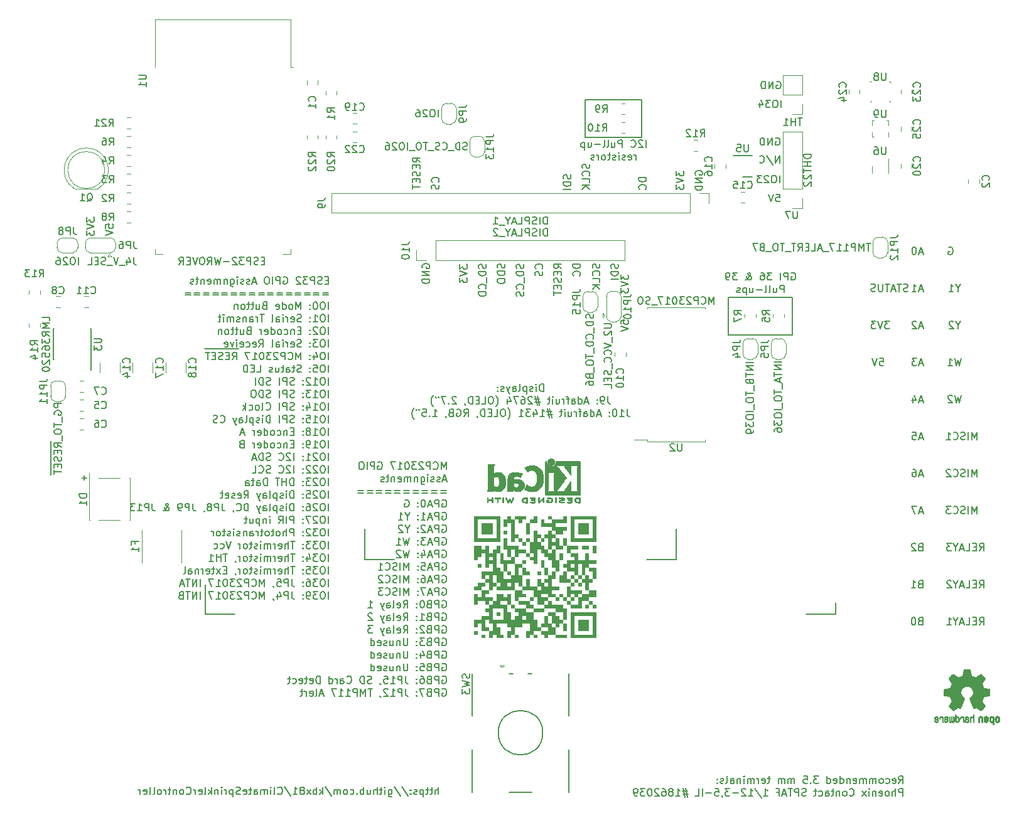
<source format=gbr>
G04 #@! TF.GenerationSoftware,KiCad,Pcbnew,(5.1.8-0-10_14)*
G04 #@! TF.CreationDate,2020-12-03T22:49:33-06:00*
G04 #@! TF.ProjectId,ClimateSprinklerController,436c696d-6174-4655-9370-72696e6b6c65,rev?*
G04 #@! TF.SameCoordinates,Original*
G04 #@! TF.FileFunction,Legend,Bot*
G04 #@! TF.FilePolarity,Positive*
%FSLAX46Y46*%
G04 Gerber Fmt 4.6, Leading zero omitted, Abs format (unit mm)*
G04 Created by KiCad (PCBNEW (5.1.8-0-10_14)) date 2020-12-03 22:49:33*
%MOMM*%
%LPD*%
G01*
G04 APERTURE LIST*
%ADD10C,0.200000*%
%ADD11C,0.150000*%
%ADD12C,0.120000*%
%ADD13C,0.010000*%
%ADD14C,0.100000*%
G04 APERTURE END LIST*
D10*
X186690000Y-76200000D02*
X186690000Y-81280000D01*
X186690000Y-81280000D02*
X178054000Y-81280000D01*
X178054000Y-81280000D02*
X178054000Y-76200000D01*
X178054000Y-76200000D02*
X186690000Y-76200000D01*
X186514857Y-72945000D02*
X186610095Y-72897380D01*
X186752952Y-72897380D01*
X186895809Y-72945000D01*
X186991047Y-73040238D01*
X187038666Y-73135476D01*
X187086285Y-73325952D01*
X187086285Y-73468809D01*
X187038666Y-73659285D01*
X186991047Y-73754523D01*
X186895809Y-73849761D01*
X186752952Y-73897380D01*
X186657714Y-73897380D01*
X186514857Y-73849761D01*
X186467238Y-73802142D01*
X186467238Y-73468809D01*
X186657714Y-73468809D01*
X186038666Y-73897380D02*
X186038666Y-72897380D01*
X185657714Y-72897380D01*
X185562476Y-72945000D01*
X185514857Y-72992619D01*
X185467238Y-73087857D01*
X185467238Y-73230714D01*
X185514857Y-73325952D01*
X185562476Y-73373571D01*
X185657714Y-73421190D01*
X186038666Y-73421190D01*
X185038666Y-73897380D02*
X185038666Y-72897380D01*
X183895809Y-72897380D02*
X183276761Y-72897380D01*
X183610095Y-73278333D01*
X183467238Y-73278333D01*
X183372000Y-73325952D01*
X183324380Y-73373571D01*
X183276761Y-73468809D01*
X183276761Y-73706904D01*
X183324380Y-73802142D01*
X183372000Y-73849761D01*
X183467238Y-73897380D01*
X183752952Y-73897380D01*
X183848190Y-73849761D01*
X183895809Y-73802142D01*
X182419619Y-72897380D02*
X182610095Y-72897380D01*
X182705333Y-72945000D01*
X182752952Y-72992619D01*
X182848190Y-73135476D01*
X182895809Y-73325952D01*
X182895809Y-73706904D01*
X182848190Y-73802142D01*
X182800571Y-73849761D01*
X182705333Y-73897380D01*
X182514857Y-73897380D01*
X182419619Y-73849761D01*
X182372000Y-73802142D01*
X182324380Y-73706904D01*
X182324380Y-73468809D01*
X182372000Y-73373571D01*
X182419619Y-73325952D01*
X182514857Y-73278333D01*
X182705333Y-73278333D01*
X182800571Y-73325952D01*
X182848190Y-73373571D01*
X182895809Y-73468809D01*
X180324380Y-73897380D02*
X180372000Y-73897380D01*
X180467238Y-73849761D01*
X180610095Y-73706904D01*
X180848190Y-73421190D01*
X180943428Y-73278333D01*
X180991047Y-73135476D01*
X180991047Y-73040238D01*
X180943428Y-72945000D01*
X180848190Y-72897380D01*
X180800571Y-72897380D01*
X180705333Y-72945000D01*
X180657714Y-73040238D01*
X180657714Y-73087857D01*
X180705333Y-73183095D01*
X180752952Y-73230714D01*
X181038666Y-73421190D01*
X181086285Y-73468809D01*
X181133904Y-73564047D01*
X181133904Y-73706904D01*
X181086285Y-73802142D01*
X181038666Y-73849761D01*
X180943428Y-73897380D01*
X180800571Y-73897380D01*
X180705333Y-73849761D01*
X180657714Y-73802142D01*
X180514857Y-73611666D01*
X180467238Y-73468809D01*
X180467238Y-73373571D01*
X179229142Y-72897380D02*
X178610095Y-72897380D01*
X178943428Y-73278333D01*
X178800571Y-73278333D01*
X178705333Y-73325952D01*
X178657714Y-73373571D01*
X178610095Y-73468809D01*
X178610095Y-73706904D01*
X178657714Y-73802142D01*
X178705333Y-73849761D01*
X178800571Y-73897380D01*
X179086285Y-73897380D01*
X179181523Y-73849761D01*
X179229142Y-73802142D01*
X178133904Y-73897380D02*
X177943428Y-73897380D01*
X177848190Y-73849761D01*
X177800571Y-73802142D01*
X177705333Y-73659285D01*
X177657714Y-73468809D01*
X177657714Y-73087857D01*
X177705333Y-72992619D01*
X177752952Y-72945000D01*
X177848190Y-72897380D01*
X178038666Y-72897380D01*
X178133904Y-72945000D01*
X178181523Y-72992619D01*
X178229142Y-73087857D01*
X178229142Y-73325952D01*
X178181523Y-73421190D01*
X178133904Y-73468809D01*
X178038666Y-73516428D01*
X177848190Y-73516428D01*
X177752952Y-73468809D01*
X177705333Y-73421190D01*
X177657714Y-73325952D01*
X185538666Y-75597380D02*
X185538666Y-74597380D01*
X185157714Y-74597380D01*
X185062476Y-74645000D01*
X185014857Y-74692619D01*
X184967238Y-74787857D01*
X184967238Y-74930714D01*
X185014857Y-75025952D01*
X185062476Y-75073571D01*
X185157714Y-75121190D01*
X185538666Y-75121190D01*
X184110095Y-74930714D02*
X184110095Y-75597380D01*
X184538666Y-74930714D02*
X184538666Y-75454523D01*
X184491047Y-75549761D01*
X184395809Y-75597380D01*
X184252952Y-75597380D01*
X184157714Y-75549761D01*
X184110095Y-75502142D01*
X183491047Y-75597380D02*
X183586285Y-75549761D01*
X183633904Y-75454523D01*
X183633904Y-74597380D01*
X182967238Y-75597380D02*
X183062476Y-75549761D01*
X183110095Y-75454523D01*
X183110095Y-74597380D01*
X182586285Y-75216428D02*
X181824380Y-75216428D01*
X180919619Y-74930714D02*
X180919619Y-75597380D01*
X181348190Y-74930714D02*
X181348190Y-75454523D01*
X181300571Y-75549761D01*
X181205333Y-75597380D01*
X181062476Y-75597380D01*
X180967238Y-75549761D01*
X180919619Y-75502142D01*
X180443428Y-74930714D02*
X180443428Y-75930714D01*
X180443428Y-74978333D02*
X180348190Y-74930714D01*
X180157714Y-74930714D01*
X180062476Y-74978333D01*
X180014857Y-75025952D01*
X179967238Y-75121190D01*
X179967238Y-75406904D01*
X180014857Y-75502142D01*
X180062476Y-75549761D01*
X180157714Y-75597380D01*
X180348190Y-75597380D01*
X180443428Y-75549761D01*
X179586285Y-75549761D02*
X179491047Y-75597380D01*
X179300571Y-75597380D01*
X179205333Y-75549761D01*
X179157714Y-75454523D01*
X179157714Y-75406904D01*
X179205333Y-75311666D01*
X179300571Y-75264047D01*
X179443428Y-75264047D01*
X179538666Y-75216428D01*
X179586285Y-75121190D01*
X179586285Y-75073571D01*
X179538666Y-74978333D01*
X179443428Y-74930714D01*
X179300571Y-74930714D01*
X179205333Y-74978333D01*
X138935476Y-143327380D02*
X138935476Y-142327380D01*
X138506904Y-143327380D02*
X138506904Y-142803571D01*
X138554523Y-142708333D01*
X138649761Y-142660714D01*
X138792619Y-142660714D01*
X138887857Y-142708333D01*
X138935476Y-142755952D01*
X138173571Y-142660714D02*
X137792619Y-142660714D01*
X138030714Y-142327380D02*
X138030714Y-143184523D01*
X137983095Y-143279761D01*
X137887857Y-143327380D01*
X137792619Y-143327380D01*
X137602142Y-142660714D02*
X137221190Y-142660714D01*
X137459285Y-142327380D02*
X137459285Y-143184523D01*
X137411666Y-143279761D01*
X137316428Y-143327380D01*
X137221190Y-143327380D01*
X136887857Y-142660714D02*
X136887857Y-143660714D01*
X136887857Y-142708333D02*
X136792619Y-142660714D01*
X136602142Y-142660714D01*
X136506904Y-142708333D01*
X136459285Y-142755952D01*
X136411666Y-142851190D01*
X136411666Y-143136904D01*
X136459285Y-143232142D01*
X136506904Y-143279761D01*
X136602142Y-143327380D01*
X136792619Y-143327380D01*
X136887857Y-143279761D01*
X136030714Y-143279761D02*
X135935476Y-143327380D01*
X135745000Y-143327380D01*
X135649761Y-143279761D01*
X135602142Y-143184523D01*
X135602142Y-143136904D01*
X135649761Y-143041666D01*
X135745000Y-142994047D01*
X135887857Y-142994047D01*
X135983095Y-142946428D01*
X136030714Y-142851190D01*
X136030714Y-142803571D01*
X135983095Y-142708333D01*
X135887857Y-142660714D01*
X135745000Y-142660714D01*
X135649761Y-142708333D01*
X135173571Y-143232142D02*
X135125952Y-143279761D01*
X135173571Y-143327380D01*
X135221190Y-143279761D01*
X135173571Y-143232142D01*
X135173571Y-143327380D01*
X135173571Y-142708333D02*
X135125952Y-142755952D01*
X135173571Y-142803571D01*
X135221190Y-142755952D01*
X135173571Y-142708333D01*
X135173571Y-142803571D01*
X133983095Y-142279761D02*
X134840238Y-143565476D01*
X132935476Y-142279761D02*
X133792619Y-143565476D01*
X132173571Y-142660714D02*
X132173571Y-143470238D01*
X132221190Y-143565476D01*
X132268809Y-143613095D01*
X132364047Y-143660714D01*
X132506904Y-143660714D01*
X132602142Y-143613095D01*
X132173571Y-143279761D02*
X132268809Y-143327380D01*
X132459285Y-143327380D01*
X132554523Y-143279761D01*
X132602142Y-143232142D01*
X132649761Y-143136904D01*
X132649761Y-142851190D01*
X132602142Y-142755952D01*
X132554523Y-142708333D01*
X132459285Y-142660714D01*
X132268809Y-142660714D01*
X132173571Y-142708333D01*
X131697380Y-143327380D02*
X131697380Y-142660714D01*
X131697380Y-142327380D02*
X131745000Y-142375000D01*
X131697380Y-142422619D01*
X131649761Y-142375000D01*
X131697380Y-142327380D01*
X131697380Y-142422619D01*
X131364047Y-142660714D02*
X130983095Y-142660714D01*
X131221190Y-142327380D02*
X131221190Y-143184523D01*
X131173571Y-143279761D01*
X131078333Y-143327380D01*
X130983095Y-143327380D01*
X130649761Y-143327380D02*
X130649761Y-142327380D01*
X130221190Y-143327380D02*
X130221190Y-142803571D01*
X130268809Y-142708333D01*
X130364047Y-142660714D01*
X130506904Y-142660714D01*
X130602142Y-142708333D01*
X130649761Y-142755952D01*
X129316428Y-142660714D02*
X129316428Y-143327380D01*
X129745000Y-142660714D02*
X129745000Y-143184523D01*
X129697380Y-143279761D01*
X129602142Y-143327380D01*
X129459285Y-143327380D01*
X129364047Y-143279761D01*
X129316428Y-143232142D01*
X128840238Y-143327380D02*
X128840238Y-142327380D01*
X128840238Y-142708333D02*
X128745000Y-142660714D01*
X128554523Y-142660714D01*
X128459285Y-142708333D01*
X128411666Y-142755952D01*
X128364047Y-142851190D01*
X128364047Y-143136904D01*
X128411666Y-143232142D01*
X128459285Y-143279761D01*
X128554523Y-143327380D01*
X128745000Y-143327380D01*
X128840238Y-143279761D01*
X127935476Y-143232142D02*
X127887857Y-143279761D01*
X127935476Y-143327380D01*
X127983095Y-143279761D01*
X127935476Y-143232142D01*
X127935476Y-143327380D01*
X127030714Y-143279761D02*
X127125952Y-143327380D01*
X127316428Y-143327380D01*
X127411666Y-143279761D01*
X127459285Y-143232142D01*
X127506904Y-143136904D01*
X127506904Y-142851190D01*
X127459285Y-142755952D01*
X127411666Y-142708333D01*
X127316428Y-142660714D01*
X127125952Y-142660714D01*
X127030714Y-142708333D01*
X126459285Y-143327380D02*
X126554523Y-143279761D01*
X126602142Y-143232142D01*
X126649761Y-143136904D01*
X126649761Y-142851190D01*
X126602142Y-142755952D01*
X126554523Y-142708333D01*
X126459285Y-142660714D01*
X126316428Y-142660714D01*
X126221190Y-142708333D01*
X126173571Y-142755952D01*
X126125952Y-142851190D01*
X126125952Y-143136904D01*
X126173571Y-143232142D01*
X126221190Y-143279761D01*
X126316428Y-143327380D01*
X126459285Y-143327380D01*
X125697380Y-143327380D02*
X125697380Y-142660714D01*
X125697380Y-142755952D02*
X125649761Y-142708333D01*
X125554523Y-142660714D01*
X125411666Y-142660714D01*
X125316428Y-142708333D01*
X125268809Y-142803571D01*
X125268809Y-143327380D01*
X125268809Y-142803571D02*
X125221190Y-142708333D01*
X125125952Y-142660714D01*
X124983095Y-142660714D01*
X124887857Y-142708333D01*
X124840238Y-142803571D01*
X124840238Y-143327380D01*
X123649761Y-142279761D02*
X124506904Y-143565476D01*
X123316428Y-143327380D02*
X123316428Y-142327380D01*
X123221190Y-142946428D02*
X122935476Y-143327380D01*
X122935476Y-142660714D02*
X123316428Y-143041666D01*
X122506904Y-143327380D02*
X122506904Y-142327380D01*
X122506904Y-142708333D02*
X122411666Y-142660714D01*
X122221190Y-142660714D01*
X122125952Y-142708333D01*
X122078333Y-142755952D01*
X122030714Y-142851190D01*
X122030714Y-143136904D01*
X122078333Y-143232142D01*
X122125952Y-143279761D01*
X122221190Y-143327380D01*
X122411666Y-143327380D01*
X122506904Y-143279761D01*
X121697380Y-143327380D02*
X121173571Y-142660714D01*
X121697380Y-142660714D02*
X121173571Y-143327380D01*
X120649761Y-142755952D02*
X120745000Y-142708333D01*
X120792619Y-142660714D01*
X120840238Y-142565476D01*
X120840238Y-142517857D01*
X120792619Y-142422619D01*
X120745000Y-142375000D01*
X120649761Y-142327380D01*
X120459285Y-142327380D01*
X120364047Y-142375000D01*
X120316428Y-142422619D01*
X120268809Y-142517857D01*
X120268809Y-142565476D01*
X120316428Y-142660714D01*
X120364047Y-142708333D01*
X120459285Y-142755952D01*
X120649761Y-142755952D01*
X120745000Y-142803571D01*
X120792619Y-142851190D01*
X120840238Y-142946428D01*
X120840238Y-143136904D01*
X120792619Y-143232142D01*
X120745000Y-143279761D01*
X120649761Y-143327380D01*
X120459285Y-143327380D01*
X120364047Y-143279761D01*
X120316428Y-143232142D01*
X120268809Y-143136904D01*
X120268809Y-142946428D01*
X120316428Y-142851190D01*
X120364047Y-142803571D01*
X120459285Y-142755952D01*
X119316428Y-143327380D02*
X119887857Y-143327380D01*
X119602142Y-143327380D02*
X119602142Y-142327380D01*
X119697380Y-142470238D01*
X119792619Y-142565476D01*
X119887857Y-142613095D01*
X118173571Y-142279761D02*
X119030714Y-143565476D01*
X117268809Y-143232142D02*
X117316428Y-143279761D01*
X117459285Y-143327380D01*
X117554523Y-143327380D01*
X117697380Y-143279761D01*
X117792619Y-143184523D01*
X117840238Y-143089285D01*
X117887857Y-142898809D01*
X117887857Y-142755952D01*
X117840238Y-142565476D01*
X117792619Y-142470238D01*
X117697380Y-142375000D01*
X117554523Y-142327380D01*
X117459285Y-142327380D01*
X117316428Y-142375000D01*
X117268809Y-142422619D01*
X116697380Y-143327380D02*
X116792619Y-143279761D01*
X116840238Y-143184523D01*
X116840238Y-142327380D01*
X116316428Y-143327380D02*
X116316428Y-142660714D01*
X116316428Y-142327380D02*
X116364047Y-142375000D01*
X116316428Y-142422619D01*
X116268809Y-142375000D01*
X116316428Y-142327380D01*
X116316428Y-142422619D01*
X115840238Y-143327380D02*
X115840238Y-142660714D01*
X115840238Y-142755952D02*
X115792619Y-142708333D01*
X115697380Y-142660714D01*
X115554523Y-142660714D01*
X115459285Y-142708333D01*
X115411666Y-142803571D01*
X115411666Y-143327380D01*
X115411666Y-142803571D02*
X115364047Y-142708333D01*
X115268809Y-142660714D01*
X115125952Y-142660714D01*
X115030714Y-142708333D01*
X114983095Y-142803571D01*
X114983095Y-143327380D01*
X114078333Y-143327380D02*
X114078333Y-142803571D01*
X114125952Y-142708333D01*
X114221190Y-142660714D01*
X114411666Y-142660714D01*
X114506904Y-142708333D01*
X114078333Y-143279761D02*
X114173571Y-143327380D01*
X114411666Y-143327380D01*
X114506904Y-143279761D01*
X114554523Y-143184523D01*
X114554523Y-143089285D01*
X114506904Y-142994047D01*
X114411666Y-142946428D01*
X114173571Y-142946428D01*
X114078333Y-142898809D01*
X113745000Y-142660714D02*
X113364047Y-142660714D01*
X113602142Y-142327380D02*
X113602142Y-143184523D01*
X113554523Y-143279761D01*
X113459285Y-143327380D01*
X113364047Y-143327380D01*
X112649761Y-143279761D02*
X112745000Y-143327380D01*
X112935476Y-143327380D01*
X113030714Y-143279761D01*
X113078333Y-143184523D01*
X113078333Y-142803571D01*
X113030714Y-142708333D01*
X112935476Y-142660714D01*
X112745000Y-142660714D01*
X112649761Y-142708333D01*
X112602142Y-142803571D01*
X112602142Y-142898809D01*
X113078333Y-142994047D01*
X112221190Y-143279761D02*
X112078333Y-143327380D01*
X111840238Y-143327380D01*
X111745000Y-143279761D01*
X111697380Y-143232142D01*
X111649761Y-143136904D01*
X111649761Y-143041666D01*
X111697380Y-142946428D01*
X111745000Y-142898809D01*
X111840238Y-142851190D01*
X112030714Y-142803571D01*
X112125952Y-142755952D01*
X112173571Y-142708333D01*
X112221190Y-142613095D01*
X112221190Y-142517857D01*
X112173571Y-142422619D01*
X112125952Y-142375000D01*
X112030714Y-142327380D01*
X111792619Y-142327380D01*
X111649761Y-142375000D01*
X111221190Y-142660714D02*
X111221190Y-143660714D01*
X111221190Y-142708333D02*
X111125952Y-142660714D01*
X110935476Y-142660714D01*
X110840238Y-142708333D01*
X110792619Y-142755952D01*
X110745000Y-142851190D01*
X110745000Y-143136904D01*
X110792619Y-143232142D01*
X110840238Y-143279761D01*
X110935476Y-143327380D01*
X111125952Y-143327380D01*
X111221190Y-143279761D01*
X110316428Y-143327380D02*
X110316428Y-142660714D01*
X110316428Y-142851190D02*
X110268809Y-142755952D01*
X110221190Y-142708333D01*
X110125952Y-142660714D01*
X110030714Y-142660714D01*
X109697380Y-143327380D02*
X109697380Y-142660714D01*
X109697380Y-142327380D02*
X109745000Y-142375000D01*
X109697380Y-142422619D01*
X109649761Y-142375000D01*
X109697380Y-142327380D01*
X109697380Y-142422619D01*
X109221190Y-142660714D02*
X109221190Y-143327380D01*
X109221190Y-142755952D02*
X109173571Y-142708333D01*
X109078333Y-142660714D01*
X108935476Y-142660714D01*
X108840238Y-142708333D01*
X108792619Y-142803571D01*
X108792619Y-143327380D01*
X108316428Y-143327380D02*
X108316428Y-142327380D01*
X108221190Y-142946428D02*
X107935476Y-143327380D01*
X107935476Y-142660714D02*
X108316428Y-143041666D01*
X107364047Y-143327380D02*
X107459285Y-143279761D01*
X107506904Y-143184523D01*
X107506904Y-142327380D01*
X106602142Y-143279761D02*
X106697380Y-143327380D01*
X106887857Y-143327380D01*
X106983095Y-143279761D01*
X107030714Y-143184523D01*
X107030714Y-142803571D01*
X106983095Y-142708333D01*
X106887857Y-142660714D01*
X106697380Y-142660714D01*
X106602142Y-142708333D01*
X106554523Y-142803571D01*
X106554523Y-142898809D01*
X107030714Y-142994047D01*
X106125952Y-143327380D02*
X106125952Y-142660714D01*
X106125952Y-142851190D02*
X106078333Y-142755952D01*
X106030714Y-142708333D01*
X105935476Y-142660714D01*
X105840238Y-142660714D01*
X104935476Y-143232142D02*
X104983095Y-143279761D01*
X105125952Y-143327380D01*
X105221190Y-143327380D01*
X105364047Y-143279761D01*
X105459285Y-143184523D01*
X105506904Y-143089285D01*
X105554523Y-142898809D01*
X105554523Y-142755952D01*
X105506904Y-142565476D01*
X105459285Y-142470238D01*
X105364047Y-142375000D01*
X105221190Y-142327380D01*
X105125952Y-142327380D01*
X104983095Y-142375000D01*
X104935476Y-142422619D01*
X104364047Y-143327380D02*
X104459285Y-143279761D01*
X104506904Y-143232142D01*
X104554523Y-143136904D01*
X104554523Y-142851190D01*
X104506904Y-142755952D01*
X104459285Y-142708333D01*
X104364047Y-142660714D01*
X104221190Y-142660714D01*
X104125952Y-142708333D01*
X104078333Y-142755952D01*
X104030714Y-142851190D01*
X104030714Y-143136904D01*
X104078333Y-143232142D01*
X104125952Y-143279761D01*
X104221190Y-143327380D01*
X104364047Y-143327380D01*
X103602142Y-142660714D02*
X103602142Y-143327380D01*
X103602142Y-142755952D02*
X103554523Y-142708333D01*
X103459285Y-142660714D01*
X103316428Y-142660714D01*
X103221190Y-142708333D01*
X103173571Y-142803571D01*
X103173571Y-143327380D01*
X102840238Y-142660714D02*
X102459285Y-142660714D01*
X102697380Y-142327380D02*
X102697380Y-143184523D01*
X102649761Y-143279761D01*
X102554523Y-143327380D01*
X102459285Y-143327380D01*
X102125952Y-143327380D02*
X102125952Y-142660714D01*
X102125952Y-142851190D02*
X102078333Y-142755952D01*
X102030714Y-142708333D01*
X101935476Y-142660714D01*
X101840238Y-142660714D01*
X101364047Y-143327380D02*
X101459285Y-143279761D01*
X101506904Y-143232142D01*
X101554523Y-143136904D01*
X101554523Y-142851190D01*
X101506904Y-142755952D01*
X101459285Y-142708333D01*
X101364047Y-142660714D01*
X101221190Y-142660714D01*
X101125952Y-142708333D01*
X101078333Y-142755952D01*
X101030714Y-142851190D01*
X101030714Y-143136904D01*
X101078333Y-143232142D01*
X101125952Y-143279761D01*
X101221190Y-143327380D01*
X101364047Y-143327380D01*
X100459285Y-143327380D02*
X100554523Y-143279761D01*
X100602142Y-143184523D01*
X100602142Y-142327380D01*
X99935476Y-143327380D02*
X100030714Y-143279761D01*
X100078333Y-143184523D01*
X100078333Y-142327380D01*
X99173571Y-143279761D02*
X99268809Y-143327380D01*
X99459285Y-143327380D01*
X99554523Y-143279761D01*
X99602142Y-143184523D01*
X99602142Y-142803571D01*
X99554523Y-142708333D01*
X99459285Y-142660714D01*
X99268809Y-142660714D01*
X99173571Y-142708333D01*
X99125952Y-142803571D01*
X99125952Y-142898809D01*
X99602142Y-142994047D01*
X98697380Y-143327380D02*
X98697380Y-142660714D01*
X98697380Y-142851190D02*
X98649761Y-142755952D01*
X98602142Y-142708333D01*
X98506904Y-142660714D01*
X98411666Y-142660714D01*
X153095238Y-88922380D02*
X153095238Y-87922380D01*
X152857142Y-87922380D01*
X152714285Y-87970000D01*
X152619047Y-88065238D01*
X152571428Y-88160476D01*
X152523809Y-88350952D01*
X152523809Y-88493809D01*
X152571428Y-88684285D01*
X152619047Y-88779523D01*
X152714285Y-88874761D01*
X152857142Y-88922380D01*
X153095238Y-88922380D01*
X152095238Y-88922380D02*
X152095238Y-88255714D01*
X152095238Y-87922380D02*
X152142857Y-87970000D01*
X152095238Y-88017619D01*
X152047619Y-87970000D01*
X152095238Y-87922380D01*
X152095238Y-88017619D01*
X151666666Y-88874761D02*
X151571428Y-88922380D01*
X151380952Y-88922380D01*
X151285714Y-88874761D01*
X151238095Y-88779523D01*
X151238095Y-88731904D01*
X151285714Y-88636666D01*
X151380952Y-88589047D01*
X151523809Y-88589047D01*
X151619047Y-88541428D01*
X151666666Y-88446190D01*
X151666666Y-88398571D01*
X151619047Y-88303333D01*
X151523809Y-88255714D01*
X151380952Y-88255714D01*
X151285714Y-88303333D01*
X150809523Y-88255714D02*
X150809523Y-89255714D01*
X150809523Y-88303333D02*
X150714285Y-88255714D01*
X150523809Y-88255714D01*
X150428571Y-88303333D01*
X150380952Y-88350952D01*
X150333333Y-88446190D01*
X150333333Y-88731904D01*
X150380952Y-88827142D01*
X150428571Y-88874761D01*
X150523809Y-88922380D01*
X150714285Y-88922380D01*
X150809523Y-88874761D01*
X149761904Y-88922380D02*
X149857142Y-88874761D01*
X149904761Y-88779523D01*
X149904761Y-87922380D01*
X148952380Y-88922380D02*
X148952380Y-88398571D01*
X149000000Y-88303333D01*
X149095238Y-88255714D01*
X149285714Y-88255714D01*
X149380952Y-88303333D01*
X148952380Y-88874761D02*
X149047619Y-88922380D01*
X149285714Y-88922380D01*
X149380952Y-88874761D01*
X149428571Y-88779523D01*
X149428571Y-88684285D01*
X149380952Y-88589047D01*
X149285714Y-88541428D01*
X149047619Y-88541428D01*
X148952380Y-88493809D01*
X148571428Y-88255714D02*
X148333333Y-88922380D01*
X148095238Y-88255714D02*
X148333333Y-88922380D01*
X148428571Y-89160476D01*
X148476190Y-89208095D01*
X148571428Y-89255714D01*
X147761904Y-88874761D02*
X147666666Y-88922380D01*
X147476190Y-88922380D01*
X147380952Y-88874761D01*
X147333333Y-88779523D01*
X147333333Y-88731904D01*
X147380952Y-88636666D01*
X147476190Y-88589047D01*
X147619047Y-88589047D01*
X147714285Y-88541428D01*
X147761904Y-88446190D01*
X147761904Y-88398571D01*
X147714285Y-88303333D01*
X147619047Y-88255714D01*
X147476190Y-88255714D01*
X147380952Y-88303333D01*
X146904761Y-88827142D02*
X146857142Y-88874761D01*
X146904761Y-88922380D01*
X146952380Y-88874761D01*
X146904761Y-88827142D01*
X146904761Y-88922380D01*
X146904761Y-88303333D02*
X146857142Y-88350952D01*
X146904761Y-88398571D01*
X146952380Y-88350952D01*
X146904761Y-88303333D01*
X146904761Y-88398571D01*
X161761904Y-89622380D02*
X161761904Y-90336666D01*
X161809523Y-90479523D01*
X161904761Y-90574761D01*
X162047619Y-90622380D01*
X162142857Y-90622380D01*
X161238095Y-90622380D02*
X161047619Y-90622380D01*
X160952380Y-90574761D01*
X160904761Y-90527142D01*
X160809523Y-90384285D01*
X160761904Y-90193809D01*
X160761904Y-89812857D01*
X160809523Y-89717619D01*
X160857142Y-89670000D01*
X160952380Y-89622380D01*
X161142857Y-89622380D01*
X161238095Y-89670000D01*
X161285714Y-89717619D01*
X161333333Y-89812857D01*
X161333333Y-90050952D01*
X161285714Y-90146190D01*
X161238095Y-90193809D01*
X161142857Y-90241428D01*
X160952380Y-90241428D01*
X160857142Y-90193809D01*
X160809523Y-90146190D01*
X160761904Y-90050952D01*
X160333333Y-90527142D02*
X160285714Y-90574761D01*
X160333333Y-90622380D01*
X160380952Y-90574761D01*
X160333333Y-90527142D01*
X160333333Y-90622380D01*
X160333333Y-90003333D02*
X160285714Y-90050952D01*
X160333333Y-90098571D01*
X160380952Y-90050952D01*
X160333333Y-90003333D01*
X160333333Y-90098571D01*
X159142857Y-90336666D02*
X158666666Y-90336666D01*
X159238095Y-90622380D02*
X158904761Y-89622380D01*
X158571428Y-90622380D01*
X157809523Y-90622380D02*
X157809523Y-89622380D01*
X157809523Y-90574761D02*
X157904761Y-90622380D01*
X158095238Y-90622380D01*
X158190476Y-90574761D01*
X158238095Y-90527142D01*
X158285714Y-90431904D01*
X158285714Y-90146190D01*
X158238095Y-90050952D01*
X158190476Y-90003333D01*
X158095238Y-89955714D01*
X157904761Y-89955714D01*
X157809523Y-90003333D01*
X156904761Y-90622380D02*
X156904761Y-90098571D01*
X156952380Y-90003333D01*
X157047619Y-89955714D01*
X157238095Y-89955714D01*
X157333333Y-90003333D01*
X156904761Y-90574761D02*
X157000000Y-90622380D01*
X157238095Y-90622380D01*
X157333333Y-90574761D01*
X157380952Y-90479523D01*
X157380952Y-90384285D01*
X157333333Y-90289047D01*
X157238095Y-90241428D01*
X157000000Y-90241428D01*
X156904761Y-90193809D01*
X156571428Y-89955714D02*
X156190476Y-89955714D01*
X156428571Y-90622380D02*
X156428571Y-89765238D01*
X156380952Y-89670000D01*
X156285714Y-89622380D01*
X156190476Y-89622380D01*
X155857142Y-90622380D02*
X155857142Y-89955714D01*
X155857142Y-90146190D02*
X155809523Y-90050952D01*
X155761904Y-90003333D01*
X155666666Y-89955714D01*
X155571428Y-89955714D01*
X154809523Y-89955714D02*
X154809523Y-90622380D01*
X155238095Y-89955714D02*
X155238095Y-90479523D01*
X155190476Y-90574761D01*
X155095238Y-90622380D01*
X154952380Y-90622380D01*
X154857142Y-90574761D01*
X154809523Y-90527142D01*
X154333333Y-90622380D02*
X154333333Y-89955714D01*
X154333333Y-89622380D02*
X154380952Y-89670000D01*
X154333333Y-89717619D01*
X154285714Y-89670000D01*
X154333333Y-89622380D01*
X154333333Y-89717619D01*
X154000000Y-89955714D02*
X153619047Y-89955714D01*
X153857142Y-89622380D02*
X153857142Y-90479523D01*
X153809523Y-90574761D01*
X153714285Y-90622380D01*
X153619047Y-90622380D01*
X152571428Y-89955714D02*
X151857142Y-89955714D01*
X152285714Y-89527142D02*
X152571428Y-90812857D01*
X151952380Y-90384285D02*
X152666666Y-90384285D01*
X152238095Y-90812857D02*
X151952380Y-89527142D01*
X151571428Y-89717619D02*
X151523809Y-89670000D01*
X151428571Y-89622380D01*
X151190476Y-89622380D01*
X151095238Y-89670000D01*
X151047619Y-89717619D01*
X151000000Y-89812857D01*
X151000000Y-89908095D01*
X151047619Y-90050952D01*
X151619047Y-90622380D01*
X151000000Y-90622380D01*
X150142857Y-89622380D02*
X150333333Y-89622380D01*
X150428571Y-89670000D01*
X150476190Y-89717619D01*
X150571428Y-89860476D01*
X150619047Y-90050952D01*
X150619047Y-90431904D01*
X150571428Y-90527142D01*
X150523809Y-90574761D01*
X150428571Y-90622380D01*
X150238095Y-90622380D01*
X150142857Y-90574761D01*
X150095238Y-90527142D01*
X150047619Y-90431904D01*
X150047619Y-90193809D01*
X150095238Y-90098571D01*
X150142857Y-90050952D01*
X150238095Y-90003333D01*
X150428571Y-90003333D01*
X150523809Y-90050952D01*
X150571428Y-90098571D01*
X150619047Y-90193809D01*
X149714285Y-89622380D02*
X149047619Y-89622380D01*
X149476190Y-90622380D01*
X148238095Y-89955714D02*
X148238095Y-90622380D01*
X148476190Y-89574761D02*
X148714285Y-90289047D01*
X148095238Y-90289047D01*
X146666666Y-91003333D02*
X146714285Y-90955714D01*
X146809523Y-90812857D01*
X146857142Y-90717619D01*
X146904761Y-90574761D01*
X146952380Y-90336666D01*
X146952380Y-90146190D01*
X146904761Y-89908095D01*
X146857142Y-89765238D01*
X146809523Y-89670000D01*
X146714285Y-89527142D01*
X146666666Y-89479523D01*
X146095238Y-89622380D02*
X145904761Y-89622380D01*
X145809523Y-89670000D01*
X145714285Y-89765238D01*
X145666666Y-89955714D01*
X145666666Y-90289047D01*
X145714285Y-90479523D01*
X145809523Y-90574761D01*
X145904761Y-90622380D01*
X146095238Y-90622380D01*
X146190476Y-90574761D01*
X146285714Y-90479523D01*
X146333333Y-90289047D01*
X146333333Y-89955714D01*
X146285714Y-89765238D01*
X146190476Y-89670000D01*
X146095238Y-89622380D01*
X144761904Y-90622380D02*
X145238095Y-90622380D01*
X145238095Y-89622380D01*
X144428571Y-90098571D02*
X144095238Y-90098571D01*
X143952380Y-90622380D02*
X144428571Y-90622380D01*
X144428571Y-89622380D01*
X143952380Y-89622380D01*
X143523809Y-90622380D02*
X143523809Y-89622380D01*
X143285714Y-89622380D01*
X143142857Y-89670000D01*
X143047619Y-89765238D01*
X143000000Y-89860476D01*
X142952380Y-90050952D01*
X142952380Y-90193809D01*
X143000000Y-90384285D01*
X143047619Y-90479523D01*
X143142857Y-90574761D01*
X143285714Y-90622380D01*
X143523809Y-90622380D01*
X142476190Y-90574761D02*
X142476190Y-90622380D01*
X142523809Y-90717619D01*
X142571428Y-90765238D01*
X141333333Y-89717619D02*
X141285714Y-89670000D01*
X141190476Y-89622380D01*
X140952380Y-89622380D01*
X140857142Y-89670000D01*
X140809523Y-89717619D01*
X140761904Y-89812857D01*
X140761904Y-89908095D01*
X140809523Y-90050952D01*
X141380952Y-90622380D01*
X140761904Y-90622380D01*
X140333333Y-90527142D02*
X140285714Y-90574761D01*
X140333333Y-90622380D01*
X140380952Y-90574761D01*
X140333333Y-90527142D01*
X140333333Y-90622380D01*
X139952380Y-89622380D02*
X139285714Y-89622380D01*
X139714285Y-90622380D01*
X138904761Y-89622380D02*
X138904761Y-89670000D01*
X138952380Y-89765238D01*
X139000000Y-89812857D01*
X138523809Y-89622380D02*
X138523809Y-89670000D01*
X138571428Y-89765238D01*
X138619047Y-89812857D01*
X138238095Y-91003333D02*
X138190476Y-90955714D01*
X138095238Y-90812857D01*
X138047619Y-90717619D01*
X138000000Y-90574761D01*
X137952380Y-90336666D01*
X137952380Y-90146190D01*
X138000000Y-89908095D01*
X138047619Y-89765238D01*
X138095238Y-89670000D01*
X138190476Y-89527142D01*
X138238095Y-89479523D01*
X164357142Y-91322380D02*
X164357142Y-92036666D01*
X164404761Y-92179523D01*
X164500000Y-92274761D01*
X164642857Y-92322380D01*
X164738095Y-92322380D01*
X163357142Y-92322380D02*
X163928571Y-92322380D01*
X163642857Y-92322380D02*
X163642857Y-91322380D01*
X163738095Y-91465238D01*
X163833333Y-91560476D01*
X163928571Y-91608095D01*
X162738095Y-91322380D02*
X162642857Y-91322380D01*
X162547619Y-91370000D01*
X162500000Y-91417619D01*
X162452380Y-91512857D01*
X162404761Y-91703333D01*
X162404761Y-91941428D01*
X162452380Y-92131904D01*
X162500000Y-92227142D01*
X162547619Y-92274761D01*
X162642857Y-92322380D01*
X162738095Y-92322380D01*
X162833333Y-92274761D01*
X162880952Y-92227142D01*
X162928571Y-92131904D01*
X162976190Y-91941428D01*
X162976190Y-91703333D01*
X162928571Y-91512857D01*
X162880952Y-91417619D01*
X162833333Y-91370000D01*
X162738095Y-91322380D01*
X161976190Y-92227142D02*
X161928571Y-92274761D01*
X161976190Y-92322380D01*
X162023809Y-92274761D01*
X161976190Y-92227142D01*
X161976190Y-92322380D01*
X161976190Y-91703333D02*
X161928571Y-91750952D01*
X161976190Y-91798571D01*
X162023809Y-91750952D01*
X161976190Y-91703333D01*
X161976190Y-91798571D01*
X160785714Y-92036666D02*
X160309523Y-92036666D01*
X160880952Y-92322380D02*
X160547619Y-91322380D01*
X160214285Y-92322380D01*
X159452380Y-92322380D02*
X159452380Y-91322380D01*
X159452380Y-92274761D02*
X159547619Y-92322380D01*
X159738095Y-92322380D01*
X159833333Y-92274761D01*
X159880952Y-92227142D01*
X159928571Y-92131904D01*
X159928571Y-91846190D01*
X159880952Y-91750952D01*
X159833333Y-91703333D01*
X159738095Y-91655714D01*
X159547619Y-91655714D01*
X159452380Y-91703333D01*
X158547619Y-92322380D02*
X158547619Y-91798571D01*
X158595238Y-91703333D01*
X158690476Y-91655714D01*
X158880952Y-91655714D01*
X158976190Y-91703333D01*
X158547619Y-92274761D02*
X158642857Y-92322380D01*
X158880952Y-92322380D01*
X158976190Y-92274761D01*
X159023809Y-92179523D01*
X159023809Y-92084285D01*
X158976190Y-91989047D01*
X158880952Y-91941428D01*
X158642857Y-91941428D01*
X158547619Y-91893809D01*
X158214285Y-91655714D02*
X157833333Y-91655714D01*
X158071428Y-92322380D02*
X158071428Y-91465238D01*
X158023809Y-91370000D01*
X157928571Y-91322380D01*
X157833333Y-91322380D01*
X157500000Y-92322380D02*
X157500000Y-91655714D01*
X157500000Y-91846190D02*
X157452380Y-91750952D01*
X157404761Y-91703333D01*
X157309523Y-91655714D01*
X157214285Y-91655714D01*
X156452380Y-91655714D02*
X156452380Y-92322380D01*
X156880952Y-91655714D02*
X156880952Y-92179523D01*
X156833333Y-92274761D01*
X156738095Y-92322380D01*
X156595238Y-92322380D01*
X156500000Y-92274761D01*
X156452380Y-92227142D01*
X155976190Y-92322380D02*
X155976190Y-91655714D01*
X155976190Y-91322380D02*
X156023809Y-91370000D01*
X155976190Y-91417619D01*
X155928571Y-91370000D01*
X155976190Y-91322380D01*
X155976190Y-91417619D01*
X155642857Y-91655714D02*
X155261904Y-91655714D01*
X155500000Y-91322380D02*
X155500000Y-92179523D01*
X155452380Y-92274761D01*
X155357142Y-92322380D01*
X155261904Y-92322380D01*
X154214285Y-91655714D02*
X153500000Y-91655714D01*
X153928571Y-91227142D02*
X154214285Y-92512857D01*
X153595238Y-92084285D02*
X154309523Y-92084285D01*
X153880952Y-92512857D02*
X153595238Y-91227142D01*
X152642857Y-92322380D02*
X153214285Y-92322380D01*
X152928571Y-92322380D02*
X152928571Y-91322380D01*
X153023809Y-91465238D01*
X153119047Y-91560476D01*
X153214285Y-91608095D01*
X151785714Y-91655714D02*
X151785714Y-92322380D01*
X152023809Y-91274761D02*
X152261904Y-91989047D01*
X151642857Y-91989047D01*
X151357142Y-91322380D02*
X150738095Y-91322380D01*
X151071428Y-91703333D01*
X150928571Y-91703333D01*
X150833333Y-91750952D01*
X150785714Y-91798571D01*
X150738095Y-91893809D01*
X150738095Y-92131904D01*
X150785714Y-92227142D01*
X150833333Y-92274761D01*
X150928571Y-92322380D01*
X151214285Y-92322380D01*
X151309523Y-92274761D01*
X151357142Y-92227142D01*
X149785714Y-92322380D02*
X150357142Y-92322380D01*
X150071428Y-92322380D02*
X150071428Y-91322380D01*
X150166666Y-91465238D01*
X150261904Y-91560476D01*
X150357142Y-91608095D01*
X148309523Y-92703333D02*
X148357142Y-92655714D01*
X148452380Y-92512857D01*
X148500000Y-92417619D01*
X148547619Y-92274761D01*
X148595238Y-92036666D01*
X148595238Y-91846190D01*
X148547619Y-91608095D01*
X148500000Y-91465238D01*
X148452380Y-91370000D01*
X148357142Y-91227142D01*
X148309523Y-91179523D01*
X147738095Y-91322380D02*
X147547619Y-91322380D01*
X147452380Y-91370000D01*
X147357142Y-91465238D01*
X147309523Y-91655714D01*
X147309523Y-91989047D01*
X147357142Y-92179523D01*
X147452380Y-92274761D01*
X147547619Y-92322380D01*
X147738095Y-92322380D01*
X147833333Y-92274761D01*
X147928571Y-92179523D01*
X147976190Y-91989047D01*
X147976190Y-91655714D01*
X147928571Y-91465238D01*
X147833333Y-91370000D01*
X147738095Y-91322380D01*
X146404761Y-92322380D02*
X146880952Y-92322380D01*
X146880952Y-91322380D01*
X146071428Y-91798571D02*
X145738095Y-91798571D01*
X145595238Y-92322380D02*
X146071428Y-92322380D01*
X146071428Y-91322380D01*
X145595238Y-91322380D01*
X145166666Y-92322380D02*
X145166666Y-91322380D01*
X144928571Y-91322380D01*
X144785714Y-91370000D01*
X144690476Y-91465238D01*
X144642857Y-91560476D01*
X144595238Y-91750952D01*
X144595238Y-91893809D01*
X144642857Y-92084285D01*
X144690476Y-92179523D01*
X144785714Y-92274761D01*
X144928571Y-92322380D01*
X145166666Y-92322380D01*
X144119047Y-92274761D02*
X144119047Y-92322380D01*
X144166666Y-92417619D01*
X144214285Y-92465238D01*
X142357142Y-92322380D02*
X142690476Y-91846190D01*
X142928571Y-92322380D02*
X142928571Y-91322380D01*
X142547619Y-91322380D01*
X142452380Y-91370000D01*
X142404761Y-91417619D01*
X142357142Y-91512857D01*
X142357142Y-91655714D01*
X142404761Y-91750952D01*
X142452380Y-91798571D01*
X142547619Y-91846190D01*
X142928571Y-91846190D01*
X141404761Y-91370000D02*
X141500000Y-91322380D01*
X141642857Y-91322380D01*
X141785714Y-91370000D01*
X141880952Y-91465238D01*
X141928571Y-91560476D01*
X141976190Y-91750952D01*
X141976190Y-91893809D01*
X141928571Y-92084285D01*
X141880952Y-92179523D01*
X141785714Y-92274761D01*
X141642857Y-92322380D01*
X141547619Y-92322380D01*
X141404761Y-92274761D01*
X141357142Y-92227142D01*
X141357142Y-91893809D01*
X141547619Y-91893809D01*
X140595238Y-91798571D02*
X140452380Y-91846190D01*
X140404761Y-91893809D01*
X140357142Y-91989047D01*
X140357142Y-92131904D01*
X140404761Y-92227142D01*
X140452380Y-92274761D01*
X140547619Y-92322380D01*
X140928571Y-92322380D01*
X140928571Y-91322380D01*
X140595238Y-91322380D01*
X140500000Y-91370000D01*
X140452380Y-91417619D01*
X140404761Y-91512857D01*
X140404761Y-91608095D01*
X140452380Y-91703333D01*
X140500000Y-91750952D01*
X140595238Y-91798571D01*
X140928571Y-91798571D01*
X139880952Y-92274761D02*
X139880952Y-92322380D01*
X139928571Y-92417619D01*
X139976190Y-92465238D01*
X138166666Y-92322380D02*
X138738095Y-92322380D01*
X138452380Y-92322380D02*
X138452380Y-91322380D01*
X138547619Y-91465238D01*
X138642857Y-91560476D01*
X138738095Y-91608095D01*
X137738095Y-92227142D02*
X137690476Y-92274761D01*
X137738095Y-92322380D01*
X137785714Y-92274761D01*
X137738095Y-92227142D01*
X137738095Y-92322380D01*
X136785714Y-91322380D02*
X137261904Y-91322380D01*
X137309523Y-91798571D01*
X137261904Y-91750952D01*
X137166666Y-91703333D01*
X136928571Y-91703333D01*
X136833333Y-91750952D01*
X136785714Y-91798571D01*
X136738095Y-91893809D01*
X136738095Y-92131904D01*
X136785714Y-92227142D01*
X136833333Y-92274761D01*
X136928571Y-92322380D01*
X137166666Y-92322380D01*
X137261904Y-92274761D01*
X137309523Y-92227142D01*
X136309523Y-91322380D02*
X136309523Y-91370000D01*
X136357142Y-91465238D01*
X136404761Y-91512857D01*
X135928571Y-91322380D02*
X135928571Y-91370000D01*
X135976190Y-91465238D01*
X136023809Y-91512857D01*
X135642857Y-92703333D02*
X135595238Y-92655714D01*
X135500000Y-92512857D01*
X135452380Y-92417619D01*
X135404761Y-92274761D01*
X135357142Y-92036666D01*
X135357142Y-91846190D01*
X135404761Y-91608095D01*
X135452380Y-91465238D01*
X135500000Y-91370000D01*
X135595238Y-91227142D01*
X135642857Y-91179523D01*
X200990476Y-141842380D02*
X201323809Y-141366190D01*
X201561904Y-141842380D02*
X201561904Y-140842380D01*
X201180952Y-140842380D01*
X201085714Y-140890000D01*
X201038095Y-140937619D01*
X200990476Y-141032857D01*
X200990476Y-141175714D01*
X201038095Y-141270952D01*
X201085714Y-141318571D01*
X201180952Y-141366190D01*
X201561904Y-141366190D01*
X200180952Y-141794761D02*
X200276190Y-141842380D01*
X200466666Y-141842380D01*
X200561904Y-141794761D01*
X200609523Y-141699523D01*
X200609523Y-141318571D01*
X200561904Y-141223333D01*
X200466666Y-141175714D01*
X200276190Y-141175714D01*
X200180952Y-141223333D01*
X200133333Y-141318571D01*
X200133333Y-141413809D01*
X200609523Y-141509047D01*
X199276190Y-141794761D02*
X199371428Y-141842380D01*
X199561904Y-141842380D01*
X199657142Y-141794761D01*
X199704761Y-141747142D01*
X199752380Y-141651904D01*
X199752380Y-141366190D01*
X199704761Y-141270952D01*
X199657142Y-141223333D01*
X199561904Y-141175714D01*
X199371428Y-141175714D01*
X199276190Y-141223333D01*
X198704761Y-141842380D02*
X198800000Y-141794761D01*
X198847619Y-141747142D01*
X198895238Y-141651904D01*
X198895238Y-141366190D01*
X198847619Y-141270952D01*
X198800000Y-141223333D01*
X198704761Y-141175714D01*
X198561904Y-141175714D01*
X198466666Y-141223333D01*
X198419047Y-141270952D01*
X198371428Y-141366190D01*
X198371428Y-141651904D01*
X198419047Y-141747142D01*
X198466666Y-141794761D01*
X198561904Y-141842380D01*
X198704761Y-141842380D01*
X197942857Y-141842380D02*
X197942857Y-141175714D01*
X197942857Y-141270952D02*
X197895238Y-141223333D01*
X197800000Y-141175714D01*
X197657142Y-141175714D01*
X197561904Y-141223333D01*
X197514285Y-141318571D01*
X197514285Y-141842380D01*
X197514285Y-141318571D02*
X197466666Y-141223333D01*
X197371428Y-141175714D01*
X197228571Y-141175714D01*
X197133333Y-141223333D01*
X197085714Y-141318571D01*
X197085714Y-141842380D01*
X196609523Y-141842380D02*
X196609523Y-141175714D01*
X196609523Y-141270952D02*
X196561904Y-141223333D01*
X196466666Y-141175714D01*
X196323809Y-141175714D01*
X196228571Y-141223333D01*
X196180952Y-141318571D01*
X196180952Y-141842380D01*
X196180952Y-141318571D02*
X196133333Y-141223333D01*
X196038095Y-141175714D01*
X195895238Y-141175714D01*
X195800000Y-141223333D01*
X195752380Y-141318571D01*
X195752380Y-141842380D01*
X194895238Y-141794761D02*
X194990476Y-141842380D01*
X195180952Y-141842380D01*
X195276190Y-141794761D01*
X195323809Y-141699523D01*
X195323809Y-141318571D01*
X195276190Y-141223333D01*
X195180952Y-141175714D01*
X194990476Y-141175714D01*
X194895238Y-141223333D01*
X194847619Y-141318571D01*
X194847619Y-141413809D01*
X195323809Y-141509047D01*
X194419047Y-141175714D02*
X194419047Y-141842380D01*
X194419047Y-141270952D02*
X194371428Y-141223333D01*
X194276190Y-141175714D01*
X194133333Y-141175714D01*
X194038095Y-141223333D01*
X193990476Y-141318571D01*
X193990476Y-141842380D01*
X193085714Y-141842380D02*
X193085714Y-140842380D01*
X193085714Y-141794761D02*
X193180952Y-141842380D01*
X193371428Y-141842380D01*
X193466666Y-141794761D01*
X193514285Y-141747142D01*
X193561904Y-141651904D01*
X193561904Y-141366190D01*
X193514285Y-141270952D01*
X193466666Y-141223333D01*
X193371428Y-141175714D01*
X193180952Y-141175714D01*
X193085714Y-141223333D01*
X192228571Y-141794761D02*
X192323809Y-141842380D01*
X192514285Y-141842380D01*
X192609523Y-141794761D01*
X192657142Y-141699523D01*
X192657142Y-141318571D01*
X192609523Y-141223333D01*
X192514285Y-141175714D01*
X192323809Y-141175714D01*
X192228571Y-141223333D01*
X192180952Y-141318571D01*
X192180952Y-141413809D01*
X192657142Y-141509047D01*
X191323809Y-141842380D02*
X191323809Y-140842380D01*
X191323809Y-141794761D02*
X191419047Y-141842380D01*
X191609523Y-141842380D01*
X191704761Y-141794761D01*
X191752380Y-141747142D01*
X191800000Y-141651904D01*
X191800000Y-141366190D01*
X191752380Y-141270952D01*
X191704761Y-141223333D01*
X191609523Y-141175714D01*
X191419047Y-141175714D01*
X191323809Y-141223333D01*
X190180952Y-140842380D02*
X189561904Y-140842380D01*
X189895238Y-141223333D01*
X189752380Y-141223333D01*
X189657142Y-141270952D01*
X189609523Y-141318571D01*
X189561904Y-141413809D01*
X189561904Y-141651904D01*
X189609523Y-141747142D01*
X189657142Y-141794761D01*
X189752380Y-141842380D01*
X190038095Y-141842380D01*
X190133333Y-141794761D01*
X190180952Y-141747142D01*
X189133333Y-141747142D02*
X189085714Y-141794761D01*
X189133333Y-141842380D01*
X189180952Y-141794761D01*
X189133333Y-141747142D01*
X189133333Y-141842380D01*
X188180952Y-140842380D02*
X188657142Y-140842380D01*
X188704761Y-141318571D01*
X188657142Y-141270952D01*
X188561904Y-141223333D01*
X188323809Y-141223333D01*
X188228571Y-141270952D01*
X188180952Y-141318571D01*
X188133333Y-141413809D01*
X188133333Y-141651904D01*
X188180952Y-141747142D01*
X188228571Y-141794761D01*
X188323809Y-141842380D01*
X188561904Y-141842380D01*
X188657142Y-141794761D01*
X188704761Y-141747142D01*
X186942857Y-141842380D02*
X186942857Y-141175714D01*
X186942857Y-141270952D02*
X186895238Y-141223333D01*
X186800000Y-141175714D01*
X186657142Y-141175714D01*
X186561904Y-141223333D01*
X186514285Y-141318571D01*
X186514285Y-141842380D01*
X186514285Y-141318571D02*
X186466666Y-141223333D01*
X186371428Y-141175714D01*
X186228571Y-141175714D01*
X186133333Y-141223333D01*
X186085714Y-141318571D01*
X186085714Y-141842380D01*
X185609523Y-141842380D02*
X185609523Y-141175714D01*
X185609523Y-141270952D02*
X185561904Y-141223333D01*
X185466666Y-141175714D01*
X185323809Y-141175714D01*
X185228571Y-141223333D01*
X185180952Y-141318571D01*
X185180952Y-141842380D01*
X185180952Y-141318571D02*
X185133333Y-141223333D01*
X185038095Y-141175714D01*
X184895238Y-141175714D01*
X184800000Y-141223333D01*
X184752380Y-141318571D01*
X184752380Y-141842380D01*
X183657142Y-141175714D02*
X183276190Y-141175714D01*
X183514285Y-140842380D02*
X183514285Y-141699523D01*
X183466666Y-141794761D01*
X183371428Y-141842380D01*
X183276190Y-141842380D01*
X182561904Y-141794761D02*
X182657142Y-141842380D01*
X182847619Y-141842380D01*
X182942857Y-141794761D01*
X182990476Y-141699523D01*
X182990476Y-141318571D01*
X182942857Y-141223333D01*
X182847619Y-141175714D01*
X182657142Y-141175714D01*
X182561904Y-141223333D01*
X182514285Y-141318571D01*
X182514285Y-141413809D01*
X182990476Y-141509047D01*
X182085714Y-141842380D02*
X182085714Y-141175714D01*
X182085714Y-141366190D02*
X182038095Y-141270952D01*
X181990476Y-141223333D01*
X181895238Y-141175714D01*
X181800000Y-141175714D01*
X181466666Y-141842380D02*
X181466666Y-141175714D01*
X181466666Y-141270952D02*
X181419047Y-141223333D01*
X181323809Y-141175714D01*
X181180952Y-141175714D01*
X181085714Y-141223333D01*
X181038095Y-141318571D01*
X181038095Y-141842380D01*
X181038095Y-141318571D02*
X180990476Y-141223333D01*
X180895238Y-141175714D01*
X180752380Y-141175714D01*
X180657142Y-141223333D01*
X180609523Y-141318571D01*
X180609523Y-141842380D01*
X180133333Y-141842380D02*
X180133333Y-141175714D01*
X180133333Y-140842380D02*
X180180952Y-140890000D01*
X180133333Y-140937619D01*
X180085714Y-140890000D01*
X180133333Y-140842380D01*
X180133333Y-140937619D01*
X179657142Y-141175714D02*
X179657142Y-141842380D01*
X179657142Y-141270952D02*
X179609523Y-141223333D01*
X179514285Y-141175714D01*
X179371428Y-141175714D01*
X179276190Y-141223333D01*
X179228571Y-141318571D01*
X179228571Y-141842380D01*
X178323809Y-141842380D02*
X178323809Y-141318571D01*
X178371428Y-141223333D01*
X178466666Y-141175714D01*
X178657142Y-141175714D01*
X178752380Y-141223333D01*
X178323809Y-141794761D02*
X178419047Y-141842380D01*
X178657142Y-141842380D01*
X178752380Y-141794761D01*
X178800000Y-141699523D01*
X178800000Y-141604285D01*
X178752380Y-141509047D01*
X178657142Y-141461428D01*
X178419047Y-141461428D01*
X178323809Y-141413809D01*
X177704761Y-141842380D02*
X177800000Y-141794761D01*
X177847619Y-141699523D01*
X177847619Y-140842380D01*
X177371428Y-141794761D02*
X177276190Y-141842380D01*
X177085714Y-141842380D01*
X176990476Y-141794761D01*
X176942857Y-141699523D01*
X176942857Y-141651904D01*
X176990476Y-141556666D01*
X177085714Y-141509047D01*
X177228571Y-141509047D01*
X177323809Y-141461428D01*
X177371428Y-141366190D01*
X177371428Y-141318571D01*
X177323809Y-141223333D01*
X177228571Y-141175714D01*
X177085714Y-141175714D01*
X176990476Y-141223333D01*
X176514285Y-141747142D02*
X176466666Y-141794761D01*
X176514285Y-141842380D01*
X176561904Y-141794761D01*
X176514285Y-141747142D01*
X176514285Y-141842380D01*
X176514285Y-141223333D02*
X176466666Y-141270952D01*
X176514285Y-141318571D01*
X176561904Y-141270952D01*
X176514285Y-141223333D01*
X176514285Y-141318571D01*
X201561904Y-143542380D02*
X201561904Y-142542380D01*
X201180952Y-142542380D01*
X201085714Y-142590000D01*
X201038095Y-142637619D01*
X200990476Y-142732857D01*
X200990476Y-142875714D01*
X201038095Y-142970952D01*
X201085714Y-143018571D01*
X201180952Y-143066190D01*
X201561904Y-143066190D01*
X200561904Y-143542380D02*
X200561904Y-142542380D01*
X200133333Y-143542380D02*
X200133333Y-143018571D01*
X200180952Y-142923333D01*
X200276190Y-142875714D01*
X200419047Y-142875714D01*
X200514285Y-142923333D01*
X200561904Y-142970952D01*
X199514285Y-143542380D02*
X199609523Y-143494761D01*
X199657142Y-143447142D01*
X199704761Y-143351904D01*
X199704761Y-143066190D01*
X199657142Y-142970952D01*
X199609523Y-142923333D01*
X199514285Y-142875714D01*
X199371428Y-142875714D01*
X199276190Y-142923333D01*
X199228571Y-142970952D01*
X199180952Y-143066190D01*
X199180952Y-143351904D01*
X199228571Y-143447142D01*
X199276190Y-143494761D01*
X199371428Y-143542380D01*
X199514285Y-143542380D01*
X198371428Y-143494761D02*
X198466666Y-143542380D01*
X198657142Y-143542380D01*
X198752380Y-143494761D01*
X198800000Y-143399523D01*
X198800000Y-143018571D01*
X198752380Y-142923333D01*
X198657142Y-142875714D01*
X198466666Y-142875714D01*
X198371428Y-142923333D01*
X198323809Y-143018571D01*
X198323809Y-143113809D01*
X198800000Y-143209047D01*
X197895238Y-142875714D02*
X197895238Y-143542380D01*
X197895238Y-142970952D02*
X197847619Y-142923333D01*
X197752380Y-142875714D01*
X197609523Y-142875714D01*
X197514285Y-142923333D01*
X197466666Y-143018571D01*
X197466666Y-143542380D01*
X196990476Y-143542380D02*
X196990476Y-142875714D01*
X196990476Y-142542380D02*
X197038095Y-142590000D01*
X196990476Y-142637619D01*
X196942857Y-142590000D01*
X196990476Y-142542380D01*
X196990476Y-142637619D01*
X196609523Y-143542380D02*
X196085714Y-142875714D01*
X196609523Y-142875714D02*
X196085714Y-143542380D01*
X194371428Y-143447142D02*
X194419047Y-143494761D01*
X194561904Y-143542380D01*
X194657142Y-143542380D01*
X194800000Y-143494761D01*
X194895238Y-143399523D01*
X194942857Y-143304285D01*
X194990476Y-143113809D01*
X194990476Y-142970952D01*
X194942857Y-142780476D01*
X194895238Y-142685238D01*
X194800000Y-142590000D01*
X194657142Y-142542380D01*
X194561904Y-142542380D01*
X194419047Y-142590000D01*
X194371428Y-142637619D01*
X193800000Y-143542380D02*
X193895238Y-143494761D01*
X193942857Y-143447142D01*
X193990476Y-143351904D01*
X193990476Y-143066190D01*
X193942857Y-142970952D01*
X193895238Y-142923333D01*
X193800000Y-142875714D01*
X193657142Y-142875714D01*
X193561904Y-142923333D01*
X193514285Y-142970952D01*
X193466666Y-143066190D01*
X193466666Y-143351904D01*
X193514285Y-143447142D01*
X193561904Y-143494761D01*
X193657142Y-143542380D01*
X193800000Y-143542380D01*
X193038095Y-142875714D02*
X193038095Y-143542380D01*
X193038095Y-142970952D02*
X192990476Y-142923333D01*
X192895238Y-142875714D01*
X192752380Y-142875714D01*
X192657142Y-142923333D01*
X192609523Y-143018571D01*
X192609523Y-143542380D01*
X192276190Y-142875714D02*
X191895238Y-142875714D01*
X192133333Y-142542380D02*
X192133333Y-143399523D01*
X192085714Y-143494761D01*
X191990476Y-143542380D01*
X191895238Y-143542380D01*
X191133333Y-143542380D02*
X191133333Y-143018571D01*
X191180952Y-142923333D01*
X191276190Y-142875714D01*
X191466666Y-142875714D01*
X191561904Y-142923333D01*
X191133333Y-143494761D02*
X191228571Y-143542380D01*
X191466666Y-143542380D01*
X191561904Y-143494761D01*
X191609523Y-143399523D01*
X191609523Y-143304285D01*
X191561904Y-143209047D01*
X191466666Y-143161428D01*
X191228571Y-143161428D01*
X191133333Y-143113809D01*
X190228571Y-143494761D02*
X190323809Y-143542380D01*
X190514285Y-143542380D01*
X190609523Y-143494761D01*
X190657142Y-143447142D01*
X190704761Y-143351904D01*
X190704761Y-143066190D01*
X190657142Y-142970952D01*
X190609523Y-142923333D01*
X190514285Y-142875714D01*
X190323809Y-142875714D01*
X190228571Y-142923333D01*
X189942857Y-142875714D02*
X189561904Y-142875714D01*
X189800000Y-142542380D02*
X189800000Y-143399523D01*
X189752380Y-143494761D01*
X189657142Y-143542380D01*
X189561904Y-143542380D01*
X188514285Y-143494761D02*
X188371428Y-143542380D01*
X188133333Y-143542380D01*
X188038095Y-143494761D01*
X187990476Y-143447142D01*
X187942857Y-143351904D01*
X187942857Y-143256666D01*
X187990476Y-143161428D01*
X188038095Y-143113809D01*
X188133333Y-143066190D01*
X188323809Y-143018571D01*
X188419047Y-142970952D01*
X188466666Y-142923333D01*
X188514285Y-142828095D01*
X188514285Y-142732857D01*
X188466666Y-142637619D01*
X188419047Y-142590000D01*
X188323809Y-142542380D01*
X188085714Y-142542380D01*
X187942857Y-142590000D01*
X187514285Y-143542380D02*
X187514285Y-142542380D01*
X187133333Y-142542380D01*
X187038095Y-142590000D01*
X186990476Y-142637619D01*
X186942857Y-142732857D01*
X186942857Y-142875714D01*
X186990476Y-142970952D01*
X187038095Y-143018571D01*
X187133333Y-143066190D01*
X187514285Y-143066190D01*
X186657142Y-142542380D02*
X186085714Y-142542380D01*
X186371428Y-143542380D02*
X186371428Y-142542380D01*
X185800000Y-143256666D02*
X185323809Y-143256666D01*
X185895238Y-143542380D02*
X185561904Y-142542380D01*
X185228571Y-143542380D01*
X184561904Y-143018571D02*
X184895238Y-143018571D01*
X184895238Y-143542380D02*
X184895238Y-142542380D01*
X184419047Y-142542380D01*
X182752380Y-143542380D02*
X183323809Y-143542380D01*
X183038095Y-143542380D02*
X183038095Y-142542380D01*
X183133333Y-142685238D01*
X183228571Y-142780476D01*
X183323809Y-142828095D01*
X181609523Y-142494761D02*
X182466666Y-143780476D01*
X180752380Y-143542380D02*
X181323809Y-143542380D01*
X181038095Y-143542380D02*
X181038095Y-142542380D01*
X181133333Y-142685238D01*
X181228571Y-142780476D01*
X181323809Y-142828095D01*
X180371428Y-142637619D02*
X180323809Y-142590000D01*
X180228571Y-142542380D01*
X179990476Y-142542380D01*
X179895238Y-142590000D01*
X179847619Y-142637619D01*
X179800000Y-142732857D01*
X179800000Y-142828095D01*
X179847619Y-142970952D01*
X180419047Y-143542380D01*
X179800000Y-143542380D01*
X179371428Y-143161428D02*
X178609523Y-143161428D01*
X178228571Y-142542380D02*
X177609523Y-142542380D01*
X177942857Y-142923333D01*
X177800000Y-142923333D01*
X177704761Y-142970952D01*
X177657142Y-143018571D01*
X177609523Y-143113809D01*
X177609523Y-143351904D01*
X177657142Y-143447142D01*
X177704761Y-143494761D01*
X177800000Y-143542380D01*
X178085714Y-143542380D01*
X178180952Y-143494761D01*
X178228571Y-143447142D01*
X177133333Y-143494761D02*
X177133333Y-143542380D01*
X177180952Y-143637619D01*
X177228571Y-143685238D01*
X176228571Y-142542380D02*
X176704761Y-142542380D01*
X176752380Y-143018571D01*
X176704761Y-142970952D01*
X176609523Y-142923333D01*
X176371428Y-142923333D01*
X176276190Y-142970952D01*
X176228571Y-143018571D01*
X176180952Y-143113809D01*
X176180952Y-143351904D01*
X176228571Y-143447142D01*
X176276190Y-143494761D01*
X176371428Y-143542380D01*
X176609523Y-143542380D01*
X176704761Y-143494761D01*
X176752380Y-143447142D01*
X175752380Y-143161428D02*
X174990476Y-143161428D01*
X174514285Y-143542380D02*
X174514285Y-142542380D01*
X173561904Y-143542380D02*
X174038095Y-143542380D01*
X174038095Y-142542380D01*
X172514285Y-142875714D02*
X171800000Y-142875714D01*
X172228571Y-142447142D02*
X172514285Y-143732857D01*
X171895238Y-143304285D02*
X172609523Y-143304285D01*
X172180952Y-143732857D02*
X171895238Y-142447142D01*
X170942857Y-143542380D02*
X171514285Y-143542380D01*
X171228571Y-143542380D02*
X171228571Y-142542380D01*
X171323809Y-142685238D01*
X171419047Y-142780476D01*
X171514285Y-142828095D01*
X170371428Y-142970952D02*
X170466666Y-142923333D01*
X170514285Y-142875714D01*
X170561904Y-142780476D01*
X170561904Y-142732857D01*
X170514285Y-142637619D01*
X170466666Y-142590000D01*
X170371428Y-142542380D01*
X170180952Y-142542380D01*
X170085714Y-142590000D01*
X170038095Y-142637619D01*
X169990476Y-142732857D01*
X169990476Y-142780476D01*
X170038095Y-142875714D01*
X170085714Y-142923333D01*
X170180952Y-142970952D01*
X170371428Y-142970952D01*
X170466666Y-143018571D01*
X170514285Y-143066190D01*
X170561904Y-143161428D01*
X170561904Y-143351904D01*
X170514285Y-143447142D01*
X170466666Y-143494761D01*
X170371428Y-143542380D01*
X170180952Y-143542380D01*
X170085714Y-143494761D01*
X170038095Y-143447142D01*
X169990476Y-143351904D01*
X169990476Y-143161428D01*
X170038095Y-143066190D01*
X170085714Y-143018571D01*
X170180952Y-142970952D01*
X169133333Y-142542380D02*
X169323809Y-142542380D01*
X169419047Y-142590000D01*
X169466666Y-142637619D01*
X169561904Y-142780476D01*
X169609523Y-142970952D01*
X169609523Y-143351904D01*
X169561904Y-143447142D01*
X169514285Y-143494761D01*
X169419047Y-143542380D01*
X169228571Y-143542380D01*
X169133333Y-143494761D01*
X169085714Y-143447142D01*
X169038095Y-143351904D01*
X169038095Y-143113809D01*
X169085714Y-143018571D01*
X169133333Y-142970952D01*
X169228571Y-142923333D01*
X169419047Y-142923333D01*
X169514285Y-142970952D01*
X169561904Y-143018571D01*
X169609523Y-143113809D01*
X168657142Y-142637619D02*
X168609523Y-142590000D01*
X168514285Y-142542380D01*
X168276190Y-142542380D01*
X168180952Y-142590000D01*
X168133333Y-142637619D01*
X168085714Y-142732857D01*
X168085714Y-142828095D01*
X168133333Y-142970952D01*
X168704761Y-143542380D01*
X168085714Y-143542380D01*
X167466666Y-142542380D02*
X167371428Y-142542380D01*
X167276190Y-142590000D01*
X167228571Y-142637619D01*
X167180952Y-142732857D01*
X167133333Y-142923333D01*
X167133333Y-143161428D01*
X167180952Y-143351904D01*
X167228571Y-143447142D01*
X167276190Y-143494761D01*
X167371428Y-143542380D01*
X167466666Y-143542380D01*
X167561904Y-143494761D01*
X167609523Y-143447142D01*
X167657142Y-143351904D01*
X167704761Y-143161428D01*
X167704761Y-142923333D01*
X167657142Y-142732857D01*
X167609523Y-142637619D01*
X167561904Y-142590000D01*
X167466666Y-142542380D01*
X166800000Y-142542380D02*
X166180952Y-142542380D01*
X166514285Y-142923333D01*
X166371428Y-142923333D01*
X166276190Y-142970952D01*
X166228571Y-143018571D01*
X166180952Y-143113809D01*
X166180952Y-143351904D01*
X166228571Y-143447142D01*
X166276190Y-143494761D01*
X166371428Y-143542380D01*
X166657142Y-143542380D01*
X166752380Y-143494761D01*
X166800000Y-143447142D01*
X165704761Y-143542380D02*
X165514285Y-143542380D01*
X165419047Y-143494761D01*
X165371428Y-143447142D01*
X165276190Y-143304285D01*
X165228571Y-143113809D01*
X165228571Y-142732857D01*
X165276190Y-142637619D01*
X165323809Y-142590000D01*
X165419047Y-142542380D01*
X165609523Y-142542380D01*
X165704761Y-142590000D01*
X165752380Y-142637619D01*
X165800000Y-142732857D01*
X165800000Y-142970952D01*
X165752380Y-143066190D01*
X165704761Y-143113809D01*
X165609523Y-143161428D01*
X165419047Y-143161428D01*
X165323809Y-143113809D01*
X165276190Y-143066190D01*
X165228571Y-142970952D01*
X166917142Y-55990380D02*
X166917142Y-54990380D01*
X166488571Y-55085619D02*
X166440952Y-55038000D01*
X166345714Y-54990380D01*
X166107619Y-54990380D01*
X166012380Y-55038000D01*
X165964761Y-55085619D01*
X165917142Y-55180857D01*
X165917142Y-55276095D01*
X165964761Y-55418952D01*
X166536190Y-55990380D01*
X165917142Y-55990380D01*
X164917142Y-55895142D02*
X164964761Y-55942761D01*
X165107619Y-55990380D01*
X165202857Y-55990380D01*
X165345714Y-55942761D01*
X165440952Y-55847523D01*
X165488571Y-55752285D01*
X165536190Y-55561809D01*
X165536190Y-55418952D01*
X165488571Y-55228476D01*
X165440952Y-55133238D01*
X165345714Y-55038000D01*
X165202857Y-54990380D01*
X165107619Y-54990380D01*
X164964761Y-55038000D01*
X164917142Y-55085619D01*
X163726666Y-55990380D02*
X163726666Y-54990380D01*
X163345714Y-54990380D01*
X163250476Y-55038000D01*
X163202857Y-55085619D01*
X163155238Y-55180857D01*
X163155238Y-55323714D01*
X163202857Y-55418952D01*
X163250476Y-55466571D01*
X163345714Y-55514190D01*
X163726666Y-55514190D01*
X162298095Y-55323714D02*
X162298095Y-55990380D01*
X162726666Y-55323714D02*
X162726666Y-55847523D01*
X162679047Y-55942761D01*
X162583809Y-55990380D01*
X162440952Y-55990380D01*
X162345714Y-55942761D01*
X162298095Y-55895142D01*
X161679047Y-55990380D02*
X161774285Y-55942761D01*
X161821904Y-55847523D01*
X161821904Y-54990380D01*
X161155238Y-55990380D02*
X161250476Y-55942761D01*
X161298095Y-55847523D01*
X161298095Y-54990380D01*
X160774285Y-55609428D02*
X160012380Y-55609428D01*
X159107619Y-55323714D02*
X159107619Y-55990380D01*
X159536190Y-55323714D02*
X159536190Y-55847523D01*
X159488571Y-55942761D01*
X159393333Y-55990380D01*
X159250476Y-55990380D01*
X159155238Y-55942761D01*
X159107619Y-55895142D01*
X158631428Y-55323714D02*
X158631428Y-56323714D01*
X158631428Y-55371333D02*
X158536190Y-55323714D01*
X158345714Y-55323714D01*
X158250476Y-55371333D01*
X158202857Y-55418952D01*
X158155238Y-55514190D01*
X158155238Y-55799904D01*
X158202857Y-55895142D01*
X158250476Y-55942761D01*
X158345714Y-55990380D01*
X158536190Y-55990380D01*
X158631428Y-55942761D01*
X165560000Y-57690380D02*
X165560000Y-57023714D01*
X165560000Y-57214190D02*
X165512380Y-57118952D01*
X165464761Y-57071333D01*
X165369523Y-57023714D01*
X165274285Y-57023714D01*
X164560000Y-57642761D02*
X164655238Y-57690380D01*
X164845714Y-57690380D01*
X164940952Y-57642761D01*
X164988571Y-57547523D01*
X164988571Y-57166571D01*
X164940952Y-57071333D01*
X164845714Y-57023714D01*
X164655238Y-57023714D01*
X164560000Y-57071333D01*
X164512380Y-57166571D01*
X164512380Y-57261809D01*
X164988571Y-57357047D01*
X164131428Y-57642761D02*
X164036190Y-57690380D01*
X163845714Y-57690380D01*
X163750476Y-57642761D01*
X163702857Y-57547523D01*
X163702857Y-57499904D01*
X163750476Y-57404666D01*
X163845714Y-57357047D01*
X163988571Y-57357047D01*
X164083809Y-57309428D01*
X164131428Y-57214190D01*
X164131428Y-57166571D01*
X164083809Y-57071333D01*
X163988571Y-57023714D01*
X163845714Y-57023714D01*
X163750476Y-57071333D01*
X163274285Y-57690380D02*
X163274285Y-57023714D01*
X163274285Y-56690380D02*
X163321904Y-56738000D01*
X163274285Y-56785619D01*
X163226666Y-56738000D01*
X163274285Y-56690380D01*
X163274285Y-56785619D01*
X162845714Y-57642761D02*
X162750476Y-57690380D01*
X162560000Y-57690380D01*
X162464761Y-57642761D01*
X162417142Y-57547523D01*
X162417142Y-57499904D01*
X162464761Y-57404666D01*
X162560000Y-57357047D01*
X162702857Y-57357047D01*
X162798095Y-57309428D01*
X162845714Y-57214190D01*
X162845714Y-57166571D01*
X162798095Y-57071333D01*
X162702857Y-57023714D01*
X162560000Y-57023714D01*
X162464761Y-57071333D01*
X162131428Y-57023714D02*
X161750476Y-57023714D01*
X161988571Y-56690380D02*
X161988571Y-57547523D01*
X161940952Y-57642761D01*
X161845714Y-57690380D01*
X161750476Y-57690380D01*
X161274285Y-57690380D02*
X161369523Y-57642761D01*
X161417142Y-57595142D01*
X161464761Y-57499904D01*
X161464761Y-57214190D01*
X161417142Y-57118952D01*
X161369523Y-57071333D01*
X161274285Y-57023714D01*
X161131428Y-57023714D01*
X161036190Y-57071333D01*
X160988571Y-57118952D01*
X160940952Y-57214190D01*
X160940952Y-57499904D01*
X160988571Y-57595142D01*
X161036190Y-57642761D01*
X161131428Y-57690380D01*
X161274285Y-57690380D01*
X160512380Y-57690380D02*
X160512380Y-57023714D01*
X160512380Y-57214190D02*
X160464761Y-57118952D01*
X160417142Y-57071333D01*
X160321904Y-57023714D01*
X160226666Y-57023714D01*
X159940952Y-57642761D02*
X159845714Y-57690380D01*
X159655238Y-57690380D01*
X159560000Y-57642761D01*
X159512380Y-57547523D01*
X159512380Y-57499904D01*
X159560000Y-57404666D01*
X159655238Y-57357047D01*
X159798095Y-57357047D01*
X159893333Y-57309428D01*
X159940952Y-57214190D01*
X159940952Y-57166571D01*
X159893333Y-57071333D01*
X159798095Y-57023714D01*
X159655238Y-57023714D01*
X159560000Y-57071333D01*
X158750000Y-49530000D02*
X166370000Y-49530000D01*
X158750000Y-54610000D02*
X158750000Y-49530000D01*
X166370000Y-54610000D02*
X158750000Y-54610000D01*
X166370000Y-49530000D02*
X166370000Y-54610000D01*
D11*
X129000000Y-111600000D02*
X133000000Y-111600000D01*
X107500000Y-119000000D02*
X111500000Y-119000000D01*
D10*
X139966904Y-99452380D02*
X139966904Y-98452380D01*
X139633571Y-99166666D01*
X139300238Y-98452380D01*
X139300238Y-99452380D01*
X138252619Y-99357142D02*
X138300238Y-99404761D01*
X138443095Y-99452380D01*
X138538333Y-99452380D01*
X138681190Y-99404761D01*
X138776428Y-99309523D01*
X138824047Y-99214285D01*
X138871666Y-99023809D01*
X138871666Y-98880952D01*
X138824047Y-98690476D01*
X138776428Y-98595238D01*
X138681190Y-98500000D01*
X138538333Y-98452380D01*
X138443095Y-98452380D01*
X138300238Y-98500000D01*
X138252619Y-98547619D01*
X137824047Y-99452380D02*
X137824047Y-98452380D01*
X137443095Y-98452380D01*
X137347857Y-98500000D01*
X137300238Y-98547619D01*
X137252619Y-98642857D01*
X137252619Y-98785714D01*
X137300238Y-98880952D01*
X137347857Y-98928571D01*
X137443095Y-98976190D01*
X137824047Y-98976190D01*
X136871666Y-98547619D02*
X136824047Y-98500000D01*
X136728809Y-98452380D01*
X136490714Y-98452380D01*
X136395476Y-98500000D01*
X136347857Y-98547619D01*
X136300238Y-98642857D01*
X136300238Y-98738095D01*
X136347857Y-98880952D01*
X136919285Y-99452380D01*
X136300238Y-99452380D01*
X135966904Y-98452380D02*
X135347857Y-98452380D01*
X135681190Y-98833333D01*
X135538333Y-98833333D01*
X135443095Y-98880952D01*
X135395476Y-98928571D01*
X135347857Y-99023809D01*
X135347857Y-99261904D01*
X135395476Y-99357142D01*
X135443095Y-99404761D01*
X135538333Y-99452380D01*
X135824047Y-99452380D01*
X135919285Y-99404761D01*
X135966904Y-99357142D01*
X134728809Y-98452380D02*
X134633571Y-98452380D01*
X134538333Y-98500000D01*
X134490714Y-98547619D01*
X134443095Y-98642857D01*
X134395476Y-98833333D01*
X134395476Y-99071428D01*
X134443095Y-99261904D01*
X134490714Y-99357142D01*
X134538333Y-99404761D01*
X134633571Y-99452380D01*
X134728809Y-99452380D01*
X134824047Y-99404761D01*
X134871666Y-99357142D01*
X134919285Y-99261904D01*
X134966904Y-99071428D01*
X134966904Y-98833333D01*
X134919285Y-98642857D01*
X134871666Y-98547619D01*
X134824047Y-98500000D01*
X134728809Y-98452380D01*
X133443095Y-99452380D02*
X134014523Y-99452380D01*
X133728809Y-99452380D02*
X133728809Y-98452380D01*
X133824047Y-98595238D01*
X133919285Y-98690476D01*
X134014523Y-98738095D01*
X133109761Y-98452380D02*
X132443095Y-98452380D01*
X132871666Y-99452380D01*
X130776428Y-98500000D02*
X130871666Y-98452380D01*
X131014523Y-98452380D01*
X131157380Y-98500000D01*
X131252619Y-98595238D01*
X131300238Y-98690476D01*
X131347857Y-98880952D01*
X131347857Y-99023809D01*
X131300238Y-99214285D01*
X131252619Y-99309523D01*
X131157380Y-99404761D01*
X131014523Y-99452380D01*
X130919285Y-99452380D01*
X130776428Y-99404761D01*
X130728809Y-99357142D01*
X130728809Y-99023809D01*
X130919285Y-99023809D01*
X130300238Y-99452380D02*
X130300238Y-98452380D01*
X129919285Y-98452380D01*
X129824047Y-98500000D01*
X129776428Y-98547619D01*
X129728809Y-98642857D01*
X129728809Y-98785714D01*
X129776428Y-98880952D01*
X129824047Y-98928571D01*
X129919285Y-98976190D01*
X130300238Y-98976190D01*
X129300238Y-99452380D02*
X129300238Y-98452380D01*
X128633571Y-98452380D02*
X128443095Y-98452380D01*
X128347857Y-98500000D01*
X128252619Y-98595238D01*
X128205000Y-98785714D01*
X128205000Y-99119047D01*
X128252619Y-99309523D01*
X128347857Y-99404761D01*
X128443095Y-99452380D01*
X128633571Y-99452380D01*
X128728809Y-99404761D01*
X128824047Y-99309523D01*
X128871666Y-99119047D01*
X128871666Y-98785714D01*
X128824047Y-98595238D01*
X128728809Y-98500000D01*
X128633571Y-98452380D01*
X140014523Y-100866666D02*
X139538333Y-100866666D01*
X140109761Y-101152380D02*
X139776428Y-100152380D01*
X139443095Y-101152380D01*
X139157380Y-101104761D02*
X139062142Y-101152380D01*
X138871666Y-101152380D01*
X138776428Y-101104761D01*
X138728809Y-101009523D01*
X138728809Y-100961904D01*
X138776428Y-100866666D01*
X138871666Y-100819047D01*
X139014523Y-100819047D01*
X139109761Y-100771428D01*
X139157380Y-100676190D01*
X139157380Y-100628571D01*
X139109761Y-100533333D01*
X139014523Y-100485714D01*
X138871666Y-100485714D01*
X138776428Y-100533333D01*
X138347857Y-101104761D02*
X138252619Y-101152380D01*
X138062142Y-101152380D01*
X137966904Y-101104761D01*
X137919285Y-101009523D01*
X137919285Y-100961904D01*
X137966904Y-100866666D01*
X138062142Y-100819047D01*
X138205000Y-100819047D01*
X138300238Y-100771428D01*
X138347857Y-100676190D01*
X138347857Y-100628571D01*
X138300238Y-100533333D01*
X138205000Y-100485714D01*
X138062142Y-100485714D01*
X137966904Y-100533333D01*
X137490714Y-101152380D02*
X137490714Y-100485714D01*
X137490714Y-100152380D02*
X137538333Y-100200000D01*
X137490714Y-100247619D01*
X137443095Y-100200000D01*
X137490714Y-100152380D01*
X137490714Y-100247619D01*
X136585952Y-100485714D02*
X136585952Y-101295238D01*
X136633571Y-101390476D01*
X136681190Y-101438095D01*
X136776428Y-101485714D01*
X136919285Y-101485714D01*
X137014523Y-101438095D01*
X136585952Y-101104761D02*
X136681190Y-101152380D01*
X136871666Y-101152380D01*
X136966904Y-101104761D01*
X137014523Y-101057142D01*
X137062142Y-100961904D01*
X137062142Y-100676190D01*
X137014523Y-100580952D01*
X136966904Y-100533333D01*
X136871666Y-100485714D01*
X136681190Y-100485714D01*
X136585952Y-100533333D01*
X136109761Y-100485714D02*
X136109761Y-101152380D01*
X136109761Y-100580952D02*
X136062142Y-100533333D01*
X135966904Y-100485714D01*
X135824047Y-100485714D01*
X135728809Y-100533333D01*
X135681190Y-100628571D01*
X135681190Y-101152380D01*
X135205000Y-101152380D02*
X135205000Y-100485714D01*
X135205000Y-100580952D02*
X135157380Y-100533333D01*
X135062142Y-100485714D01*
X134919285Y-100485714D01*
X134824047Y-100533333D01*
X134776428Y-100628571D01*
X134776428Y-101152380D01*
X134776428Y-100628571D02*
X134728809Y-100533333D01*
X134633571Y-100485714D01*
X134490714Y-100485714D01*
X134395476Y-100533333D01*
X134347857Y-100628571D01*
X134347857Y-101152380D01*
X133490714Y-101104761D02*
X133585952Y-101152380D01*
X133776428Y-101152380D01*
X133871666Y-101104761D01*
X133919285Y-101009523D01*
X133919285Y-100628571D01*
X133871666Y-100533333D01*
X133776428Y-100485714D01*
X133585952Y-100485714D01*
X133490714Y-100533333D01*
X133443095Y-100628571D01*
X133443095Y-100723809D01*
X133919285Y-100819047D01*
X133014523Y-100485714D02*
X133014523Y-101152380D01*
X133014523Y-100580952D02*
X132966904Y-100533333D01*
X132871666Y-100485714D01*
X132728809Y-100485714D01*
X132633571Y-100533333D01*
X132585952Y-100628571D01*
X132585952Y-101152380D01*
X132252619Y-100485714D02*
X131871666Y-100485714D01*
X132109761Y-100152380D02*
X132109761Y-101009523D01*
X132062142Y-101104761D01*
X131966904Y-101152380D01*
X131871666Y-101152380D01*
X131585952Y-101104761D02*
X131490714Y-101152380D01*
X131300238Y-101152380D01*
X131205000Y-101104761D01*
X131157380Y-101009523D01*
X131157380Y-100961904D01*
X131205000Y-100866666D01*
X131300238Y-100819047D01*
X131443095Y-100819047D01*
X131538333Y-100771428D01*
X131585952Y-100676190D01*
X131585952Y-100628571D01*
X131538333Y-100533333D01*
X131443095Y-100485714D01*
X131300238Y-100485714D01*
X131205000Y-100533333D01*
X139966904Y-102328571D02*
X139205000Y-102328571D01*
X139205000Y-102614285D02*
X139966904Y-102614285D01*
X138728809Y-102328571D02*
X137966904Y-102328571D01*
X137966904Y-102614285D02*
X138728809Y-102614285D01*
X137490714Y-102328571D02*
X136728809Y-102328571D01*
X136728809Y-102614285D02*
X137490714Y-102614285D01*
X136252619Y-102328571D02*
X135490714Y-102328571D01*
X135490714Y-102614285D02*
X136252619Y-102614285D01*
X135014523Y-102328571D02*
X134252619Y-102328571D01*
X134252619Y-102614285D02*
X135014523Y-102614285D01*
X133776428Y-102328571D02*
X133014523Y-102328571D01*
X133014523Y-102614285D02*
X133776428Y-102614285D01*
X132538333Y-102328571D02*
X131776428Y-102328571D01*
X131776428Y-102614285D02*
X132538333Y-102614285D01*
X131300238Y-102328571D02*
X130538333Y-102328571D01*
X130538333Y-102614285D02*
X131300238Y-102614285D01*
X130062142Y-102328571D02*
X129300238Y-102328571D01*
X129300238Y-102614285D02*
X130062142Y-102614285D01*
X128824047Y-102328571D02*
X128062142Y-102328571D01*
X128062142Y-102614285D02*
X128824047Y-102614285D01*
X139443095Y-103600000D02*
X139538333Y-103552380D01*
X139681190Y-103552380D01*
X139824047Y-103600000D01*
X139919285Y-103695238D01*
X139966904Y-103790476D01*
X140014523Y-103980952D01*
X140014523Y-104123809D01*
X139966904Y-104314285D01*
X139919285Y-104409523D01*
X139824047Y-104504761D01*
X139681190Y-104552380D01*
X139585952Y-104552380D01*
X139443095Y-104504761D01*
X139395476Y-104457142D01*
X139395476Y-104123809D01*
X139585952Y-104123809D01*
X138966904Y-104552380D02*
X138966904Y-103552380D01*
X138585952Y-103552380D01*
X138490714Y-103600000D01*
X138443095Y-103647619D01*
X138395476Y-103742857D01*
X138395476Y-103885714D01*
X138443095Y-103980952D01*
X138490714Y-104028571D01*
X138585952Y-104076190D01*
X138966904Y-104076190D01*
X138014523Y-104266666D02*
X137538333Y-104266666D01*
X138109761Y-104552380D02*
X137776428Y-103552380D01*
X137443095Y-104552380D01*
X136919285Y-103552380D02*
X136824047Y-103552380D01*
X136728809Y-103600000D01*
X136681190Y-103647619D01*
X136633571Y-103742857D01*
X136585952Y-103933333D01*
X136585952Y-104171428D01*
X136633571Y-104361904D01*
X136681190Y-104457142D01*
X136728809Y-104504761D01*
X136824047Y-104552380D01*
X136919285Y-104552380D01*
X137014523Y-104504761D01*
X137062142Y-104457142D01*
X137109761Y-104361904D01*
X137157380Y-104171428D01*
X137157380Y-103933333D01*
X137109761Y-103742857D01*
X137062142Y-103647619D01*
X137014523Y-103600000D01*
X136919285Y-103552380D01*
X136157380Y-104457142D02*
X136109761Y-104504761D01*
X136157380Y-104552380D01*
X136205000Y-104504761D01*
X136157380Y-104457142D01*
X136157380Y-104552380D01*
X136157380Y-103933333D02*
X136109761Y-103980952D01*
X136157380Y-104028571D01*
X136205000Y-103980952D01*
X136157380Y-103933333D01*
X136157380Y-104028571D01*
X134395476Y-103600000D02*
X134490714Y-103552380D01*
X134633571Y-103552380D01*
X134776428Y-103600000D01*
X134871666Y-103695238D01*
X134919285Y-103790476D01*
X134966904Y-103980952D01*
X134966904Y-104123809D01*
X134919285Y-104314285D01*
X134871666Y-104409523D01*
X134776428Y-104504761D01*
X134633571Y-104552380D01*
X134538333Y-104552380D01*
X134395476Y-104504761D01*
X134347857Y-104457142D01*
X134347857Y-104123809D01*
X134538333Y-104123809D01*
X139443095Y-105300000D02*
X139538333Y-105252380D01*
X139681190Y-105252380D01*
X139824047Y-105300000D01*
X139919285Y-105395238D01*
X139966904Y-105490476D01*
X140014523Y-105680952D01*
X140014523Y-105823809D01*
X139966904Y-106014285D01*
X139919285Y-106109523D01*
X139824047Y-106204761D01*
X139681190Y-106252380D01*
X139585952Y-106252380D01*
X139443095Y-106204761D01*
X139395476Y-106157142D01*
X139395476Y-105823809D01*
X139585952Y-105823809D01*
X138966904Y-106252380D02*
X138966904Y-105252380D01*
X138585952Y-105252380D01*
X138490714Y-105300000D01*
X138443095Y-105347619D01*
X138395476Y-105442857D01*
X138395476Y-105585714D01*
X138443095Y-105680952D01*
X138490714Y-105728571D01*
X138585952Y-105776190D01*
X138966904Y-105776190D01*
X138014523Y-105966666D02*
X137538333Y-105966666D01*
X138109761Y-106252380D02*
X137776428Y-105252380D01*
X137443095Y-106252380D01*
X136585952Y-106252380D02*
X137157380Y-106252380D01*
X136871666Y-106252380D02*
X136871666Y-105252380D01*
X136966904Y-105395238D01*
X137062142Y-105490476D01*
X137157380Y-105538095D01*
X136157380Y-106157142D02*
X136109761Y-106204761D01*
X136157380Y-106252380D01*
X136205000Y-106204761D01*
X136157380Y-106157142D01*
X136157380Y-106252380D01*
X136157380Y-105633333D02*
X136109761Y-105680952D01*
X136157380Y-105728571D01*
X136205000Y-105680952D01*
X136157380Y-105633333D01*
X136157380Y-105728571D01*
X134728809Y-105776190D02*
X134728809Y-106252380D01*
X135062142Y-105252380D02*
X134728809Y-105776190D01*
X134395476Y-105252380D01*
X133538333Y-106252380D02*
X134109761Y-106252380D01*
X133824047Y-106252380D02*
X133824047Y-105252380D01*
X133919285Y-105395238D01*
X134014523Y-105490476D01*
X134109761Y-105538095D01*
X139443095Y-107000000D02*
X139538333Y-106952380D01*
X139681190Y-106952380D01*
X139824047Y-107000000D01*
X139919285Y-107095238D01*
X139966904Y-107190476D01*
X140014523Y-107380952D01*
X140014523Y-107523809D01*
X139966904Y-107714285D01*
X139919285Y-107809523D01*
X139824047Y-107904761D01*
X139681190Y-107952380D01*
X139585952Y-107952380D01*
X139443095Y-107904761D01*
X139395476Y-107857142D01*
X139395476Y-107523809D01*
X139585952Y-107523809D01*
X138966904Y-107952380D02*
X138966904Y-106952380D01*
X138585952Y-106952380D01*
X138490714Y-107000000D01*
X138443095Y-107047619D01*
X138395476Y-107142857D01*
X138395476Y-107285714D01*
X138443095Y-107380952D01*
X138490714Y-107428571D01*
X138585952Y-107476190D01*
X138966904Y-107476190D01*
X138014523Y-107666666D02*
X137538333Y-107666666D01*
X138109761Y-107952380D02*
X137776428Y-106952380D01*
X137443095Y-107952380D01*
X137157380Y-107047619D02*
X137109761Y-107000000D01*
X137014523Y-106952380D01*
X136776428Y-106952380D01*
X136681190Y-107000000D01*
X136633571Y-107047619D01*
X136585952Y-107142857D01*
X136585952Y-107238095D01*
X136633571Y-107380952D01*
X137205000Y-107952380D01*
X136585952Y-107952380D01*
X136157380Y-107857142D02*
X136109761Y-107904761D01*
X136157380Y-107952380D01*
X136205000Y-107904761D01*
X136157380Y-107857142D01*
X136157380Y-107952380D01*
X136157380Y-107333333D02*
X136109761Y-107380952D01*
X136157380Y-107428571D01*
X136205000Y-107380952D01*
X136157380Y-107333333D01*
X136157380Y-107428571D01*
X134728809Y-107476190D02*
X134728809Y-107952380D01*
X135062142Y-106952380D02*
X134728809Y-107476190D01*
X134395476Y-106952380D01*
X134109761Y-107047619D02*
X134062142Y-107000000D01*
X133966904Y-106952380D01*
X133728809Y-106952380D01*
X133633571Y-107000000D01*
X133585952Y-107047619D01*
X133538333Y-107142857D01*
X133538333Y-107238095D01*
X133585952Y-107380952D01*
X134157380Y-107952380D01*
X133538333Y-107952380D01*
X139443095Y-108700000D02*
X139538333Y-108652380D01*
X139681190Y-108652380D01*
X139824047Y-108700000D01*
X139919285Y-108795238D01*
X139966904Y-108890476D01*
X140014523Y-109080952D01*
X140014523Y-109223809D01*
X139966904Y-109414285D01*
X139919285Y-109509523D01*
X139824047Y-109604761D01*
X139681190Y-109652380D01*
X139585952Y-109652380D01*
X139443095Y-109604761D01*
X139395476Y-109557142D01*
X139395476Y-109223809D01*
X139585952Y-109223809D01*
X138966904Y-109652380D02*
X138966904Y-108652380D01*
X138585952Y-108652380D01*
X138490714Y-108700000D01*
X138443095Y-108747619D01*
X138395476Y-108842857D01*
X138395476Y-108985714D01*
X138443095Y-109080952D01*
X138490714Y-109128571D01*
X138585952Y-109176190D01*
X138966904Y-109176190D01*
X138014523Y-109366666D02*
X137538333Y-109366666D01*
X138109761Y-109652380D02*
X137776428Y-108652380D01*
X137443095Y-109652380D01*
X137205000Y-108652380D02*
X136585952Y-108652380D01*
X136919285Y-109033333D01*
X136776428Y-109033333D01*
X136681190Y-109080952D01*
X136633571Y-109128571D01*
X136585952Y-109223809D01*
X136585952Y-109461904D01*
X136633571Y-109557142D01*
X136681190Y-109604761D01*
X136776428Y-109652380D01*
X137062142Y-109652380D01*
X137157380Y-109604761D01*
X137205000Y-109557142D01*
X136157380Y-109557142D02*
X136109761Y-109604761D01*
X136157380Y-109652380D01*
X136205000Y-109604761D01*
X136157380Y-109557142D01*
X136157380Y-109652380D01*
X136157380Y-109033333D02*
X136109761Y-109080952D01*
X136157380Y-109128571D01*
X136205000Y-109080952D01*
X136157380Y-109033333D01*
X136157380Y-109128571D01*
X135014523Y-108652380D02*
X134776428Y-109652380D01*
X134585952Y-108938095D01*
X134395476Y-109652380D01*
X134157380Y-108652380D01*
X133252619Y-109652380D02*
X133824047Y-109652380D01*
X133538333Y-109652380D02*
X133538333Y-108652380D01*
X133633571Y-108795238D01*
X133728809Y-108890476D01*
X133824047Y-108938095D01*
X139443095Y-110400000D02*
X139538333Y-110352380D01*
X139681190Y-110352380D01*
X139824047Y-110400000D01*
X139919285Y-110495238D01*
X139966904Y-110590476D01*
X140014523Y-110780952D01*
X140014523Y-110923809D01*
X139966904Y-111114285D01*
X139919285Y-111209523D01*
X139824047Y-111304761D01*
X139681190Y-111352380D01*
X139585952Y-111352380D01*
X139443095Y-111304761D01*
X139395476Y-111257142D01*
X139395476Y-110923809D01*
X139585952Y-110923809D01*
X138966904Y-111352380D02*
X138966904Y-110352380D01*
X138585952Y-110352380D01*
X138490714Y-110400000D01*
X138443095Y-110447619D01*
X138395476Y-110542857D01*
X138395476Y-110685714D01*
X138443095Y-110780952D01*
X138490714Y-110828571D01*
X138585952Y-110876190D01*
X138966904Y-110876190D01*
X138014523Y-111066666D02*
X137538333Y-111066666D01*
X138109761Y-111352380D02*
X137776428Y-110352380D01*
X137443095Y-111352380D01*
X136681190Y-110685714D02*
X136681190Y-111352380D01*
X136919285Y-110304761D02*
X137157380Y-111019047D01*
X136538333Y-111019047D01*
X136157380Y-111257142D02*
X136109761Y-111304761D01*
X136157380Y-111352380D01*
X136205000Y-111304761D01*
X136157380Y-111257142D01*
X136157380Y-111352380D01*
X136157380Y-110733333D02*
X136109761Y-110780952D01*
X136157380Y-110828571D01*
X136205000Y-110780952D01*
X136157380Y-110733333D01*
X136157380Y-110828571D01*
X135014523Y-110352380D02*
X134776428Y-111352380D01*
X134585952Y-110638095D01*
X134395476Y-111352380D01*
X134157380Y-110352380D01*
X133824047Y-110447619D02*
X133776428Y-110400000D01*
X133681190Y-110352380D01*
X133443095Y-110352380D01*
X133347857Y-110400000D01*
X133300238Y-110447619D01*
X133252619Y-110542857D01*
X133252619Y-110638095D01*
X133300238Y-110780952D01*
X133871666Y-111352380D01*
X133252619Y-111352380D01*
X139443095Y-112100000D02*
X139538333Y-112052380D01*
X139681190Y-112052380D01*
X139824047Y-112100000D01*
X139919285Y-112195238D01*
X139966904Y-112290476D01*
X140014523Y-112480952D01*
X140014523Y-112623809D01*
X139966904Y-112814285D01*
X139919285Y-112909523D01*
X139824047Y-113004761D01*
X139681190Y-113052380D01*
X139585952Y-113052380D01*
X139443095Y-113004761D01*
X139395476Y-112957142D01*
X139395476Y-112623809D01*
X139585952Y-112623809D01*
X138966904Y-113052380D02*
X138966904Y-112052380D01*
X138585952Y-112052380D01*
X138490714Y-112100000D01*
X138443095Y-112147619D01*
X138395476Y-112242857D01*
X138395476Y-112385714D01*
X138443095Y-112480952D01*
X138490714Y-112528571D01*
X138585952Y-112576190D01*
X138966904Y-112576190D01*
X138014523Y-112766666D02*
X137538333Y-112766666D01*
X138109761Y-113052380D02*
X137776428Y-112052380D01*
X137443095Y-113052380D01*
X136633571Y-112052380D02*
X137109761Y-112052380D01*
X137157380Y-112528571D01*
X137109761Y-112480952D01*
X137014523Y-112433333D01*
X136776428Y-112433333D01*
X136681190Y-112480952D01*
X136633571Y-112528571D01*
X136585952Y-112623809D01*
X136585952Y-112861904D01*
X136633571Y-112957142D01*
X136681190Y-113004761D01*
X136776428Y-113052380D01*
X137014523Y-113052380D01*
X137109761Y-113004761D01*
X137157380Y-112957142D01*
X136157380Y-112957142D02*
X136109761Y-113004761D01*
X136157380Y-113052380D01*
X136205000Y-113004761D01*
X136157380Y-112957142D01*
X136157380Y-113052380D01*
X136157380Y-112433333D02*
X136109761Y-112480952D01*
X136157380Y-112528571D01*
X136205000Y-112480952D01*
X136157380Y-112433333D01*
X136157380Y-112528571D01*
X134919285Y-113052380D02*
X134919285Y-112052380D01*
X134585952Y-112766666D01*
X134252619Y-112052380D01*
X134252619Y-113052380D01*
X133776428Y-113052380D02*
X133776428Y-112052380D01*
X133347857Y-113004761D02*
X133205000Y-113052380D01*
X132966904Y-113052380D01*
X132871666Y-113004761D01*
X132824047Y-112957142D01*
X132776428Y-112861904D01*
X132776428Y-112766666D01*
X132824047Y-112671428D01*
X132871666Y-112623809D01*
X132966904Y-112576190D01*
X133157380Y-112528571D01*
X133252619Y-112480952D01*
X133300238Y-112433333D01*
X133347857Y-112338095D01*
X133347857Y-112242857D01*
X133300238Y-112147619D01*
X133252619Y-112100000D01*
X133157380Y-112052380D01*
X132919285Y-112052380D01*
X132776428Y-112100000D01*
X131776428Y-112957142D02*
X131824047Y-113004761D01*
X131966904Y-113052380D01*
X132062142Y-113052380D01*
X132205000Y-113004761D01*
X132300238Y-112909523D01*
X132347857Y-112814285D01*
X132395476Y-112623809D01*
X132395476Y-112480952D01*
X132347857Y-112290476D01*
X132300238Y-112195238D01*
X132205000Y-112100000D01*
X132062142Y-112052380D01*
X131966904Y-112052380D01*
X131824047Y-112100000D01*
X131776428Y-112147619D01*
X130824047Y-113052380D02*
X131395476Y-113052380D01*
X131109761Y-113052380D02*
X131109761Y-112052380D01*
X131205000Y-112195238D01*
X131300238Y-112290476D01*
X131395476Y-112338095D01*
X139443095Y-113800000D02*
X139538333Y-113752380D01*
X139681190Y-113752380D01*
X139824047Y-113800000D01*
X139919285Y-113895238D01*
X139966904Y-113990476D01*
X140014523Y-114180952D01*
X140014523Y-114323809D01*
X139966904Y-114514285D01*
X139919285Y-114609523D01*
X139824047Y-114704761D01*
X139681190Y-114752380D01*
X139585952Y-114752380D01*
X139443095Y-114704761D01*
X139395476Y-114657142D01*
X139395476Y-114323809D01*
X139585952Y-114323809D01*
X138966904Y-114752380D02*
X138966904Y-113752380D01*
X138585952Y-113752380D01*
X138490714Y-113800000D01*
X138443095Y-113847619D01*
X138395476Y-113942857D01*
X138395476Y-114085714D01*
X138443095Y-114180952D01*
X138490714Y-114228571D01*
X138585952Y-114276190D01*
X138966904Y-114276190D01*
X138014523Y-114466666D02*
X137538333Y-114466666D01*
X138109761Y-114752380D02*
X137776428Y-113752380D01*
X137443095Y-114752380D01*
X136681190Y-113752380D02*
X136871666Y-113752380D01*
X136966904Y-113800000D01*
X137014523Y-113847619D01*
X137109761Y-113990476D01*
X137157380Y-114180952D01*
X137157380Y-114561904D01*
X137109761Y-114657142D01*
X137062142Y-114704761D01*
X136966904Y-114752380D01*
X136776428Y-114752380D01*
X136681190Y-114704761D01*
X136633571Y-114657142D01*
X136585952Y-114561904D01*
X136585952Y-114323809D01*
X136633571Y-114228571D01*
X136681190Y-114180952D01*
X136776428Y-114133333D01*
X136966904Y-114133333D01*
X137062142Y-114180952D01*
X137109761Y-114228571D01*
X137157380Y-114323809D01*
X136157380Y-114657142D02*
X136109761Y-114704761D01*
X136157380Y-114752380D01*
X136205000Y-114704761D01*
X136157380Y-114657142D01*
X136157380Y-114752380D01*
X136157380Y-114133333D02*
X136109761Y-114180952D01*
X136157380Y-114228571D01*
X136205000Y-114180952D01*
X136157380Y-114133333D01*
X136157380Y-114228571D01*
X134919285Y-114752380D02*
X134919285Y-113752380D01*
X134585952Y-114466666D01*
X134252619Y-113752380D01*
X134252619Y-114752380D01*
X133776428Y-114752380D02*
X133776428Y-113752380D01*
X133347857Y-114704761D02*
X133205000Y-114752380D01*
X132966904Y-114752380D01*
X132871666Y-114704761D01*
X132824047Y-114657142D01*
X132776428Y-114561904D01*
X132776428Y-114466666D01*
X132824047Y-114371428D01*
X132871666Y-114323809D01*
X132966904Y-114276190D01*
X133157380Y-114228571D01*
X133252619Y-114180952D01*
X133300238Y-114133333D01*
X133347857Y-114038095D01*
X133347857Y-113942857D01*
X133300238Y-113847619D01*
X133252619Y-113800000D01*
X133157380Y-113752380D01*
X132919285Y-113752380D01*
X132776428Y-113800000D01*
X131776428Y-114657142D02*
X131824047Y-114704761D01*
X131966904Y-114752380D01*
X132062142Y-114752380D01*
X132205000Y-114704761D01*
X132300238Y-114609523D01*
X132347857Y-114514285D01*
X132395476Y-114323809D01*
X132395476Y-114180952D01*
X132347857Y-113990476D01*
X132300238Y-113895238D01*
X132205000Y-113800000D01*
X132062142Y-113752380D01*
X131966904Y-113752380D01*
X131824047Y-113800000D01*
X131776428Y-113847619D01*
X131395476Y-113847619D02*
X131347857Y-113800000D01*
X131252619Y-113752380D01*
X131014523Y-113752380D01*
X130919285Y-113800000D01*
X130871666Y-113847619D01*
X130824047Y-113942857D01*
X130824047Y-114038095D01*
X130871666Y-114180952D01*
X131443095Y-114752380D01*
X130824047Y-114752380D01*
X139443095Y-115500000D02*
X139538333Y-115452380D01*
X139681190Y-115452380D01*
X139824047Y-115500000D01*
X139919285Y-115595238D01*
X139966904Y-115690476D01*
X140014523Y-115880952D01*
X140014523Y-116023809D01*
X139966904Y-116214285D01*
X139919285Y-116309523D01*
X139824047Y-116404761D01*
X139681190Y-116452380D01*
X139585952Y-116452380D01*
X139443095Y-116404761D01*
X139395476Y-116357142D01*
X139395476Y-116023809D01*
X139585952Y-116023809D01*
X138966904Y-116452380D02*
X138966904Y-115452380D01*
X138585952Y-115452380D01*
X138490714Y-115500000D01*
X138443095Y-115547619D01*
X138395476Y-115642857D01*
X138395476Y-115785714D01*
X138443095Y-115880952D01*
X138490714Y-115928571D01*
X138585952Y-115976190D01*
X138966904Y-115976190D01*
X138014523Y-116166666D02*
X137538333Y-116166666D01*
X138109761Y-116452380D02*
X137776428Y-115452380D01*
X137443095Y-116452380D01*
X137205000Y-115452380D02*
X136538333Y-115452380D01*
X136966904Y-116452380D01*
X136157380Y-116357142D02*
X136109761Y-116404761D01*
X136157380Y-116452380D01*
X136205000Y-116404761D01*
X136157380Y-116357142D01*
X136157380Y-116452380D01*
X136157380Y-115833333D02*
X136109761Y-115880952D01*
X136157380Y-115928571D01*
X136205000Y-115880952D01*
X136157380Y-115833333D01*
X136157380Y-115928571D01*
X134919285Y-116452380D02*
X134919285Y-115452380D01*
X134585952Y-116166666D01*
X134252619Y-115452380D01*
X134252619Y-116452380D01*
X133776428Y-116452380D02*
X133776428Y-115452380D01*
X133347857Y-116404761D02*
X133205000Y-116452380D01*
X132966904Y-116452380D01*
X132871666Y-116404761D01*
X132824047Y-116357142D01*
X132776428Y-116261904D01*
X132776428Y-116166666D01*
X132824047Y-116071428D01*
X132871666Y-116023809D01*
X132966904Y-115976190D01*
X133157380Y-115928571D01*
X133252619Y-115880952D01*
X133300238Y-115833333D01*
X133347857Y-115738095D01*
X133347857Y-115642857D01*
X133300238Y-115547619D01*
X133252619Y-115500000D01*
X133157380Y-115452380D01*
X132919285Y-115452380D01*
X132776428Y-115500000D01*
X131776428Y-116357142D02*
X131824047Y-116404761D01*
X131966904Y-116452380D01*
X132062142Y-116452380D01*
X132205000Y-116404761D01*
X132300238Y-116309523D01*
X132347857Y-116214285D01*
X132395476Y-116023809D01*
X132395476Y-115880952D01*
X132347857Y-115690476D01*
X132300238Y-115595238D01*
X132205000Y-115500000D01*
X132062142Y-115452380D01*
X131966904Y-115452380D01*
X131824047Y-115500000D01*
X131776428Y-115547619D01*
X131443095Y-115452380D02*
X130824047Y-115452380D01*
X131157380Y-115833333D01*
X131014523Y-115833333D01*
X130919285Y-115880952D01*
X130871666Y-115928571D01*
X130824047Y-116023809D01*
X130824047Y-116261904D01*
X130871666Y-116357142D01*
X130919285Y-116404761D01*
X131014523Y-116452380D01*
X131300238Y-116452380D01*
X131395476Y-116404761D01*
X131443095Y-116357142D01*
X139443095Y-117200000D02*
X139538333Y-117152380D01*
X139681190Y-117152380D01*
X139824047Y-117200000D01*
X139919285Y-117295238D01*
X139966904Y-117390476D01*
X140014523Y-117580952D01*
X140014523Y-117723809D01*
X139966904Y-117914285D01*
X139919285Y-118009523D01*
X139824047Y-118104761D01*
X139681190Y-118152380D01*
X139585952Y-118152380D01*
X139443095Y-118104761D01*
X139395476Y-118057142D01*
X139395476Y-117723809D01*
X139585952Y-117723809D01*
X138966904Y-118152380D02*
X138966904Y-117152380D01*
X138585952Y-117152380D01*
X138490714Y-117200000D01*
X138443095Y-117247619D01*
X138395476Y-117342857D01*
X138395476Y-117485714D01*
X138443095Y-117580952D01*
X138490714Y-117628571D01*
X138585952Y-117676190D01*
X138966904Y-117676190D01*
X137633571Y-117628571D02*
X137490714Y-117676190D01*
X137443095Y-117723809D01*
X137395476Y-117819047D01*
X137395476Y-117961904D01*
X137443095Y-118057142D01*
X137490714Y-118104761D01*
X137585952Y-118152380D01*
X137966904Y-118152380D01*
X137966904Y-117152380D01*
X137633571Y-117152380D01*
X137538333Y-117200000D01*
X137490714Y-117247619D01*
X137443095Y-117342857D01*
X137443095Y-117438095D01*
X137490714Y-117533333D01*
X137538333Y-117580952D01*
X137633571Y-117628571D01*
X137966904Y-117628571D01*
X136776428Y-117152380D02*
X136681190Y-117152380D01*
X136585952Y-117200000D01*
X136538333Y-117247619D01*
X136490714Y-117342857D01*
X136443095Y-117533333D01*
X136443095Y-117771428D01*
X136490714Y-117961904D01*
X136538333Y-118057142D01*
X136585952Y-118104761D01*
X136681190Y-118152380D01*
X136776428Y-118152380D01*
X136871666Y-118104761D01*
X136919285Y-118057142D01*
X136966904Y-117961904D01*
X137014523Y-117771428D01*
X137014523Y-117533333D01*
X136966904Y-117342857D01*
X136919285Y-117247619D01*
X136871666Y-117200000D01*
X136776428Y-117152380D01*
X136014523Y-118057142D02*
X135966904Y-118104761D01*
X136014523Y-118152380D01*
X136062142Y-118104761D01*
X136014523Y-118057142D01*
X136014523Y-118152380D01*
X136014523Y-117533333D02*
X135966904Y-117580952D01*
X136014523Y-117628571D01*
X136062142Y-117580952D01*
X136014523Y-117533333D01*
X136014523Y-117628571D01*
X134205000Y-118152380D02*
X134538333Y-117676190D01*
X134776428Y-118152380D02*
X134776428Y-117152380D01*
X134395476Y-117152380D01*
X134300238Y-117200000D01*
X134252619Y-117247619D01*
X134205000Y-117342857D01*
X134205000Y-117485714D01*
X134252619Y-117580952D01*
X134300238Y-117628571D01*
X134395476Y-117676190D01*
X134776428Y-117676190D01*
X133395476Y-118104761D02*
X133490714Y-118152380D01*
X133681190Y-118152380D01*
X133776428Y-118104761D01*
X133824047Y-118009523D01*
X133824047Y-117628571D01*
X133776428Y-117533333D01*
X133681190Y-117485714D01*
X133490714Y-117485714D01*
X133395476Y-117533333D01*
X133347857Y-117628571D01*
X133347857Y-117723809D01*
X133824047Y-117819047D01*
X132776428Y-118152380D02*
X132871666Y-118104761D01*
X132919285Y-118009523D01*
X132919285Y-117152380D01*
X131966904Y-118152380D02*
X131966904Y-117628571D01*
X132014523Y-117533333D01*
X132109761Y-117485714D01*
X132300238Y-117485714D01*
X132395476Y-117533333D01*
X131966904Y-118104761D02*
X132062142Y-118152380D01*
X132300238Y-118152380D01*
X132395476Y-118104761D01*
X132443095Y-118009523D01*
X132443095Y-117914285D01*
X132395476Y-117819047D01*
X132300238Y-117771428D01*
X132062142Y-117771428D01*
X131966904Y-117723809D01*
X131585952Y-117485714D02*
X131347857Y-118152380D01*
X131109761Y-117485714D02*
X131347857Y-118152380D01*
X131443095Y-118390476D01*
X131490714Y-118438095D01*
X131585952Y-118485714D01*
X129443095Y-118152380D02*
X130014523Y-118152380D01*
X129728809Y-118152380D02*
X129728809Y-117152380D01*
X129824047Y-117295238D01*
X129919285Y-117390476D01*
X130014523Y-117438095D01*
X139443095Y-118900000D02*
X139538333Y-118852380D01*
X139681190Y-118852380D01*
X139824047Y-118900000D01*
X139919285Y-118995238D01*
X139966904Y-119090476D01*
X140014523Y-119280952D01*
X140014523Y-119423809D01*
X139966904Y-119614285D01*
X139919285Y-119709523D01*
X139824047Y-119804761D01*
X139681190Y-119852380D01*
X139585952Y-119852380D01*
X139443095Y-119804761D01*
X139395476Y-119757142D01*
X139395476Y-119423809D01*
X139585952Y-119423809D01*
X138966904Y-119852380D02*
X138966904Y-118852380D01*
X138585952Y-118852380D01*
X138490714Y-118900000D01*
X138443095Y-118947619D01*
X138395476Y-119042857D01*
X138395476Y-119185714D01*
X138443095Y-119280952D01*
X138490714Y-119328571D01*
X138585952Y-119376190D01*
X138966904Y-119376190D01*
X137633571Y-119328571D02*
X137490714Y-119376190D01*
X137443095Y-119423809D01*
X137395476Y-119519047D01*
X137395476Y-119661904D01*
X137443095Y-119757142D01*
X137490714Y-119804761D01*
X137585952Y-119852380D01*
X137966904Y-119852380D01*
X137966904Y-118852380D01*
X137633571Y-118852380D01*
X137538333Y-118900000D01*
X137490714Y-118947619D01*
X137443095Y-119042857D01*
X137443095Y-119138095D01*
X137490714Y-119233333D01*
X137538333Y-119280952D01*
X137633571Y-119328571D01*
X137966904Y-119328571D01*
X136443095Y-119852380D02*
X137014523Y-119852380D01*
X136728809Y-119852380D02*
X136728809Y-118852380D01*
X136824047Y-118995238D01*
X136919285Y-119090476D01*
X137014523Y-119138095D01*
X136014523Y-119757142D02*
X135966904Y-119804761D01*
X136014523Y-119852380D01*
X136062142Y-119804761D01*
X136014523Y-119757142D01*
X136014523Y-119852380D01*
X136014523Y-119233333D02*
X135966904Y-119280952D01*
X136014523Y-119328571D01*
X136062142Y-119280952D01*
X136014523Y-119233333D01*
X136014523Y-119328571D01*
X134205000Y-119852380D02*
X134538333Y-119376190D01*
X134776428Y-119852380D02*
X134776428Y-118852380D01*
X134395476Y-118852380D01*
X134300238Y-118900000D01*
X134252619Y-118947619D01*
X134205000Y-119042857D01*
X134205000Y-119185714D01*
X134252619Y-119280952D01*
X134300238Y-119328571D01*
X134395476Y-119376190D01*
X134776428Y-119376190D01*
X133395476Y-119804761D02*
X133490714Y-119852380D01*
X133681190Y-119852380D01*
X133776428Y-119804761D01*
X133824047Y-119709523D01*
X133824047Y-119328571D01*
X133776428Y-119233333D01*
X133681190Y-119185714D01*
X133490714Y-119185714D01*
X133395476Y-119233333D01*
X133347857Y-119328571D01*
X133347857Y-119423809D01*
X133824047Y-119519047D01*
X132776428Y-119852380D02*
X132871666Y-119804761D01*
X132919285Y-119709523D01*
X132919285Y-118852380D01*
X131966904Y-119852380D02*
X131966904Y-119328571D01*
X132014523Y-119233333D01*
X132109761Y-119185714D01*
X132300238Y-119185714D01*
X132395476Y-119233333D01*
X131966904Y-119804761D02*
X132062142Y-119852380D01*
X132300238Y-119852380D01*
X132395476Y-119804761D01*
X132443095Y-119709523D01*
X132443095Y-119614285D01*
X132395476Y-119519047D01*
X132300238Y-119471428D01*
X132062142Y-119471428D01*
X131966904Y-119423809D01*
X131585952Y-119185714D02*
X131347857Y-119852380D01*
X131109761Y-119185714D02*
X131347857Y-119852380D01*
X131443095Y-120090476D01*
X131490714Y-120138095D01*
X131585952Y-120185714D01*
X130014523Y-118947619D02*
X129966904Y-118900000D01*
X129871666Y-118852380D01*
X129633571Y-118852380D01*
X129538333Y-118900000D01*
X129490714Y-118947619D01*
X129443095Y-119042857D01*
X129443095Y-119138095D01*
X129490714Y-119280952D01*
X130062142Y-119852380D01*
X129443095Y-119852380D01*
X139443095Y-120600000D02*
X139538333Y-120552380D01*
X139681190Y-120552380D01*
X139824047Y-120600000D01*
X139919285Y-120695238D01*
X139966904Y-120790476D01*
X140014523Y-120980952D01*
X140014523Y-121123809D01*
X139966904Y-121314285D01*
X139919285Y-121409523D01*
X139824047Y-121504761D01*
X139681190Y-121552380D01*
X139585952Y-121552380D01*
X139443095Y-121504761D01*
X139395476Y-121457142D01*
X139395476Y-121123809D01*
X139585952Y-121123809D01*
X138966904Y-121552380D02*
X138966904Y-120552380D01*
X138585952Y-120552380D01*
X138490714Y-120600000D01*
X138443095Y-120647619D01*
X138395476Y-120742857D01*
X138395476Y-120885714D01*
X138443095Y-120980952D01*
X138490714Y-121028571D01*
X138585952Y-121076190D01*
X138966904Y-121076190D01*
X137633571Y-121028571D02*
X137490714Y-121076190D01*
X137443095Y-121123809D01*
X137395476Y-121219047D01*
X137395476Y-121361904D01*
X137443095Y-121457142D01*
X137490714Y-121504761D01*
X137585952Y-121552380D01*
X137966904Y-121552380D01*
X137966904Y-120552380D01*
X137633571Y-120552380D01*
X137538333Y-120600000D01*
X137490714Y-120647619D01*
X137443095Y-120742857D01*
X137443095Y-120838095D01*
X137490714Y-120933333D01*
X137538333Y-120980952D01*
X137633571Y-121028571D01*
X137966904Y-121028571D01*
X137014523Y-120647619D02*
X136966904Y-120600000D01*
X136871666Y-120552380D01*
X136633571Y-120552380D01*
X136538333Y-120600000D01*
X136490714Y-120647619D01*
X136443095Y-120742857D01*
X136443095Y-120838095D01*
X136490714Y-120980952D01*
X137062142Y-121552380D01*
X136443095Y-121552380D01*
X136014523Y-121457142D02*
X135966904Y-121504761D01*
X136014523Y-121552380D01*
X136062142Y-121504761D01*
X136014523Y-121457142D01*
X136014523Y-121552380D01*
X136014523Y-120933333D02*
X135966904Y-120980952D01*
X136014523Y-121028571D01*
X136062142Y-120980952D01*
X136014523Y-120933333D01*
X136014523Y-121028571D01*
X134205000Y-121552380D02*
X134538333Y-121076190D01*
X134776428Y-121552380D02*
X134776428Y-120552380D01*
X134395476Y-120552380D01*
X134300238Y-120600000D01*
X134252619Y-120647619D01*
X134205000Y-120742857D01*
X134205000Y-120885714D01*
X134252619Y-120980952D01*
X134300238Y-121028571D01*
X134395476Y-121076190D01*
X134776428Y-121076190D01*
X133395476Y-121504761D02*
X133490714Y-121552380D01*
X133681190Y-121552380D01*
X133776428Y-121504761D01*
X133824047Y-121409523D01*
X133824047Y-121028571D01*
X133776428Y-120933333D01*
X133681190Y-120885714D01*
X133490714Y-120885714D01*
X133395476Y-120933333D01*
X133347857Y-121028571D01*
X133347857Y-121123809D01*
X133824047Y-121219047D01*
X132776428Y-121552380D02*
X132871666Y-121504761D01*
X132919285Y-121409523D01*
X132919285Y-120552380D01*
X131966904Y-121552380D02*
X131966904Y-121028571D01*
X132014523Y-120933333D01*
X132109761Y-120885714D01*
X132300238Y-120885714D01*
X132395476Y-120933333D01*
X131966904Y-121504761D02*
X132062142Y-121552380D01*
X132300238Y-121552380D01*
X132395476Y-121504761D01*
X132443095Y-121409523D01*
X132443095Y-121314285D01*
X132395476Y-121219047D01*
X132300238Y-121171428D01*
X132062142Y-121171428D01*
X131966904Y-121123809D01*
X131585952Y-120885714D02*
X131347857Y-121552380D01*
X131109761Y-120885714D02*
X131347857Y-121552380D01*
X131443095Y-121790476D01*
X131490714Y-121838095D01*
X131585952Y-121885714D01*
X130062142Y-120552380D02*
X129443095Y-120552380D01*
X129776428Y-120933333D01*
X129633571Y-120933333D01*
X129538333Y-120980952D01*
X129490714Y-121028571D01*
X129443095Y-121123809D01*
X129443095Y-121361904D01*
X129490714Y-121457142D01*
X129538333Y-121504761D01*
X129633571Y-121552380D01*
X129919285Y-121552380D01*
X130014523Y-121504761D01*
X130062142Y-121457142D01*
X139443095Y-122300000D02*
X139538333Y-122252380D01*
X139681190Y-122252380D01*
X139824047Y-122300000D01*
X139919285Y-122395238D01*
X139966904Y-122490476D01*
X140014523Y-122680952D01*
X140014523Y-122823809D01*
X139966904Y-123014285D01*
X139919285Y-123109523D01*
X139824047Y-123204761D01*
X139681190Y-123252380D01*
X139585952Y-123252380D01*
X139443095Y-123204761D01*
X139395476Y-123157142D01*
X139395476Y-122823809D01*
X139585952Y-122823809D01*
X138966904Y-123252380D02*
X138966904Y-122252380D01*
X138585952Y-122252380D01*
X138490714Y-122300000D01*
X138443095Y-122347619D01*
X138395476Y-122442857D01*
X138395476Y-122585714D01*
X138443095Y-122680952D01*
X138490714Y-122728571D01*
X138585952Y-122776190D01*
X138966904Y-122776190D01*
X137633571Y-122728571D02*
X137490714Y-122776190D01*
X137443095Y-122823809D01*
X137395476Y-122919047D01*
X137395476Y-123061904D01*
X137443095Y-123157142D01*
X137490714Y-123204761D01*
X137585952Y-123252380D01*
X137966904Y-123252380D01*
X137966904Y-122252380D01*
X137633571Y-122252380D01*
X137538333Y-122300000D01*
X137490714Y-122347619D01*
X137443095Y-122442857D01*
X137443095Y-122538095D01*
X137490714Y-122633333D01*
X137538333Y-122680952D01*
X137633571Y-122728571D01*
X137966904Y-122728571D01*
X137062142Y-122252380D02*
X136443095Y-122252380D01*
X136776428Y-122633333D01*
X136633571Y-122633333D01*
X136538333Y-122680952D01*
X136490714Y-122728571D01*
X136443095Y-122823809D01*
X136443095Y-123061904D01*
X136490714Y-123157142D01*
X136538333Y-123204761D01*
X136633571Y-123252380D01*
X136919285Y-123252380D01*
X137014523Y-123204761D01*
X137062142Y-123157142D01*
X136014523Y-123157142D02*
X135966904Y-123204761D01*
X136014523Y-123252380D01*
X136062142Y-123204761D01*
X136014523Y-123157142D01*
X136014523Y-123252380D01*
X136014523Y-122633333D02*
X135966904Y-122680952D01*
X136014523Y-122728571D01*
X136062142Y-122680952D01*
X136014523Y-122633333D01*
X136014523Y-122728571D01*
X134776428Y-122252380D02*
X134776428Y-123061904D01*
X134728809Y-123157142D01*
X134681190Y-123204761D01*
X134585952Y-123252380D01*
X134395476Y-123252380D01*
X134300238Y-123204761D01*
X134252619Y-123157142D01*
X134205000Y-123061904D01*
X134205000Y-122252380D01*
X133728809Y-122585714D02*
X133728809Y-123252380D01*
X133728809Y-122680952D02*
X133681190Y-122633333D01*
X133585952Y-122585714D01*
X133443095Y-122585714D01*
X133347857Y-122633333D01*
X133300238Y-122728571D01*
X133300238Y-123252380D01*
X132395476Y-122585714D02*
X132395476Y-123252380D01*
X132824047Y-122585714D02*
X132824047Y-123109523D01*
X132776428Y-123204761D01*
X132681190Y-123252380D01*
X132538333Y-123252380D01*
X132443095Y-123204761D01*
X132395476Y-123157142D01*
X131966904Y-123204761D02*
X131871666Y-123252380D01*
X131681190Y-123252380D01*
X131585952Y-123204761D01*
X131538333Y-123109523D01*
X131538333Y-123061904D01*
X131585952Y-122966666D01*
X131681190Y-122919047D01*
X131824047Y-122919047D01*
X131919285Y-122871428D01*
X131966904Y-122776190D01*
X131966904Y-122728571D01*
X131919285Y-122633333D01*
X131824047Y-122585714D01*
X131681190Y-122585714D01*
X131585952Y-122633333D01*
X130728809Y-123204761D02*
X130824047Y-123252380D01*
X131014523Y-123252380D01*
X131109761Y-123204761D01*
X131157380Y-123109523D01*
X131157380Y-122728571D01*
X131109761Y-122633333D01*
X131014523Y-122585714D01*
X130824047Y-122585714D01*
X130728809Y-122633333D01*
X130681190Y-122728571D01*
X130681190Y-122823809D01*
X131157380Y-122919047D01*
X129824047Y-123252380D02*
X129824047Y-122252380D01*
X129824047Y-123204761D02*
X129919285Y-123252380D01*
X130109761Y-123252380D01*
X130205000Y-123204761D01*
X130252619Y-123157142D01*
X130300238Y-123061904D01*
X130300238Y-122776190D01*
X130252619Y-122680952D01*
X130205000Y-122633333D01*
X130109761Y-122585714D01*
X129919285Y-122585714D01*
X129824047Y-122633333D01*
X139443095Y-124000000D02*
X139538333Y-123952380D01*
X139681190Y-123952380D01*
X139824047Y-124000000D01*
X139919285Y-124095238D01*
X139966904Y-124190476D01*
X140014523Y-124380952D01*
X140014523Y-124523809D01*
X139966904Y-124714285D01*
X139919285Y-124809523D01*
X139824047Y-124904761D01*
X139681190Y-124952380D01*
X139585952Y-124952380D01*
X139443095Y-124904761D01*
X139395476Y-124857142D01*
X139395476Y-124523809D01*
X139585952Y-124523809D01*
X138966904Y-124952380D02*
X138966904Y-123952380D01*
X138585952Y-123952380D01*
X138490714Y-124000000D01*
X138443095Y-124047619D01*
X138395476Y-124142857D01*
X138395476Y-124285714D01*
X138443095Y-124380952D01*
X138490714Y-124428571D01*
X138585952Y-124476190D01*
X138966904Y-124476190D01*
X137633571Y-124428571D02*
X137490714Y-124476190D01*
X137443095Y-124523809D01*
X137395476Y-124619047D01*
X137395476Y-124761904D01*
X137443095Y-124857142D01*
X137490714Y-124904761D01*
X137585952Y-124952380D01*
X137966904Y-124952380D01*
X137966904Y-123952380D01*
X137633571Y-123952380D01*
X137538333Y-124000000D01*
X137490714Y-124047619D01*
X137443095Y-124142857D01*
X137443095Y-124238095D01*
X137490714Y-124333333D01*
X137538333Y-124380952D01*
X137633571Y-124428571D01*
X137966904Y-124428571D01*
X136538333Y-124285714D02*
X136538333Y-124952380D01*
X136776428Y-123904761D02*
X137014523Y-124619047D01*
X136395476Y-124619047D01*
X136014523Y-124857142D02*
X135966904Y-124904761D01*
X136014523Y-124952380D01*
X136062142Y-124904761D01*
X136014523Y-124857142D01*
X136014523Y-124952380D01*
X136014523Y-124333333D02*
X135966904Y-124380952D01*
X136014523Y-124428571D01*
X136062142Y-124380952D01*
X136014523Y-124333333D01*
X136014523Y-124428571D01*
X134776428Y-123952380D02*
X134776428Y-124761904D01*
X134728809Y-124857142D01*
X134681190Y-124904761D01*
X134585952Y-124952380D01*
X134395476Y-124952380D01*
X134300238Y-124904761D01*
X134252619Y-124857142D01*
X134205000Y-124761904D01*
X134205000Y-123952380D01*
X133728809Y-124285714D02*
X133728809Y-124952380D01*
X133728809Y-124380952D02*
X133681190Y-124333333D01*
X133585952Y-124285714D01*
X133443095Y-124285714D01*
X133347857Y-124333333D01*
X133300238Y-124428571D01*
X133300238Y-124952380D01*
X132395476Y-124285714D02*
X132395476Y-124952380D01*
X132824047Y-124285714D02*
X132824047Y-124809523D01*
X132776428Y-124904761D01*
X132681190Y-124952380D01*
X132538333Y-124952380D01*
X132443095Y-124904761D01*
X132395476Y-124857142D01*
X131966904Y-124904761D02*
X131871666Y-124952380D01*
X131681190Y-124952380D01*
X131585952Y-124904761D01*
X131538333Y-124809523D01*
X131538333Y-124761904D01*
X131585952Y-124666666D01*
X131681190Y-124619047D01*
X131824047Y-124619047D01*
X131919285Y-124571428D01*
X131966904Y-124476190D01*
X131966904Y-124428571D01*
X131919285Y-124333333D01*
X131824047Y-124285714D01*
X131681190Y-124285714D01*
X131585952Y-124333333D01*
X130728809Y-124904761D02*
X130824047Y-124952380D01*
X131014523Y-124952380D01*
X131109761Y-124904761D01*
X131157380Y-124809523D01*
X131157380Y-124428571D01*
X131109761Y-124333333D01*
X131014523Y-124285714D01*
X130824047Y-124285714D01*
X130728809Y-124333333D01*
X130681190Y-124428571D01*
X130681190Y-124523809D01*
X131157380Y-124619047D01*
X129824047Y-124952380D02*
X129824047Y-123952380D01*
X129824047Y-124904761D02*
X129919285Y-124952380D01*
X130109761Y-124952380D01*
X130205000Y-124904761D01*
X130252619Y-124857142D01*
X130300238Y-124761904D01*
X130300238Y-124476190D01*
X130252619Y-124380952D01*
X130205000Y-124333333D01*
X130109761Y-124285714D01*
X129919285Y-124285714D01*
X129824047Y-124333333D01*
X139443095Y-125700000D02*
X139538333Y-125652380D01*
X139681190Y-125652380D01*
X139824047Y-125700000D01*
X139919285Y-125795238D01*
X139966904Y-125890476D01*
X140014523Y-126080952D01*
X140014523Y-126223809D01*
X139966904Y-126414285D01*
X139919285Y-126509523D01*
X139824047Y-126604761D01*
X139681190Y-126652380D01*
X139585952Y-126652380D01*
X139443095Y-126604761D01*
X139395476Y-126557142D01*
X139395476Y-126223809D01*
X139585952Y-126223809D01*
X138966904Y-126652380D02*
X138966904Y-125652380D01*
X138585952Y-125652380D01*
X138490714Y-125700000D01*
X138443095Y-125747619D01*
X138395476Y-125842857D01*
X138395476Y-125985714D01*
X138443095Y-126080952D01*
X138490714Y-126128571D01*
X138585952Y-126176190D01*
X138966904Y-126176190D01*
X137633571Y-126128571D02*
X137490714Y-126176190D01*
X137443095Y-126223809D01*
X137395476Y-126319047D01*
X137395476Y-126461904D01*
X137443095Y-126557142D01*
X137490714Y-126604761D01*
X137585952Y-126652380D01*
X137966904Y-126652380D01*
X137966904Y-125652380D01*
X137633571Y-125652380D01*
X137538333Y-125700000D01*
X137490714Y-125747619D01*
X137443095Y-125842857D01*
X137443095Y-125938095D01*
X137490714Y-126033333D01*
X137538333Y-126080952D01*
X137633571Y-126128571D01*
X137966904Y-126128571D01*
X136490714Y-125652380D02*
X136966904Y-125652380D01*
X137014523Y-126128571D01*
X136966904Y-126080952D01*
X136871666Y-126033333D01*
X136633571Y-126033333D01*
X136538333Y-126080952D01*
X136490714Y-126128571D01*
X136443095Y-126223809D01*
X136443095Y-126461904D01*
X136490714Y-126557142D01*
X136538333Y-126604761D01*
X136633571Y-126652380D01*
X136871666Y-126652380D01*
X136966904Y-126604761D01*
X137014523Y-126557142D01*
X136014523Y-126557142D02*
X135966904Y-126604761D01*
X136014523Y-126652380D01*
X136062142Y-126604761D01*
X136014523Y-126557142D01*
X136014523Y-126652380D01*
X136014523Y-126033333D02*
X135966904Y-126080952D01*
X136014523Y-126128571D01*
X136062142Y-126080952D01*
X136014523Y-126033333D01*
X136014523Y-126128571D01*
X134776428Y-125652380D02*
X134776428Y-126461904D01*
X134728809Y-126557142D01*
X134681190Y-126604761D01*
X134585952Y-126652380D01*
X134395476Y-126652380D01*
X134300238Y-126604761D01*
X134252619Y-126557142D01*
X134205000Y-126461904D01*
X134205000Y-125652380D01*
X133728809Y-125985714D02*
X133728809Y-126652380D01*
X133728809Y-126080952D02*
X133681190Y-126033333D01*
X133585952Y-125985714D01*
X133443095Y-125985714D01*
X133347857Y-126033333D01*
X133300238Y-126128571D01*
X133300238Y-126652380D01*
X132395476Y-125985714D02*
X132395476Y-126652380D01*
X132824047Y-125985714D02*
X132824047Y-126509523D01*
X132776428Y-126604761D01*
X132681190Y-126652380D01*
X132538333Y-126652380D01*
X132443095Y-126604761D01*
X132395476Y-126557142D01*
X131966904Y-126604761D02*
X131871666Y-126652380D01*
X131681190Y-126652380D01*
X131585952Y-126604761D01*
X131538333Y-126509523D01*
X131538333Y-126461904D01*
X131585952Y-126366666D01*
X131681190Y-126319047D01*
X131824047Y-126319047D01*
X131919285Y-126271428D01*
X131966904Y-126176190D01*
X131966904Y-126128571D01*
X131919285Y-126033333D01*
X131824047Y-125985714D01*
X131681190Y-125985714D01*
X131585952Y-126033333D01*
X130728809Y-126604761D02*
X130824047Y-126652380D01*
X131014523Y-126652380D01*
X131109761Y-126604761D01*
X131157380Y-126509523D01*
X131157380Y-126128571D01*
X131109761Y-126033333D01*
X131014523Y-125985714D01*
X130824047Y-125985714D01*
X130728809Y-126033333D01*
X130681190Y-126128571D01*
X130681190Y-126223809D01*
X131157380Y-126319047D01*
X129824047Y-126652380D02*
X129824047Y-125652380D01*
X129824047Y-126604761D02*
X129919285Y-126652380D01*
X130109761Y-126652380D01*
X130205000Y-126604761D01*
X130252619Y-126557142D01*
X130300238Y-126461904D01*
X130300238Y-126176190D01*
X130252619Y-126080952D01*
X130205000Y-126033333D01*
X130109761Y-125985714D01*
X129919285Y-125985714D01*
X129824047Y-126033333D01*
X139443095Y-127400000D02*
X139538333Y-127352380D01*
X139681190Y-127352380D01*
X139824047Y-127400000D01*
X139919285Y-127495238D01*
X139966904Y-127590476D01*
X140014523Y-127780952D01*
X140014523Y-127923809D01*
X139966904Y-128114285D01*
X139919285Y-128209523D01*
X139824047Y-128304761D01*
X139681190Y-128352380D01*
X139585952Y-128352380D01*
X139443095Y-128304761D01*
X139395476Y-128257142D01*
X139395476Y-127923809D01*
X139585952Y-127923809D01*
X138966904Y-128352380D02*
X138966904Y-127352380D01*
X138585952Y-127352380D01*
X138490714Y-127400000D01*
X138443095Y-127447619D01*
X138395476Y-127542857D01*
X138395476Y-127685714D01*
X138443095Y-127780952D01*
X138490714Y-127828571D01*
X138585952Y-127876190D01*
X138966904Y-127876190D01*
X137633571Y-127828571D02*
X137490714Y-127876190D01*
X137443095Y-127923809D01*
X137395476Y-128019047D01*
X137395476Y-128161904D01*
X137443095Y-128257142D01*
X137490714Y-128304761D01*
X137585952Y-128352380D01*
X137966904Y-128352380D01*
X137966904Y-127352380D01*
X137633571Y-127352380D01*
X137538333Y-127400000D01*
X137490714Y-127447619D01*
X137443095Y-127542857D01*
X137443095Y-127638095D01*
X137490714Y-127733333D01*
X137538333Y-127780952D01*
X137633571Y-127828571D01*
X137966904Y-127828571D01*
X136538333Y-127352380D02*
X136728809Y-127352380D01*
X136824047Y-127400000D01*
X136871666Y-127447619D01*
X136966904Y-127590476D01*
X137014523Y-127780952D01*
X137014523Y-128161904D01*
X136966904Y-128257142D01*
X136919285Y-128304761D01*
X136824047Y-128352380D01*
X136633571Y-128352380D01*
X136538333Y-128304761D01*
X136490714Y-128257142D01*
X136443095Y-128161904D01*
X136443095Y-127923809D01*
X136490714Y-127828571D01*
X136538333Y-127780952D01*
X136633571Y-127733333D01*
X136824047Y-127733333D01*
X136919285Y-127780952D01*
X136966904Y-127828571D01*
X137014523Y-127923809D01*
X136014523Y-128257142D02*
X135966904Y-128304761D01*
X136014523Y-128352380D01*
X136062142Y-128304761D01*
X136014523Y-128257142D01*
X136014523Y-128352380D01*
X136014523Y-127733333D02*
X135966904Y-127780952D01*
X136014523Y-127828571D01*
X136062142Y-127780952D01*
X136014523Y-127733333D01*
X136014523Y-127828571D01*
X134490714Y-127352380D02*
X134490714Y-128066666D01*
X134538333Y-128209523D01*
X134633571Y-128304761D01*
X134776428Y-128352380D01*
X134871666Y-128352380D01*
X134014523Y-128352380D02*
X134014523Y-127352380D01*
X133633571Y-127352380D01*
X133538333Y-127400000D01*
X133490714Y-127447619D01*
X133443095Y-127542857D01*
X133443095Y-127685714D01*
X133490714Y-127780952D01*
X133538333Y-127828571D01*
X133633571Y-127876190D01*
X134014523Y-127876190D01*
X132490714Y-128352380D02*
X133062142Y-128352380D01*
X132776428Y-128352380D02*
X132776428Y-127352380D01*
X132871666Y-127495238D01*
X132966904Y-127590476D01*
X133062142Y-127638095D01*
X131585952Y-127352380D02*
X132062142Y-127352380D01*
X132109761Y-127828571D01*
X132062142Y-127780952D01*
X131966904Y-127733333D01*
X131728809Y-127733333D01*
X131633571Y-127780952D01*
X131585952Y-127828571D01*
X131538333Y-127923809D01*
X131538333Y-128161904D01*
X131585952Y-128257142D01*
X131633571Y-128304761D01*
X131728809Y-128352380D01*
X131966904Y-128352380D01*
X132062142Y-128304761D01*
X132109761Y-128257142D01*
X131062142Y-128304761D02*
X131062142Y-128352380D01*
X131109761Y-128447619D01*
X131157380Y-128495238D01*
X129919285Y-128304761D02*
X129776428Y-128352380D01*
X129538333Y-128352380D01*
X129443095Y-128304761D01*
X129395476Y-128257142D01*
X129347857Y-128161904D01*
X129347857Y-128066666D01*
X129395476Y-127971428D01*
X129443095Y-127923809D01*
X129538333Y-127876190D01*
X129728809Y-127828571D01*
X129824047Y-127780952D01*
X129871666Y-127733333D01*
X129919285Y-127638095D01*
X129919285Y-127542857D01*
X129871666Y-127447619D01*
X129824047Y-127400000D01*
X129728809Y-127352380D01*
X129490714Y-127352380D01*
X129347857Y-127400000D01*
X128919285Y-128352380D02*
X128919285Y-127352380D01*
X128681190Y-127352380D01*
X128538333Y-127400000D01*
X128443095Y-127495238D01*
X128395476Y-127590476D01*
X128347857Y-127780952D01*
X128347857Y-127923809D01*
X128395476Y-128114285D01*
X128443095Y-128209523D01*
X128538333Y-128304761D01*
X128681190Y-128352380D01*
X128919285Y-128352380D01*
X126585952Y-128257142D02*
X126633571Y-128304761D01*
X126776428Y-128352380D01*
X126871666Y-128352380D01*
X127014523Y-128304761D01*
X127109761Y-128209523D01*
X127157380Y-128114285D01*
X127205000Y-127923809D01*
X127205000Y-127780952D01*
X127157380Y-127590476D01*
X127109761Y-127495238D01*
X127014523Y-127400000D01*
X126871666Y-127352380D01*
X126776428Y-127352380D01*
X126633571Y-127400000D01*
X126585952Y-127447619D01*
X125728809Y-128352380D02*
X125728809Y-127828571D01*
X125776428Y-127733333D01*
X125871666Y-127685714D01*
X126062142Y-127685714D01*
X126157380Y-127733333D01*
X125728809Y-128304761D02*
X125824047Y-128352380D01*
X126062142Y-128352380D01*
X126157380Y-128304761D01*
X126205000Y-128209523D01*
X126205000Y-128114285D01*
X126157380Y-128019047D01*
X126062142Y-127971428D01*
X125824047Y-127971428D01*
X125728809Y-127923809D01*
X125252619Y-128352380D02*
X125252619Y-127685714D01*
X125252619Y-127876190D02*
X125205000Y-127780952D01*
X125157380Y-127733333D01*
X125062142Y-127685714D01*
X124966904Y-127685714D01*
X124205000Y-128352380D02*
X124205000Y-127352380D01*
X124205000Y-128304761D02*
X124300238Y-128352380D01*
X124490714Y-128352380D01*
X124585952Y-128304761D01*
X124633571Y-128257142D01*
X124681190Y-128161904D01*
X124681190Y-127876190D01*
X124633571Y-127780952D01*
X124585952Y-127733333D01*
X124490714Y-127685714D01*
X124300238Y-127685714D01*
X124205000Y-127733333D01*
X122966904Y-128352380D02*
X122966904Y-127352380D01*
X122728809Y-127352380D01*
X122585952Y-127400000D01*
X122490714Y-127495238D01*
X122443095Y-127590476D01*
X122395476Y-127780952D01*
X122395476Y-127923809D01*
X122443095Y-128114285D01*
X122490714Y-128209523D01*
X122585952Y-128304761D01*
X122728809Y-128352380D01*
X122966904Y-128352380D01*
X121585952Y-128304761D02*
X121681190Y-128352380D01*
X121871666Y-128352380D01*
X121966904Y-128304761D01*
X122014523Y-128209523D01*
X122014523Y-127828571D01*
X121966904Y-127733333D01*
X121871666Y-127685714D01*
X121681190Y-127685714D01*
X121585952Y-127733333D01*
X121538333Y-127828571D01*
X121538333Y-127923809D01*
X122014523Y-128019047D01*
X121252619Y-127685714D02*
X120871666Y-127685714D01*
X121109761Y-127352380D02*
X121109761Y-128209523D01*
X121062142Y-128304761D01*
X120966904Y-128352380D01*
X120871666Y-128352380D01*
X120157380Y-128304761D02*
X120252619Y-128352380D01*
X120443095Y-128352380D01*
X120538333Y-128304761D01*
X120585952Y-128209523D01*
X120585952Y-127828571D01*
X120538333Y-127733333D01*
X120443095Y-127685714D01*
X120252619Y-127685714D01*
X120157380Y-127733333D01*
X120109761Y-127828571D01*
X120109761Y-127923809D01*
X120585952Y-128019047D01*
X119252619Y-128304761D02*
X119347857Y-128352380D01*
X119538333Y-128352380D01*
X119633571Y-128304761D01*
X119681190Y-128257142D01*
X119728809Y-128161904D01*
X119728809Y-127876190D01*
X119681190Y-127780952D01*
X119633571Y-127733333D01*
X119538333Y-127685714D01*
X119347857Y-127685714D01*
X119252619Y-127733333D01*
X118966904Y-127685714D02*
X118585952Y-127685714D01*
X118824047Y-127352380D02*
X118824047Y-128209523D01*
X118776428Y-128304761D01*
X118681190Y-128352380D01*
X118585952Y-128352380D01*
X139443095Y-129100000D02*
X139538333Y-129052380D01*
X139681190Y-129052380D01*
X139824047Y-129100000D01*
X139919285Y-129195238D01*
X139966904Y-129290476D01*
X140014523Y-129480952D01*
X140014523Y-129623809D01*
X139966904Y-129814285D01*
X139919285Y-129909523D01*
X139824047Y-130004761D01*
X139681190Y-130052380D01*
X139585952Y-130052380D01*
X139443095Y-130004761D01*
X139395476Y-129957142D01*
X139395476Y-129623809D01*
X139585952Y-129623809D01*
X138966904Y-130052380D02*
X138966904Y-129052380D01*
X138585952Y-129052380D01*
X138490714Y-129100000D01*
X138443095Y-129147619D01*
X138395476Y-129242857D01*
X138395476Y-129385714D01*
X138443095Y-129480952D01*
X138490714Y-129528571D01*
X138585952Y-129576190D01*
X138966904Y-129576190D01*
X137633571Y-129528571D02*
X137490714Y-129576190D01*
X137443095Y-129623809D01*
X137395476Y-129719047D01*
X137395476Y-129861904D01*
X137443095Y-129957142D01*
X137490714Y-130004761D01*
X137585952Y-130052380D01*
X137966904Y-130052380D01*
X137966904Y-129052380D01*
X137633571Y-129052380D01*
X137538333Y-129100000D01*
X137490714Y-129147619D01*
X137443095Y-129242857D01*
X137443095Y-129338095D01*
X137490714Y-129433333D01*
X137538333Y-129480952D01*
X137633571Y-129528571D01*
X137966904Y-129528571D01*
X137062142Y-129052380D02*
X136395476Y-129052380D01*
X136824047Y-130052380D01*
X136014523Y-129957142D02*
X135966904Y-130004761D01*
X136014523Y-130052380D01*
X136062142Y-130004761D01*
X136014523Y-129957142D01*
X136014523Y-130052380D01*
X136014523Y-129433333D02*
X135966904Y-129480952D01*
X136014523Y-129528571D01*
X136062142Y-129480952D01*
X136014523Y-129433333D01*
X136014523Y-129528571D01*
X134490714Y-129052380D02*
X134490714Y-129766666D01*
X134538333Y-129909523D01*
X134633571Y-130004761D01*
X134776428Y-130052380D01*
X134871666Y-130052380D01*
X134014523Y-130052380D02*
X134014523Y-129052380D01*
X133633571Y-129052380D01*
X133538333Y-129100000D01*
X133490714Y-129147619D01*
X133443095Y-129242857D01*
X133443095Y-129385714D01*
X133490714Y-129480952D01*
X133538333Y-129528571D01*
X133633571Y-129576190D01*
X134014523Y-129576190D01*
X132490714Y-130052380D02*
X133062142Y-130052380D01*
X132776428Y-130052380D02*
X132776428Y-129052380D01*
X132871666Y-129195238D01*
X132966904Y-129290476D01*
X133062142Y-129338095D01*
X132109761Y-129147619D02*
X132062142Y-129100000D01*
X131966904Y-129052380D01*
X131728809Y-129052380D01*
X131633571Y-129100000D01*
X131585952Y-129147619D01*
X131538333Y-129242857D01*
X131538333Y-129338095D01*
X131585952Y-129480952D01*
X132157380Y-130052380D01*
X131538333Y-130052380D01*
X131062142Y-130004761D02*
X131062142Y-130052380D01*
X131109761Y-130147619D01*
X131157380Y-130195238D01*
X130014523Y-129052380D02*
X129443095Y-129052380D01*
X129728809Y-130052380D02*
X129728809Y-129052380D01*
X129109761Y-130052380D02*
X129109761Y-129052380D01*
X128776428Y-129766666D01*
X128443095Y-129052380D01*
X128443095Y-130052380D01*
X127966904Y-130052380D02*
X127966904Y-129052380D01*
X127585952Y-129052380D01*
X127490714Y-129100000D01*
X127443095Y-129147619D01*
X127395476Y-129242857D01*
X127395476Y-129385714D01*
X127443095Y-129480952D01*
X127490714Y-129528571D01*
X127585952Y-129576190D01*
X127966904Y-129576190D01*
X126443095Y-130052380D02*
X127014523Y-130052380D01*
X126728809Y-130052380D02*
X126728809Y-129052380D01*
X126824047Y-129195238D01*
X126919285Y-129290476D01*
X127014523Y-129338095D01*
X125490714Y-130052380D02*
X126062142Y-130052380D01*
X125776428Y-130052380D02*
X125776428Y-129052380D01*
X125871666Y-129195238D01*
X125966904Y-129290476D01*
X126062142Y-129338095D01*
X125157380Y-129052380D02*
X124490714Y-129052380D01*
X124919285Y-130052380D01*
X123395476Y-129766666D02*
X122919285Y-129766666D01*
X123490714Y-130052380D02*
X123157380Y-129052380D01*
X122824047Y-130052380D01*
X122347857Y-130052380D02*
X122443095Y-130004761D01*
X122490714Y-129909523D01*
X122490714Y-129052380D01*
X121585952Y-130004761D02*
X121681190Y-130052380D01*
X121871666Y-130052380D01*
X121966904Y-130004761D01*
X122014523Y-129909523D01*
X122014523Y-129528571D01*
X121966904Y-129433333D01*
X121871666Y-129385714D01*
X121681190Y-129385714D01*
X121585952Y-129433333D01*
X121538333Y-129528571D01*
X121538333Y-129623809D01*
X122014523Y-129719047D01*
X121109761Y-130052380D02*
X121109761Y-129385714D01*
X121109761Y-129576190D02*
X121062142Y-129480952D01*
X121014523Y-129433333D01*
X120919285Y-129385714D01*
X120824047Y-129385714D01*
X120633571Y-129385714D02*
X120252619Y-129385714D01*
X120490714Y-129052380D02*
X120490714Y-129909523D01*
X120443095Y-130004761D01*
X120347857Y-130052380D01*
X120252619Y-130052380D01*
X124091904Y-73928571D02*
X123758571Y-73928571D01*
X123615714Y-74452380D02*
X124091904Y-74452380D01*
X124091904Y-73452380D01*
X123615714Y-73452380D01*
X123234761Y-74404761D02*
X123091904Y-74452380D01*
X122853809Y-74452380D01*
X122758571Y-74404761D01*
X122710952Y-74357142D01*
X122663333Y-74261904D01*
X122663333Y-74166666D01*
X122710952Y-74071428D01*
X122758571Y-74023809D01*
X122853809Y-73976190D01*
X123044285Y-73928571D01*
X123139523Y-73880952D01*
X123187142Y-73833333D01*
X123234761Y-73738095D01*
X123234761Y-73642857D01*
X123187142Y-73547619D01*
X123139523Y-73500000D01*
X123044285Y-73452380D01*
X122806190Y-73452380D01*
X122663333Y-73500000D01*
X122234761Y-74452380D02*
X122234761Y-73452380D01*
X121853809Y-73452380D01*
X121758571Y-73500000D01*
X121710952Y-73547619D01*
X121663333Y-73642857D01*
X121663333Y-73785714D01*
X121710952Y-73880952D01*
X121758571Y-73928571D01*
X121853809Y-73976190D01*
X122234761Y-73976190D01*
X121330000Y-73452380D02*
X120710952Y-73452380D01*
X121044285Y-73833333D01*
X120901428Y-73833333D01*
X120806190Y-73880952D01*
X120758571Y-73928571D01*
X120710952Y-74023809D01*
X120710952Y-74261904D01*
X120758571Y-74357142D01*
X120806190Y-74404761D01*
X120901428Y-74452380D01*
X121187142Y-74452380D01*
X121282380Y-74404761D01*
X121330000Y-74357142D01*
X120330000Y-73547619D02*
X120282380Y-73500000D01*
X120187142Y-73452380D01*
X119949047Y-73452380D01*
X119853809Y-73500000D01*
X119806190Y-73547619D01*
X119758571Y-73642857D01*
X119758571Y-73738095D01*
X119806190Y-73880952D01*
X120377619Y-74452380D01*
X119758571Y-74452380D01*
X118044285Y-73500000D02*
X118139523Y-73452380D01*
X118282380Y-73452380D01*
X118425238Y-73500000D01*
X118520476Y-73595238D01*
X118568095Y-73690476D01*
X118615714Y-73880952D01*
X118615714Y-74023809D01*
X118568095Y-74214285D01*
X118520476Y-74309523D01*
X118425238Y-74404761D01*
X118282380Y-74452380D01*
X118187142Y-74452380D01*
X118044285Y-74404761D01*
X117996666Y-74357142D01*
X117996666Y-74023809D01*
X118187142Y-74023809D01*
X117568095Y-74452380D02*
X117568095Y-73452380D01*
X117187142Y-73452380D01*
X117091904Y-73500000D01*
X117044285Y-73547619D01*
X116996666Y-73642857D01*
X116996666Y-73785714D01*
X117044285Y-73880952D01*
X117091904Y-73928571D01*
X117187142Y-73976190D01*
X117568095Y-73976190D01*
X116568095Y-74452380D02*
X116568095Y-73452380D01*
X115901428Y-73452380D02*
X115710952Y-73452380D01*
X115615714Y-73500000D01*
X115520476Y-73595238D01*
X115472857Y-73785714D01*
X115472857Y-74119047D01*
X115520476Y-74309523D01*
X115615714Y-74404761D01*
X115710952Y-74452380D01*
X115901428Y-74452380D01*
X115996666Y-74404761D01*
X116091904Y-74309523D01*
X116139523Y-74119047D01*
X116139523Y-73785714D01*
X116091904Y-73595238D01*
X115996666Y-73500000D01*
X115901428Y-73452380D01*
X114330000Y-74166666D02*
X113853809Y-74166666D01*
X114425238Y-74452380D02*
X114091904Y-73452380D01*
X113758571Y-74452380D01*
X113472857Y-74404761D02*
X113377619Y-74452380D01*
X113187142Y-74452380D01*
X113091904Y-74404761D01*
X113044285Y-74309523D01*
X113044285Y-74261904D01*
X113091904Y-74166666D01*
X113187142Y-74119047D01*
X113330000Y-74119047D01*
X113425238Y-74071428D01*
X113472857Y-73976190D01*
X113472857Y-73928571D01*
X113425238Y-73833333D01*
X113330000Y-73785714D01*
X113187142Y-73785714D01*
X113091904Y-73833333D01*
X112663333Y-74404761D02*
X112568095Y-74452380D01*
X112377619Y-74452380D01*
X112282380Y-74404761D01*
X112234761Y-74309523D01*
X112234761Y-74261904D01*
X112282380Y-74166666D01*
X112377619Y-74119047D01*
X112520476Y-74119047D01*
X112615714Y-74071428D01*
X112663333Y-73976190D01*
X112663333Y-73928571D01*
X112615714Y-73833333D01*
X112520476Y-73785714D01*
X112377619Y-73785714D01*
X112282380Y-73833333D01*
X111806190Y-74452380D02*
X111806190Y-73785714D01*
X111806190Y-73452380D02*
X111853809Y-73500000D01*
X111806190Y-73547619D01*
X111758571Y-73500000D01*
X111806190Y-73452380D01*
X111806190Y-73547619D01*
X110901428Y-73785714D02*
X110901428Y-74595238D01*
X110949047Y-74690476D01*
X110996666Y-74738095D01*
X111091904Y-74785714D01*
X111234761Y-74785714D01*
X111330000Y-74738095D01*
X110901428Y-74404761D02*
X110996666Y-74452380D01*
X111187142Y-74452380D01*
X111282380Y-74404761D01*
X111330000Y-74357142D01*
X111377619Y-74261904D01*
X111377619Y-73976190D01*
X111330000Y-73880952D01*
X111282380Y-73833333D01*
X111187142Y-73785714D01*
X110996666Y-73785714D01*
X110901428Y-73833333D01*
X110425238Y-73785714D02*
X110425238Y-74452380D01*
X110425238Y-73880952D02*
X110377619Y-73833333D01*
X110282380Y-73785714D01*
X110139523Y-73785714D01*
X110044285Y-73833333D01*
X109996666Y-73928571D01*
X109996666Y-74452380D01*
X109520476Y-74452380D02*
X109520476Y-73785714D01*
X109520476Y-73880952D02*
X109472857Y-73833333D01*
X109377619Y-73785714D01*
X109234761Y-73785714D01*
X109139523Y-73833333D01*
X109091904Y-73928571D01*
X109091904Y-74452380D01*
X109091904Y-73928571D02*
X109044285Y-73833333D01*
X108949047Y-73785714D01*
X108806190Y-73785714D01*
X108710952Y-73833333D01*
X108663333Y-73928571D01*
X108663333Y-74452380D01*
X107806190Y-74404761D02*
X107901428Y-74452380D01*
X108091904Y-74452380D01*
X108187142Y-74404761D01*
X108234761Y-74309523D01*
X108234761Y-73928571D01*
X108187142Y-73833333D01*
X108091904Y-73785714D01*
X107901428Y-73785714D01*
X107806190Y-73833333D01*
X107758571Y-73928571D01*
X107758571Y-74023809D01*
X108234761Y-74119047D01*
X107330000Y-73785714D02*
X107330000Y-74452380D01*
X107330000Y-73880952D02*
X107282380Y-73833333D01*
X107187142Y-73785714D01*
X107044285Y-73785714D01*
X106949047Y-73833333D01*
X106901428Y-73928571D01*
X106901428Y-74452380D01*
X106568095Y-73785714D02*
X106187142Y-73785714D01*
X106425238Y-73452380D02*
X106425238Y-74309523D01*
X106377619Y-74404761D01*
X106282380Y-74452380D01*
X106187142Y-74452380D01*
X105901428Y-74404761D02*
X105806190Y-74452380D01*
X105615714Y-74452380D01*
X105520476Y-74404761D01*
X105472857Y-74309523D01*
X105472857Y-74261904D01*
X105520476Y-74166666D01*
X105615714Y-74119047D01*
X105758571Y-74119047D01*
X105853809Y-74071428D01*
X105901428Y-73976190D01*
X105901428Y-73928571D01*
X105853809Y-73833333D01*
X105758571Y-73785714D01*
X105615714Y-73785714D01*
X105520476Y-73833333D01*
X124091904Y-75628571D02*
X123330000Y-75628571D01*
X123330000Y-75914285D02*
X124091904Y-75914285D01*
X122853809Y-75628571D02*
X122091904Y-75628571D01*
X122091904Y-75914285D02*
X122853809Y-75914285D01*
X121615714Y-75628571D02*
X120853809Y-75628571D01*
X120853809Y-75914285D02*
X121615714Y-75914285D01*
X120377619Y-75628571D02*
X119615714Y-75628571D01*
X119615714Y-75914285D02*
X120377619Y-75914285D01*
X119139523Y-75628571D02*
X118377619Y-75628571D01*
X118377619Y-75914285D02*
X119139523Y-75914285D01*
X117901428Y-75628571D02*
X117139523Y-75628571D01*
X117139523Y-75914285D02*
X117901428Y-75914285D01*
X116663333Y-75628571D02*
X115901428Y-75628571D01*
X115901428Y-75914285D02*
X116663333Y-75914285D01*
X115425238Y-75628571D02*
X114663333Y-75628571D01*
X114663333Y-75914285D02*
X115425238Y-75914285D01*
X114187142Y-75628571D02*
X113425238Y-75628571D01*
X113425238Y-75914285D02*
X114187142Y-75914285D01*
X112949047Y-75628571D02*
X112187142Y-75628571D01*
X112187142Y-75914285D02*
X112949047Y-75914285D01*
X111710952Y-75628571D02*
X110949047Y-75628571D01*
X110949047Y-75914285D02*
X111710952Y-75914285D01*
X110472857Y-75628571D02*
X109710952Y-75628571D01*
X109710952Y-75914285D02*
X110472857Y-75914285D01*
X109234761Y-75628571D02*
X108472857Y-75628571D01*
X108472857Y-75914285D02*
X109234761Y-75914285D01*
X107996666Y-75628571D02*
X107234761Y-75628571D01*
X107234761Y-75914285D02*
X107996666Y-75914285D01*
X106758571Y-75628571D02*
X105996666Y-75628571D01*
X105996666Y-75914285D02*
X106758571Y-75914285D01*
X105520476Y-75628571D02*
X104758571Y-75628571D01*
X104758571Y-75914285D02*
X105520476Y-75914285D01*
X124091904Y-77852380D02*
X124091904Y-76852380D01*
X123425238Y-76852380D02*
X123234761Y-76852380D01*
X123139523Y-76900000D01*
X123044285Y-76995238D01*
X122996666Y-77185714D01*
X122996666Y-77519047D01*
X123044285Y-77709523D01*
X123139523Y-77804761D01*
X123234761Y-77852380D01*
X123425238Y-77852380D01*
X123520476Y-77804761D01*
X123615714Y-77709523D01*
X123663333Y-77519047D01*
X123663333Y-77185714D01*
X123615714Y-76995238D01*
X123520476Y-76900000D01*
X123425238Y-76852380D01*
X122377619Y-76852380D02*
X122282380Y-76852380D01*
X122187142Y-76900000D01*
X122139523Y-76947619D01*
X122091904Y-77042857D01*
X122044285Y-77233333D01*
X122044285Y-77471428D01*
X122091904Y-77661904D01*
X122139523Y-77757142D01*
X122187142Y-77804761D01*
X122282380Y-77852380D01*
X122377619Y-77852380D01*
X122472857Y-77804761D01*
X122520476Y-77757142D01*
X122568095Y-77661904D01*
X122615714Y-77471428D01*
X122615714Y-77233333D01*
X122568095Y-77042857D01*
X122520476Y-76947619D01*
X122472857Y-76900000D01*
X122377619Y-76852380D01*
X121615714Y-77757142D02*
X121568095Y-77804761D01*
X121615714Y-77852380D01*
X121663333Y-77804761D01*
X121615714Y-77757142D01*
X121615714Y-77852380D01*
X121615714Y-77233333D02*
X121568095Y-77280952D01*
X121615714Y-77328571D01*
X121663333Y-77280952D01*
X121615714Y-77233333D01*
X121615714Y-77328571D01*
X120377619Y-77852380D02*
X120377619Y-76852380D01*
X120044285Y-77566666D01*
X119710952Y-76852380D01*
X119710952Y-77852380D01*
X119091904Y-77852380D02*
X119187142Y-77804761D01*
X119234761Y-77757142D01*
X119282380Y-77661904D01*
X119282380Y-77376190D01*
X119234761Y-77280952D01*
X119187142Y-77233333D01*
X119091904Y-77185714D01*
X118949047Y-77185714D01*
X118853809Y-77233333D01*
X118806190Y-77280952D01*
X118758571Y-77376190D01*
X118758571Y-77661904D01*
X118806190Y-77757142D01*
X118853809Y-77804761D01*
X118949047Y-77852380D01*
X119091904Y-77852380D01*
X117901428Y-77852380D02*
X117901428Y-76852380D01*
X117901428Y-77804761D02*
X117996666Y-77852380D01*
X118187142Y-77852380D01*
X118282380Y-77804761D01*
X118330000Y-77757142D01*
X118377619Y-77661904D01*
X118377619Y-77376190D01*
X118330000Y-77280952D01*
X118282380Y-77233333D01*
X118187142Y-77185714D01*
X117996666Y-77185714D01*
X117901428Y-77233333D01*
X117044285Y-77804761D02*
X117139523Y-77852380D01*
X117330000Y-77852380D01*
X117425238Y-77804761D01*
X117472857Y-77709523D01*
X117472857Y-77328571D01*
X117425238Y-77233333D01*
X117330000Y-77185714D01*
X117139523Y-77185714D01*
X117044285Y-77233333D01*
X116996666Y-77328571D01*
X116996666Y-77423809D01*
X117472857Y-77519047D01*
X115472857Y-77328571D02*
X115330000Y-77376190D01*
X115282380Y-77423809D01*
X115234761Y-77519047D01*
X115234761Y-77661904D01*
X115282380Y-77757142D01*
X115330000Y-77804761D01*
X115425238Y-77852380D01*
X115806190Y-77852380D01*
X115806190Y-76852380D01*
X115472857Y-76852380D01*
X115377619Y-76900000D01*
X115330000Y-76947619D01*
X115282380Y-77042857D01*
X115282380Y-77138095D01*
X115330000Y-77233333D01*
X115377619Y-77280952D01*
X115472857Y-77328571D01*
X115806190Y-77328571D01*
X114377619Y-77185714D02*
X114377619Y-77852380D01*
X114806190Y-77185714D02*
X114806190Y-77709523D01*
X114758571Y-77804761D01*
X114663333Y-77852380D01*
X114520476Y-77852380D01*
X114425238Y-77804761D01*
X114377619Y-77757142D01*
X114044285Y-77185714D02*
X113663333Y-77185714D01*
X113901428Y-76852380D02*
X113901428Y-77709523D01*
X113853809Y-77804761D01*
X113758571Y-77852380D01*
X113663333Y-77852380D01*
X113472857Y-77185714D02*
X113091904Y-77185714D01*
X113330000Y-76852380D02*
X113330000Y-77709523D01*
X113282380Y-77804761D01*
X113187142Y-77852380D01*
X113091904Y-77852380D01*
X112615714Y-77852380D02*
X112710952Y-77804761D01*
X112758571Y-77757142D01*
X112806190Y-77661904D01*
X112806190Y-77376190D01*
X112758571Y-77280952D01*
X112710952Y-77233333D01*
X112615714Y-77185714D01*
X112472857Y-77185714D01*
X112377619Y-77233333D01*
X112330000Y-77280952D01*
X112282380Y-77376190D01*
X112282380Y-77661904D01*
X112330000Y-77757142D01*
X112377619Y-77804761D01*
X112472857Y-77852380D01*
X112615714Y-77852380D01*
X111853809Y-77185714D02*
X111853809Y-77852380D01*
X111853809Y-77280952D02*
X111806190Y-77233333D01*
X111710952Y-77185714D01*
X111568095Y-77185714D01*
X111472857Y-77233333D01*
X111425238Y-77328571D01*
X111425238Y-77852380D01*
X124091904Y-79552380D02*
X124091904Y-78552380D01*
X123425238Y-78552380D02*
X123234761Y-78552380D01*
X123139523Y-78600000D01*
X123044285Y-78695238D01*
X122996666Y-78885714D01*
X122996666Y-79219047D01*
X123044285Y-79409523D01*
X123139523Y-79504761D01*
X123234761Y-79552380D01*
X123425238Y-79552380D01*
X123520476Y-79504761D01*
X123615714Y-79409523D01*
X123663333Y-79219047D01*
X123663333Y-78885714D01*
X123615714Y-78695238D01*
X123520476Y-78600000D01*
X123425238Y-78552380D01*
X122044285Y-79552380D02*
X122615714Y-79552380D01*
X122330000Y-79552380D02*
X122330000Y-78552380D01*
X122425238Y-78695238D01*
X122520476Y-78790476D01*
X122615714Y-78838095D01*
X121615714Y-79457142D02*
X121568095Y-79504761D01*
X121615714Y-79552380D01*
X121663333Y-79504761D01*
X121615714Y-79457142D01*
X121615714Y-79552380D01*
X121615714Y-78933333D02*
X121568095Y-78980952D01*
X121615714Y-79028571D01*
X121663333Y-78980952D01*
X121615714Y-78933333D01*
X121615714Y-79028571D01*
X120425238Y-79504761D02*
X120282380Y-79552380D01*
X120044285Y-79552380D01*
X119949047Y-79504761D01*
X119901428Y-79457142D01*
X119853809Y-79361904D01*
X119853809Y-79266666D01*
X119901428Y-79171428D01*
X119949047Y-79123809D01*
X120044285Y-79076190D01*
X120234761Y-79028571D01*
X120330000Y-78980952D01*
X120377619Y-78933333D01*
X120425238Y-78838095D01*
X120425238Y-78742857D01*
X120377619Y-78647619D01*
X120330000Y-78600000D01*
X120234761Y-78552380D01*
X119996666Y-78552380D01*
X119853809Y-78600000D01*
X119044285Y-79504761D02*
X119139523Y-79552380D01*
X119330000Y-79552380D01*
X119425238Y-79504761D01*
X119472857Y-79409523D01*
X119472857Y-79028571D01*
X119425238Y-78933333D01*
X119330000Y-78885714D01*
X119139523Y-78885714D01*
X119044285Y-78933333D01*
X118996666Y-79028571D01*
X118996666Y-79123809D01*
X119472857Y-79219047D01*
X118568095Y-79552380D02*
X118568095Y-78885714D01*
X118568095Y-79076190D02*
X118520476Y-78980952D01*
X118472857Y-78933333D01*
X118377619Y-78885714D01*
X118282380Y-78885714D01*
X117949047Y-79552380D02*
X117949047Y-78885714D01*
X117949047Y-78552380D02*
X117996666Y-78600000D01*
X117949047Y-78647619D01*
X117901428Y-78600000D01*
X117949047Y-78552380D01*
X117949047Y-78647619D01*
X117044285Y-79552380D02*
X117044285Y-79028571D01*
X117091904Y-78933333D01*
X117187142Y-78885714D01*
X117377619Y-78885714D01*
X117472857Y-78933333D01*
X117044285Y-79504761D02*
X117139523Y-79552380D01*
X117377619Y-79552380D01*
X117472857Y-79504761D01*
X117520476Y-79409523D01*
X117520476Y-79314285D01*
X117472857Y-79219047D01*
X117377619Y-79171428D01*
X117139523Y-79171428D01*
X117044285Y-79123809D01*
X116425238Y-79552380D02*
X116520476Y-79504761D01*
X116568095Y-79409523D01*
X116568095Y-78552380D01*
X115425238Y-78552380D02*
X114853809Y-78552380D01*
X115139523Y-79552380D02*
X115139523Y-78552380D01*
X114520476Y-79552380D02*
X114520476Y-78885714D01*
X114520476Y-79076190D02*
X114472857Y-78980952D01*
X114425238Y-78933333D01*
X114330000Y-78885714D01*
X114234761Y-78885714D01*
X113472857Y-79552380D02*
X113472857Y-79028571D01*
X113520476Y-78933333D01*
X113615714Y-78885714D01*
X113806190Y-78885714D01*
X113901428Y-78933333D01*
X113472857Y-79504761D02*
X113568095Y-79552380D01*
X113806190Y-79552380D01*
X113901428Y-79504761D01*
X113949047Y-79409523D01*
X113949047Y-79314285D01*
X113901428Y-79219047D01*
X113806190Y-79171428D01*
X113568095Y-79171428D01*
X113472857Y-79123809D01*
X112996666Y-78885714D02*
X112996666Y-79552380D01*
X112996666Y-78980952D02*
X112949047Y-78933333D01*
X112853809Y-78885714D01*
X112710952Y-78885714D01*
X112615714Y-78933333D01*
X112568095Y-79028571D01*
X112568095Y-79552380D01*
X112139523Y-79504761D02*
X112044285Y-79552380D01*
X111853809Y-79552380D01*
X111758571Y-79504761D01*
X111710952Y-79409523D01*
X111710952Y-79361904D01*
X111758571Y-79266666D01*
X111853809Y-79219047D01*
X111996666Y-79219047D01*
X112091904Y-79171428D01*
X112139523Y-79076190D01*
X112139523Y-79028571D01*
X112091904Y-78933333D01*
X111996666Y-78885714D01*
X111853809Y-78885714D01*
X111758571Y-78933333D01*
X111282380Y-79552380D02*
X111282380Y-78885714D01*
X111282380Y-78980952D02*
X111234761Y-78933333D01*
X111139523Y-78885714D01*
X110996666Y-78885714D01*
X110901428Y-78933333D01*
X110853809Y-79028571D01*
X110853809Y-79552380D01*
X110853809Y-79028571D02*
X110806190Y-78933333D01*
X110710952Y-78885714D01*
X110568095Y-78885714D01*
X110472857Y-78933333D01*
X110425238Y-79028571D01*
X110425238Y-79552380D01*
X109949047Y-79552380D02*
X109949047Y-78885714D01*
X109949047Y-78552380D02*
X109996666Y-78600000D01*
X109949047Y-78647619D01*
X109901428Y-78600000D01*
X109949047Y-78552380D01*
X109949047Y-78647619D01*
X109615714Y-78885714D02*
X109234761Y-78885714D01*
X109472857Y-78552380D02*
X109472857Y-79409523D01*
X109425238Y-79504761D01*
X109330000Y-79552380D01*
X109234761Y-79552380D01*
X124091904Y-81252380D02*
X124091904Y-80252380D01*
X123425238Y-80252380D02*
X123234761Y-80252380D01*
X123139523Y-80300000D01*
X123044285Y-80395238D01*
X122996666Y-80585714D01*
X122996666Y-80919047D01*
X123044285Y-81109523D01*
X123139523Y-81204761D01*
X123234761Y-81252380D01*
X123425238Y-81252380D01*
X123520476Y-81204761D01*
X123615714Y-81109523D01*
X123663333Y-80919047D01*
X123663333Y-80585714D01*
X123615714Y-80395238D01*
X123520476Y-80300000D01*
X123425238Y-80252380D01*
X122615714Y-80347619D02*
X122568095Y-80300000D01*
X122472857Y-80252380D01*
X122234761Y-80252380D01*
X122139523Y-80300000D01*
X122091904Y-80347619D01*
X122044285Y-80442857D01*
X122044285Y-80538095D01*
X122091904Y-80680952D01*
X122663333Y-81252380D01*
X122044285Y-81252380D01*
X121615714Y-81157142D02*
X121568095Y-81204761D01*
X121615714Y-81252380D01*
X121663333Y-81204761D01*
X121615714Y-81157142D01*
X121615714Y-81252380D01*
X121615714Y-80633333D02*
X121568095Y-80680952D01*
X121615714Y-80728571D01*
X121663333Y-80680952D01*
X121615714Y-80633333D01*
X121615714Y-80728571D01*
X120377619Y-80728571D02*
X120044285Y-80728571D01*
X119901428Y-81252380D02*
X120377619Y-81252380D01*
X120377619Y-80252380D01*
X119901428Y-80252380D01*
X119472857Y-80585714D02*
X119472857Y-81252380D01*
X119472857Y-80680952D02*
X119425238Y-80633333D01*
X119330000Y-80585714D01*
X119187142Y-80585714D01*
X119091904Y-80633333D01*
X119044285Y-80728571D01*
X119044285Y-81252380D01*
X118139523Y-81204761D02*
X118234761Y-81252380D01*
X118425238Y-81252380D01*
X118520476Y-81204761D01*
X118568095Y-81157142D01*
X118615714Y-81061904D01*
X118615714Y-80776190D01*
X118568095Y-80680952D01*
X118520476Y-80633333D01*
X118425238Y-80585714D01*
X118234761Y-80585714D01*
X118139523Y-80633333D01*
X117568095Y-81252380D02*
X117663333Y-81204761D01*
X117710952Y-81157142D01*
X117758571Y-81061904D01*
X117758571Y-80776190D01*
X117710952Y-80680952D01*
X117663333Y-80633333D01*
X117568095Y-80585714D01*
X117425238Y-80585714D01*
X117330000Y-80633333D01*
X117282380Y-80680952D01*
X117234761Y-80776190D01*
X117234761Y-81061904D01*
X117282380Y-81157142D01*
X117330000Y-81204761D01*
X117425238Y-81252380D01*
X117568095Y-81252380D01*
X116377619Y-81252380D02*
X116377619Y-80252380D01*
X116377619Y-81204761D02*
X116472857Y-81252380D01*
X116663333Y-81252380D01*
X116758571Y-81204761D01*
X116806190Y-81157142D01*
X116853809Y-81061904D01*
X116853809Y-80776190D01*
X116806190Y-80680952D01*
X116758571Y-80633333D01*
X116663333Y-80585714D01*
X116472857Y-80585714D01*
X116377619Y-80633333D01*
X115520476Y-81204761D02*
X115615714Y-81252380D01*
X115806190Y-81252380D01*
X115901428Y-81204761D01*
X115949047Y-81109523D01*
X115949047Y-80728571D01*
X115901428Y-80633333D01*
X115806190Y-80585714D01*
X115615714Y-80585714D01*
X115520476Y-80633333D01*
X115472857Y-80728571D01*
X115472857Y-80823809D01*
X115949047Y-80919047D01*
X115044285Y-81252380D02*
X115044285Y-80585714D01*
X115044285Y-80776190D02*
X114996666Y-80680952D01*
X114949047Y-80633333D01*
X114853809Y-80585714D01*
X114758571Y-80585714D01*
X113330000Y-80728571D02*
X113187142Y-80776190D01*
X113139523Y-80823809D01*
X113091904Y-80919047D01*
X113091904Y-81061904D01*
X113139523Y-81157142D01*
X113187142Y-81204761D01*
X113282380Y-81252380D01*
X113663333Y-81252380D01*
X113663333Y-80252380D01*
X113330000Y-80252380D01*
X113234761Y-80300000D01*
X113187142Y-80347619D01*
X113139523Y-80442857D01*
X113139523Y-80538095D01*
X113187142Y-80633333D01*
X113234761Y-80680952D01*
X113330000Y-80728571D01*
X113663333Y-80728571D01*
X112234761Y-80585714D02*
X112234761Y-81252380D01*
X112663333Y-80585714D02*
X112663333Y-81109523D01*
X112615714Y-81204761D01*
X112520476Y-81252380D01*
X112377619Y-81252380D01*
X112282380Y-81204761D01*
X112234761Y-81157142D01*
X111901428Y-80585714D02*
X111520476Y-80585714D01*
X111758571Y-80252380D02*
X111758571Y-81109523D01*
X111710952Y-81204761D01*
X111615714Y-81252380D01*
X111520476Y-81252380D01*
X111330000Y-80585714D02*
X110949047Y-80585714D01*
X111187142Y-80252380D02*
X111187142Y-81109523D01*
X111139523Y-81204761D01*
X111044285Y-81252380D01*
X110949047Y-81252380D01*
X110472857Y-81252380D02*
X110568095Y-81204761D01*
X110615714Y-81157142D01*
X110663333Y-81061904D01*
X110663333Y-80776190D01*
X110615714Y-80680952D01*
X110568095Y-80633333D01*
X110472857Y-80585714D01*
X110330000Y-80585714D01*
X110234761Y-80633333D01*
X110187142Y-80680952D01*
X110139523Y-80776190D01*
X110139523Y-81061904D01*
X110187142Y-81157142D01*
X110234761Y-81204761D01*
X110330000Y-81252380D01*
X110472857Y-81252380D01*
X109710952Y-80585714D02*
X109710952Y-81252380D01*
X109710952Y-80680952D02*
X109663333Y-80633333D01*
X109568095Y-80585714D01*
X109425238Y-80585714D01*
X109330000Y-80633333D01*
X109282380Y-80728571D01*
X109282380Y-81252380D01*
X124091904Y-82952380D02*
X124091904Y-81952380D01*
X123425238Y-81952380D02*
X123234761Y-81952380D01*
X123139523Y-82000000D01*
X123044285Y-82095238D01*
X122996666Y-82285714D01*
X122996666Y-82619047D01*
X123044285Y-82809523D01*
X123139523Y-82904761D01*
X123234761Y-82952380D01*
X123425238Y-82952380D01*
X123520476Y-82904761D01*
X123615714Y-82809523D01*
X123663333Y-82619047D01*
X123663333Y-82285714D01*
X123615714Y-82095238D01*
X123520476Y-82000000D01*
X123425238Y-81952380D01*
X122663333Y-81952380D02*
X122044285Y-81952380D01*
X122377619Y-82333333D01*
X122234761Y-82333333D01*
X122139523Y-82380952D01*
X122091904Y-82428571D01*
X122044285Y-82523809D01*
X122044285Y-82761904D01*
X122091904Y-82857142D01*
X122139523Y-82904761D01*
X122234761Y-82952380D01*
X122520476Y-82952380D01*
X122615714Y-82904761D01*
X122663333Y-82857142D01*
X121615714Y-82857142D02*
X121568095Y-82904761D01*
X121615714Y-82952380D01*
X121663333Y-82904761D01*
X121615714Y-82857142D01*
X121615714Y-82952380D01*
X121615714Y-82333333D02*
X121568095Y-82380952D01*
X121615714Y-82428571D01*
X121663333Y-82380952D01*
X121615714Y-82333333D01*
X121615714Y-82428571D01*
X120425238Y-82904761D02*
X120282380Y-82952380D01*
X120044285Y-82952380D01*
X119949047Y-82904761D01*
X119901428Y-82857142D01*
X119853809Y-82761904D01*
X119853809Y-82666666D01*
X119901428Y-82571428D01*
X119949047Y-82523809D01*
X120044285Y-82476190D01*
X120234761Y-82428571D01*
X120330000Y-82380952D01*
X120377619Y-82333333D01*
X120425238Y-82238095D01*
X120425238Y-82142857D01*
X120377619Y-82047619D01*
X120330000Y-82000000D01*
X120234761Y-81952380D01*
X119996666Y-81952380D01*
X119853809Y-82000000D01*
X119044285Y-82904761D02*
X119139523Y-82952380D01*
X119330000Y-82952380D01*
X119425238Y-82904761D01*
X119472857Y-82809523D01*
X119472857Y-82428571D01*
X119425238Y-82333333D01*
X119330000Y-82285714D01*
X119139523Y-82285714D01*
X119044285Y-82333333D01*
X118996666Y-82428571D01*
X118996666Y-82523809D01*
X119472857Y-82619047D01*
X118568095Y-82952380D02*
X118568095Y-82285714D01*
X118568095Y-82476190D02*
X118520476Y-82380952D01*
X118472857Y-82333333D01*
X118377619Y-82285714D01*
X118282380Y-82285714D01*
X117949047Y-82952380D02*
X117949047Y-82285714D01*
X117949047Y-81952380D02*
X117996666Y-82000000D01*
X117949047Y-82047619D01*
X117901428Y-82000000D01*
X117949047Y-81952380D01*
X117949047Y-82047619D01*
X117044285Y-82952380D02*
X117044285Y-82428571D01*
X117091904Y-82333333D01*
X117187142Y-82285714D01*
X117377619Y-82285714D01*
X117472857Y-82333333D01*
X117044285Y-82904761D02*
X117139523Y-82952380D01*
X117377619Y-82952380D01*
X117472857Y-82904761D01*
X117520476Y-82809523D01*
X117520476Y-82714285D01*
X117472857Y-82619047D01*
X117377619Y-82571428D01*
X117139523Y-82571428D01*
X117044285Y-82523809D01*
X116425238Y-82952380D02*
X116520476Y-82904761D01*
X116568095Y-82809523D01*
X116568095Y-81952380D01*
X114710952Y-82952380D02*
X115044285Y-82476190D01*
X115282380Y-82952380D02*
X115282380Y-81952380D01*
X114901428Y-81952380D01*
X114806190Y-82000000D01*
X114758571Y-82047619D01*
X114710952Y-82142857D01*
X114710952Y-82285714D01*
X114758571Y-82380952D01*
X114806190Y-82428571D01*
X114901428Y-82476190D01*
X115282380Y-82476190D01*
X113901428Y-82904761D02*
X113996666Y-82952380D01*
X114187142Y-82952380D01*
X114282380Y-82904761D01*
X114330000Y-82809523D01*
X114330000Y-82428571D01*
X114282380Y-82333333D01*
X114187142Y-82285714D01*
X113996666Y-82285714D01*
X113901428Y-82333333D01*
X113853809Y-82428571D01*
X113853809Y-82523809D01*
X114330000Y-82619047D01*
X112996666Y-82904761D02*
X113091904Y-82952380D01*
X113282380Y-82952380D01*
X113377619Y-82904761D01*
X113425238Y-82857142D01*
X113472857Y-82761904D01*
X113472857Y-82476190D01*
X113425238Y-82380952D01*
X113377619Y-82333333D01*
X113282380Y-82285714D01*
X113091904Y-82285714D01*
X112996666Y-82333333D01*
X112187142Y-82904761D02*
X112282380Y-82952380D01*
X112472857Y-82952380D01*
X112568095Y-82904761D01*
X112615714Y-82809523D01*
X112615714Y-82428571D01*
X112568095Y-82333333D01*
X112472857Y-82285714D01*
X112282380Y-82285714D01*
X112187142Y-82333333D01*
X112139523Y-82428571D01*
X112139523Y-82523809D01*
X112615714Y-82619047D01*
X111710952Y-82952380D02*
X111710952Y-82285714D01*
X111710952Y-81952380D02*
X111758571Y-82000000D01*
X111710952Y-82047619D01*
X111663333Y-82000000D01*
X111710952Y-81952380D01*
X111710952Y-82047619D01*
X111330000Y-82285714D02*
X111091904Y-82952380D01*
X110853809Y-82285714D01*
X110091904Y-82904761D02*
X110187142Y-82952380D01*
X110377619Y-82952380D01*
X110472857Y-82904761D01*
X110520476Y-82809523D01*
X110520476Y-82428571D01*
X110472857Y-82333333D01*
X110377619Y-82285714D01*
X110187142Y-82285714D01*
X110091904Y-82333333D01*
X110044285Y-82428571D01*
X110044285Y-82523809D01*
X110520476Y-82619047D01*
X124091904Y-84652380D02*
X124091904Y-83652380D01*
X123425238Y-83652380D02*
X123234761Y-83652380D01*
X123139523Y-83700000D01*
X123044285Y-83795238D01*
X122996666Y-83985714D01*
X122996666Y-84319047D01*
X123044285Y-84509523D01*
X123139523Y-84604761D01*
X123234761Y-84652380D01*
X123425238Y-84652380D01*
X123520476Y-84604761D01*
X123615714Y-84509523D01*
X123663333Y-84319047D01*
X123663333Y-83985714D01*
X123615714Y-83795238D01*
X123520476Y-83700000D01*
X123425238Y-83652380D01*
X122139523Y-83985714D02*
X122139523Y-84652380D01*
X122377619Y-83604761D02*
X122615714Y-84319047D01*
X121996666Y-84319047D01*
X121615714Y-84557142D02*
X121568095Y-84604761D01*
X121615714Y-84652380D01*
X121663333Y-84604761D01*
X121615714Y-84557142D01*
X121615714Y-84652380D01*
X121615714Y-84033333D02*
X121568095Y-84080952D01*
X121615714Y-84128571D01*
X121663333Y-84080952D01*
X121615714Y-84033333D01*
X121615714Y-84128571D01*
X120377619Y-84652380D02*
X120377619Y-83652380D01*
X120044285Y-84366666D01*
X119710952Y-83652380D01*
X119710952Y-84652380D01*
X118663333Y-84557142D02*
X118710952Y-84604761D01*
X118853809Y-84652380D01*
X118949047Y-84652380D01*
X119091904Y-84604761D01*
X119187142Y-84509523D01*
X119234761Y-84414285D01*
X119282380Y-84223809D01*
X119282380Y-84080952D01*
X119234761Y-83890476D01*
X119187142Y-83795238D01*
X119091904Y-83700000D01*
X118949047Y-83652380D01*
X118853809Y-83652380D01*
X118710952Y-83700000D01*
X118663333Y-83747619D01*
X118234761Y-84652380D02*
X118234761Y-83652380D01*
X117853809Y-83652380D01*
X117758571Y-83700000D01*
X117710952Y-83747619D01*
X117663333Y-83842857D01*
X117663333Y-83985714D01*
X117710952Y-84080952D01*
X117758571Y-84128571D01*
X117853809Y-84176190D01*
X118234761Y-84176190D01*
X117282380Y-83747619D02*
X117234761Y-83700000D01*
X117139523Y-83652380D01*
X116901428Y-83652380D01*
X116806190Y-83700000D01*
X116758571Y-83747619D01*
X116710952Y-83842857D01*
X116710952Y-83938095D01*
X116758571Y-84080952D01*
X117330000Y-84652380D01*
X116710952Y-84652380D01*
X116377619Y-83652380D02*
X115758571Y-83652380D01*
X116091904Y-84033333D01*
X115949047Y-84033333D01*
X115853809Y-84080952D01*
X115806190Y-84128571D01*
X115758571Y-84223809D01*
X115758571Y-84461904D01*
X115806190Y-84557142D01*
X115853809Y-84604761D01*
X115949047Y-84652380D01*
X116234761Y-84652380D01*
X116330000Y-84604761D01*
X116377619Y-84557142D01*
X115139523Y-83652380D02*
X115044285Y-83652380D01*
X114949047Y-83700000D01*
X114901428Y-83747619D01*
X114853809Y-83842857D01*
X114806190Y-84033333D01*
X114806190Y-84271428D01*
X114853809Y-84461904D01*
X114901428Y-84557142D01*
X114949047Y-84604761D01*
X115044285Y-84652380D01*
X115139523Y-84652380D01*
X115234761Y-84604761D01*
X115282380Y-84557142D01*
X115330000Y-84461904D01*
X115377619Y-84271428D01*
X115377619Y-84033333D01*
X115330000Y-83842857D01*
X115282380Y-83747619D01*
X115234761Y-83700000D01*
X115139523Y-83652380D01*
X113853809Y-84652380D02*
X114425238Y-84652380D01*
X114139523Y-84652380D02*
X114139523Y-83652380D01*
X114234761Y-83795238D01*
X114330000Y-83890476D01*
X114425238Y-83938095D01*
X113520476Y-83652380D02*
X112853809Y-83652380D01*
X113282380Y-84652380D01*
X111949047Y-83220000D02*
X110949047Y-83220000D01*
X111139523Y-84652380D02*
X111472857Y-84176190D01*
X111710952Y-84652380D02*
X111710952Y-83652380D01*
X111330000Y-83652380D01*
X111234761Y-83700000D01*
X111187142Y-83747619D01*
X111139523Y-83842857D01*
X111139523Y-83985714D01*
X111187142Y-84080952D01*
X111234761Y-84128571D01*
X111330000Y-84176190D01*
X111710952Y-84176190D01*
X110949047Y-83220000D02*
X110044285Y-83220000D01*
X110710952Y-84128571D02*
X110377619Y-84128571D01*
X110234761Y-84652380D02*
X110710952Y-84652380D01*
X110710952Y-83652380D01*
X110234761Y-83652380D01*
X110044285Y-83220000D02*
X109091904Y-83220000D01*
X109853809Y-84604761D02*
X109710952Y-84652380D01*
X109472857Y-84652380D01*
X109377619Y-84604761D01*
X109330000Y-84557142D01*
X109282380Y-84461904D01*
X109282380Y-84366666D01*
X109330000Y-84271428D01*
X109377619Y-84223809D01*
X109472857Y-84176190D01*
X109663333Y-84128571D01*
X109758571Y-84080952D01*
X109806190Y-84033333D01*
X109853809Y-83938095D01*
X109853809Y-83842857D01*
X109806190Y-83747619D01*
X109758571Y-83700000D01*
X109663333Y-83652380D01*
X109425238Y-83652380D01*
X109282380Y-83700000D01*
X109091904Y-83220000D02*
X108187142Y-83220000D01*
X108853809Y-84128571D02*
X108520476Y-84128571D01*
X108377619Y-84652380D02*
X108853809Y-84652380D01*
X108853809Y-83652380D01*
X108377619Y-83652380D01*
X108187142Y-83220000D02*
X107425238Y-83220000D01*
X108091904Y-83652380D02*
X107520476Y-83652380D01*
X107806190Y-84652380D02*
X107806190Y-83652380D01*
X124091904Y-86352380D02*
X124091904Y-85352380D01*
X123425238Y-85352380D02*
X123234761Y-85352380D01*
X123139523Y-85400000D01*
X123044285Y-85495238D01*
X122996666Y-85685714D01*
X122996666Y-86019047D01*
X123044285Y-86209523D01*
X123139523Y-86304761D01*
X123234761Y-86352380D01*
X123425238Y-86352380D01*
X123520476Y-86304761D01*
X123615714Y-86209523D01*
X123663333Y-86019047D01*
X123663333Y-85685714D01*
X123615714Y-85495238D01*
X123520476Y-85400000D01*
X123425238Y-85352380D01*
X122091904Y-85352380D02*
X122568095Y-85352380D01*
X122615714Y-85828571D01*
X122568095Y-85780952D01*
X122472857Y-85733333D01*
X122234761Y-85733333D01*
X122139523Y-85780952D01*
X122091904Y-85828571D01*
X122044285Y-85923809D01*
X122044285Y-86161904D01*
X122091904Y-86257142D01*
X122139523Y-86304761D01*
X122234761Y-86352380D01*
X122472857Y-86352380D01*
X122568095Y-86304761D01*
X122615714Y-86257142D01*
X121615714Y-86257142D02*
X121568095Y-86304761D01*
X121615714Y-86352380D01*
X121663333Y-86304761D01*
X121615714Y-86257142D01*
X121615714Y-86352380D01*
X121615714Y-85733333D02*
X121568095Y-85780952D01*
X121615714Y-85828571D01*
X121663333Y-85780952D01*
X121615714Y-85733333D01*
X121615714Y-85828571D01*
X120425238Y-86304761D02*
X120282380Y-86352380D01*
X120044285Y-86352380D01*
X119949047Y-86304761D01*
X119901428Y-86257142D01*
X119853809Y-86161904D01*
X119853809Y-86066666D01*
X119901428Y-85971428D01*
X119949047Y-85923809D01*
X120044285Y-85876190D01*
X120234761Y-85828571D01*
X120330000Y-85780952D01*
X120377619Y-85733333D01*
X120425238Y-85638095D01*
X120425238Y-85542857D01*
X120377619Y-85447619D01*
X120330000Y-85400000D01*
X120234761Y-85352380D01*
X119996666Y-85352380D01*
X119853809Y-85400000D01*
X119568095Y-85685714D02*
X119187142Y-85685714D01*
X119425238Y-85352380D02*
X119425238Y-86209523D01*
X119377619Y-86304761D01*
X119282380Y-86352380D01*
X119187142Y-86352380D01*
X118425238Y-86352380D02*
X118425238Y-85828571D01*
X118472857Y-85733333D01*
X118568095Y-85685714D01*
X118758571Y-85685714D01*
X118853809Y-85733333D01*
X118425238Y-86304761D02*
X118520476Y-86352380D01*
X118758571Y-86352380D01*
X118853809Y-86304761D01*
X118901428Y-86209523D01*
X118901428Y-86114285D01*
X118853809Y-86019047D01*
X118758571Y-85971428D01*
X118520476Y-85971428D01*
X118425238Y-85923809D01*
X118091904Y-85685714D02*
X117710952Y-85685714D01*
X117949047Y-85352380D02*
X117949047Y-86209523D01*
X117901428Y-86304761D01*
X117806190Y-86352380D01*
X117710952Y-86352380D01*
X116949047Y-85685714D02*
X116949047Y-86352380D01*
X117377619Y-85685714D02*
X117377619Y-86209523D01*
X117330000Y-86304761D01*
X117234761Y-86352380D01*
X117091904Y-86352380D01*
X116996666Y-86304761D01*
X116949047Y-86257142D01*
X116520476Y-86304761D02*
X116425238Y-86352380D01*
X116234761Y-86352380D01*
X116139523Y-86304761D01*
X116091904Y-86209523D01*
X116091904Y-86161904D01*
X116139523Y-86066666D01*
X116234761Y-86019047D01*
X116377619Y-86019047D01*
X116472857Y-85971428D01*
X116520476Y-85876190D01*
X116520476Y-85828571D01*
X116472857Y-85733333D01*
X116377619Y-85685714D01*
X116234761Y-85685714D01*
X116139523Y-85733333D01*
X114425238Y-86352380D02*
X114901428Y-86352380D01*
X114901428Y-85352380D01*
X114091904Y-85828571D02*
X113758571Y-85828571D01*
X113615714Y-86352380D02*
X114091904Y-86352380D01*
X114091904Y-85352380D01*
X113615714Y-85352380D01*
X113187142Y-86352380D02*
X113187142Y-85352380D01*
X112949047Y-85352380D01*
X112806190Y-85400000D01*
X112710952Y-85495238D01*
X112663333Y-85590476D01*
X112615714Y-85780952D01*
X112615714Y-85923809D01*
X112663333Y-86114285D01*
X112710952Y-86209523D01*
X112806190Y-86304761D01*
X112949047Y-86352380D01*
X113187142Y-86352380D01*
X124091904Y-88052380D02*
X124091904Y-87052380D01*
X123425238Y-87052380D02*
X123234761Y-87052380D01*
X123139523Y-87100000D01*
X123044285Y-87195238D01*
X122996666Y-87385714D01*
X122996666Y-87719047D01*
X123044285Y-87909523D01*
X123139523Y-88004761D01*
X123234761Y-88052380D01*
X123425238Y-88052380D01*
X123520476Y-88004761D01*
X123615714Y-87909523D01*
X123663333Y-87719047D01*
X123663333Y-87385714D01*
X123615714Y-87195238D01*
X123520476Y-87100000D01*
X123425238Y-87052380D01*
X122044285Y-88052380D02*
X122615714Y-88052380D01*
X122330000Y-88052380D02*
X122330000Y-87052380D01*
X122425238Y-87195238D01*
X122520476Y-87290476D01*
X122615714Y-87338095D01*
X121663333Y-87147619D02*
X121615714Y-87100000D01*
X121520476Y-87052380D01*
X121282380Y-87052380D01*
X121187142Y-87100000D01*
X121139523Y-87147619D01*
X121091904Y-87242857D01*
X121091904Y-87338095D01*
X121139523Y-87480952D01*
X121710952Y-88052380D01*
X121091904Y-88052380D01*
X120663333Y-87957142D02*
X120615714Y-88004761D01*
X120663333Y-88052380D01*
X120710952Y-88004761D01*
X120663333Y-87957142D01*
X120663333Y-88052380D01*
X120663333Y-87433333D02*
X120615714Y-87480952D01*
X120663333Y-87528571D01*
X120710952Y-87480952D01*
X120663333Y-87433333D01*
X120663333Y-87528571D01*
X119472857Y-88004761D02*
X119330000Y-88052380D01*
X119091904Y-88052380D01*
X118996666Y-88004761D01*
X118949047Y-87957142D01*
X118901428Y-87861904D01*
X118901428Y-87766666D01*
X118949047Y-87671428D01*
X118996666Y-87623809D01*
X119091904Y-87576190D01*
X119282380Y-87528571D01*
X119377619Y-87480952D01*
X119425238Y-87433333D01*
X119472857Y-87338095D01*
X119472857Y-87242857D01*
X119425238Y-87147619D01*
X119377619Y-87100000D01*
X119282380Y-87052380D01*
X119044285Y-87052380D01*
X118901428Y-87100000D01*
X118472857Y-88052380D02*
X118472857Y-87052380D01*
X118091904Y-87052380D01*
X117996666Y-87100000D01*
X117949047Y-87147619D01*
X117901428Y-87242857D01*
X117901428Y-87385714D01*
X117949047Y-87480952D01*
X117996666Y-87528571D01*
X118091904Y-87576190D01*
X118472857Y-87576190D01*
X117472857Y-88052380D02*
X117472857Y-87052380D01*
X116282380Y-88004761D02*
X116139523Y-88052380D01*
X115901428Y-88052380D01*
X115806190Y-88004761D01*
X115758571Y-87957142D01*
X115710952Y-87861904D01*
X115710952Y-87766666D01*
X115758571Y-87671428D01*
X115806190Y-87623809D01*
X115901428Y-87576190D01*
X116091904Y-87528571D01*
X116187142Y-87480952D01*
X116234761Y-87433333D01*
X116282380Y-87338095D01*
X116282380Y-87242857D01*
X116234761Y-87147619D01*
X116187142Y-87100000D01*
X116091904Y-87052380D01*
X115853809Y-87052380D01*
X115710952Y-87100000D01*
X115282380Y-88052380D02*
X115282380Y-87052380D01*
X115044285Y-87052380D01*
X114901428Y-87100000D01*
X114806190Y-87195238D01*
X114758571Y-87290476D01*
X114710952Y-87480952D01*
X114710952Y-87623809D01*
X114758571Y-87814285D01*
X114806190Y-87909523D01*
X114901428Y-88004761D01*
X115044285Y-88052380D01*
X115282380Y-88052380D01*
X114282380Y-88052380D02*
X114282380Y-87052380D01*
X124091904Y-89752380D02*
X124091904Y-88752380D01*
X123425238Y-88752380D02*
X123234761Y-88752380D01*
X123139523Y-88800000D01*
X123044285Y-88895238D01*
X122996666Y-89085714D01*
X122996666Y-89419047D01*
X123044285Y-89609523D01*
X123139523Y-89704761D01*
X123234761Y-89752380D01*
X123425238Y-89752380D01*
X123520476Y-89704761D01*
X123615714Y-89609523D01*
X123663333Y-89419047D01*
X123663333Y-89085714D01*
X123615714Y-88895238D01*
X123520476Y-88800000D01*
X123425238Y-88752380D01*
X122044285Y-89752380D02*
X122615714Y-89752380D01*
X122330000Y-89752380D02*
X122330000Y-88752380D01*
X122425238Y-88895238D01*
X122520476Y-88990476D01*
X122615714Y-89038095D01*
X121710952Y-88752380D02*
X121091904Y-88752380D01*
X121425238Y-89133333D01*
X121282380Y-89133333D01*
X121187142Y-89180952D01*
X121139523Y-89228571D01*
X121091904Y-89323809D01*
X121091904Y-89561904D01*
X121139523Y-89657142D01*
X121187142Y-89704761D01*
X121282380Y-89752380D01*
X121568095Y-89752380D01*
X121663333Y-89704761D01*
X121710952Y-89657142D01*
X120663333Y-89657142D02*
X120615714Y-89704761D01*
X120663333Y-89752380D01*
X120710952Y-89704761D01*
X120663333Y-89657142D01*
X120663333Y-89752380D01*
X120663333Y-89133333D02*
X120615714Y-89180952D01*
X120663333Y-89228571D01*
X120710952Y-89180952D01*
X120663333Y-89133333D01*
X120663333Y-89228571D01*
X119472857Y-89704761D02*
X119330000Y-89752380D01*
X119091904Y-89752380D01*
X118996666Y-89704761D01*
X118949047Y-89657142D01*
X118901428Y-89561904D01*
X118901428Y-89466666D01*
X118949047Y-89371428D01*
X118996666Y-89323809D01*
X119091904Y-89276190D01*
X119282380Y-89228571D01*
X119377619Y-89180952D01*
X119425238Y-89133333D01*
X119472857Y-89038095D01*
X119472857Y-88942857D01*
X119425238Y-88847619D01*
X119377619Y-88800000D01*
X119282380Y-88752380D01*
X119044285Y-88752380D01*
X118901428Y-88800000D01*
X118472857Y-89752380D02*
X118472857Y-88752380D01*
X118091904Y-88752380D01*
X117996666Y-88800000D01*
X117949047Y-88847619D01*
X117901428Y-88942857D01*
X117901428Y-89085714D01*
X117949047Y-89180952D01*
X117996666Y-89228571D01*
X118091904Y-89276190D01*
X118472857Y-89276190D01*
X117472857Y-89752380D02*
X117472857Y-88752380D01*
X116282380Y-89704761D02*
X116139523Y-89752380D01*
X115901428Y-89752380D01*
X115806190Y-89704761D01*
X115758571Y-89657142D01*
X115710952Y-89561904D01*
X115710952Y-89466666D01*
X115758571Y-89371428D01*
X115806190Y-89323809D01*
X115901428Y-89276190D01*
X116091904Y-89228571D01*
X116187142Y-89180952D01*
X116234761Y-89133333D01*
X116282380Y-89038095D01*
X116282380Y-88942857D01*
X116234761Y-88847619D01*
X116187142Y-88800000D01*
X116091904Y-88752380D01*
X115853809Y-88752380D01*
X115710952Y-88800000D01*
X115282380Y-89752380D02*
X115282380Y-88752380D01*
X115044285Y-88752380D01*
X114901428Y-88800000D01*
X114806190Y-88895238D01*
X114758571Y-88990476D01*
X114710952Y-89180952D01*
X114710952Y-89323809D01*
X114758571Y-89514285D01*
X114806190Y-89609523D01*
X114901428Y-89704761D01*
X115044285Y-89752380D01*
X115282380Y-89752380D01*
X114091904Y-88752380D02*
X113901428Y-88752380D01*
X113806190Y-88800000D01*
X113710952Y-88895238D01*
X113663333Y-89085714D01*
X113663333Y-89419047D01*
X113710952Y-89609523D01*
X113806190Y-89704761D01*
X113901428Y-89752380D01*
X114091904Y-89752380D01*
X114187142Y-89704761D01*
X114282380Y-89609523D01*
X114330000Y-89419047D01*
X114330000Y-89085714D01*
X114282380Y-88895238D01*
X114187142Y-88800000D01*
X114091904Y-88752380D01*
X124091904Y-91452380D02*
X124091904Y-90452380D01*
X123425238Y-90452380D02*
X123234761Y-90452380D01*
X123139523Y-90500000D01*
X123044285Y-90595238D01*
X122996666Y-90785714D01*
X122996666Y-91119047D01*
X123044285Y-91309523D01*
X123139523Y-91404761D01*
X123234761Y-91452380D01*
X123425238Y-91452380D01*
X123520476Y-91404761D01*
X123615714Y-91309523D01*
X123663333Y-91119047D01*
X123663333Y-90785714D01*
X123615714Y-90595238D01*
X123520476Y-90500000D01*
X123425238Y-90452380D01*
X122044285Y-91452380D02*
X122615714Y-91452380D01*
X122330000Y-91452380D02*
X122330000Y-90452380D01*
X122425238Y-90595238D01*
X122520476Y-90690476D01*
X122615714Y-90738095D01*
X121187142Y-90785714D02*
X121187142Y-91452380D01*
X121425238Y-90404761D02*
X121663333Y-91119047D01*
X121044285Y-91119047D01*
X120663333Y-91357142D02*
X120615714Y-91404761D01*
X120663333Y-91452380D01*
X120710952Y-91404761D01*
X120663333Y-91357142D01*
X120663333Y-91452380D01*
X120663333Y-90833333D02*
X120615714Y-90880952D01*
X120663333Y-90928571D01*
X120710952Y-90880952D01*
X120663333Y-90833333D01*
X120663333Y-90928571D01*
X119472857Y-91404761D02*
X119330000Y-91452380D01*
X119091904Y-91452380D01*
X118996666Y-91404761D01*
X118949047Y-91357142D01*
X118901428Y-91261904D01*
X118901428Y-91166666D01*
X118949047Y-91071428D01*
X118996666Y-91023809D01*
X119091904Y-90976190D01*
X119282380Y-90928571D01*
X119377619Y-90880952D01*
X119425238Y-90833333D01*
X119472857Y-90738095D01*
X119472857Y-90642857D01*
X119425238Y-90547619D01*
X119377619Y-90500000D01*
X119282380Y-90452380D01*
X119044285Y-90452380D01*
X118901428Y-90500000D01*
X118472857Y-91452380D02*
X118472857Y-90452380D01*
X118091904Y-90452380D01*
X117996666Y-90500000D01*
X117949047Y-90547619D01*
X117901428Y-90642857D01*
X117901428Y-90785714D01*
X117949047Y-90880952D01*
X117996666Y-90928571D01*
X118091904Y-90976190D01*
X118472857Y-90976190D01*
X117472857Y-91452380D02*
X117472857Y-90452380D01*
X115663333Y-91357142D02*
X115710952Y-91404761D01*
X115853809Y-91452380D01*
X115949047Y-91452380D01*
X116091904Y-91404761D01*
X116187142Y-91309523D01*
X116234761Y-91214285D01*
X116282380Y-91023809D01*
X116282380Y-90880952D01*
X116234761Y-90690476D01*
X116187142Y-90595238D01*
X116091904Y-90500000D01*
X115949047Y-90452380D01*
X115853809Y-90452380D01*
X115710952Y-90500000D01*
X115663333Y-90547619D01*
X115091904Y-91452380D02*
X115187142Y-91404761D01*
X115234761Y-91309523D01*
X115234761Y-90452380D01*
X114568095Y-91452380D02*
X114663333Y-91404761D01*
X114710952Y-91357142D01*
X114758571Y-91261904D01*
X114758571Y-90976190D01*
X114710952Y-90880952D01*
X114663333Y-90833333D01*
X114568095Y-90785714D01*
X114425238Y-90785714D01*
X114330000Y-90833333D01*
X114282380Y-90880952D01*
X114234761Y-90976190D01*
X114234761Y-91261904D01*
X114282380Y-91357142D01*
X114330000Y-91404761D01*
X114425238Y-91452380D01*
X114568095Y-91452380D01*
X113377619Y-91404761D02*
X113472857Y-91452380D01*
X113663333Y-91452380D01*
X113758571Y-91404761D01*
X113806190Y-91357142D01*
X113853809Y-91261904D01*
X113853809Y-90976190D01*
X113806190Y-90880952D01*
X113758571Y-90833333D01*
X113663333Y-90785714D01*
X113472857Y-90785714D01*
X113377619Y-90833333D01*
X112949047Y-91452380D02*
X112949047Y-90452380D01*
X112853809Y-91071428D02*
X112568095Y-91452380D01*
X112568095Y-90785714D02*
X112949047Y-91166666D01*
X124091904Y-93152380D02*
X124091904Y-92152380D01*
X123425238Y-92152380D02*
X123234761Y-92152380D01*
X123139523Y-92200000D01*
X123044285Y-92295238D01*
X122996666Y-92485714D01*
X122996666Y-92819047D01*
X123044285Y-93009523D01*
X123139523Y-93104761D01*
X123234761Y-93152380D01*
X123425238Y-93152380D01*
X123520476Y-93104761D01*
X123615714Y-93009523D01*
X123663333Y-92819047D01*
X123663333Y-92485714D01*
X123615714Y-92295238D01*
X123520476Y-92200000D01*
X123425238Y-92152380D01*
X122044285Y-93152380D02*
X122615714Y-93152380D01*
X122330000Y-93152380D02*
X122330000Y-92152380D01*
X122425238Y-92295238D01*
X122520476Y-92390476D01*
X122615714Y-92438095D01*
X121139523Y-92152380D02*
X121615714Y-92152380D01*
X121663333Y-92628571D01*
X121615714Y-92580952D01*
X121520476Y-92533333D01*
X121282380Y-92533333D01*
X121187142Y-92580952D01*
X121139523Y-92628571D01*
X121091904Y-92723809D01*
X121091904Y-92961904D01*
X121139523Y-93057142D01*
X121187142Y-93104761D01*
X121282380Y-93152380D01*
X121520476Y-93152380D01*
X121615714Y-93104761D01*
X121663333Y-93057142D01*
X120663333Y-93057142D02*
X120615714Y-93104761D01*
X120663333Y-93152380D01*
X120710952Y-93104761D01*
X120663333Y-93057142D01*
X120663333Y-93152380D01*
X120663333Y-92533333D02*
X120615714Y-92580952D01*
X120663333Y-92628571D01*
X120710952Y-92580952D01*
X120663333Y-92533333D01*
X120663333Y-92628571D01*
X119472857Y-93104761D02*
X119330000Y-93152380D01*
X119091904Y-93152380D01*
X118996666Y-93104761D01*
X118949047Y-93057142D01*
X118901428Y-92961904D01*
X118901428Y-92866666D01*
X118949047Y-92771428D01*
X118996666Y-92723809D01*
X119091904Y-92676190D01*
X119282380Y-92628571D01*
X119377619Y-92580952D01*
X119425238Y-92533333D01*
X119472857Y-92438095D01*
X119472857Y-92342857D01*
X119425238Y-92247619D01*
X119377619Y-92200000D01*
X119282380Y-92152380D01*
X119044285Y-92152380D01*
X118901428Y-92200000D01*
X118472857Y-93152380D02*
X118472857Y-92152380D01*
X118091904Y-92152380D01*
X117996666Y-92200000D01*
X117949047Y-92247619D01*
X117901428Y-92342857D01*
X117901428Y-92485714D01*
X117949047Y-92580952D01*
X117996666Y-92628571D01*
X118091904Y-92676190D01*
X118472857Y-92676190D01*
X117472857Y-93152380D02*
X117472857Y-92152380D01*
X116234761Y-93152380D02*
X116234761Y-92152380D01*
X115996666Y-92152380D01*
X115853809Y-92200000D01*
X115758571Y-92295238D01*
X115710952Y-92390476D01*
X115663333Y-92580952D01*
X115663333Y-92723809D01*
X115710952Y-92914285D01*
X115758571Y-93009523D01*
X115853809Y-93104761D01*
X115996666Y-93152380D01*
X116234761Y-93152380D01*
X115234761Y-93152380D02*
X115234761Y-92485714D01*
X115234761Y-92152380D02*
X115282380Y-92200000D01*
X115234761Y-92247619D01*
X115187142Y-92200000D01*
X115234761Y-92152380D01*
X115234761Y-92247619D01*
X114806190Y-93104761D02*
X114710952Y-93152380D01*
X114520476Y-93152380D01*
X114425238Y-93104761D01*
X114377619Y-93009523D01*
X114377619Y-92961904D01*
X114425238Y-92866666D01*
X114520476Y-92819047D01*
X114663333Y-92819047D01*
X114758571Y-92771428D01*
X114806190Y-92676190D01*
X114806190Y-92628571D01*
X114758571Y-92533333D01*
X114663333Y-92485714D01*
X114520476Y-92485714D01*
X114425238Y-92533333D01*
X113949047Y-92485714D02*
X113949047Y-93485714D01*
X113949047Y-92533333D02*
X113853809Y-92485714D01*
X113663333Y-92485714D01*
X113568095Y-92533333D01*
X113520476Y-92580952D01*
X113472857Y-92676190D01*
X113472857Y-92961904D01*
X113520476Y-93057142D01*
X113568095Y-93104761D01*
X113663333Y-93152380D01*
X113853809Y-93152380D01*
X113949047Y-93104761D01*
X112901428Y-93152380D02*
X112996666Y-93104761D01*
X113044285Y-93009523D01*
X113044285Y-92152380D01*
X112091904Y-93152380D02*
X112091904Y-92628571D01*
X112139523Y-92533333D01*
X112234761Y-92485714D01*
X112425238Y-92485714D01*
X112520476Y-92533333D01*
X112091904Y-93104761D02*
X112187142Y-93152380D01*
X112425238Y-93152380D01*
X112520476Y-93104761D01*
X112568095Y-93009523D01*
X112568095Y-92914285D01*
X112520476Y-92819047D01*
X112425238Y-92771428D01*
X112187142Y-92771428D01*
X112091904Y-92723809D01*
X111710952Y-92485714D02*
X111472857Y-93152380D01*
X111234761Y-92485714D02*
X111472857Y-93152380D01*
X111568095Y-93390476D01*
X111615714Y-93438095D01*
X111710952Y-93485714D01*
X109520476Y-93057142D02*
X109568095Y-93104761D01*
X109710952Y-93152380D01*
X109806190Y-93152380D01*
X109949047Y-93104761D01*
X110044285Y-93009523D01*
X110091904Y-92914285D01*
X110139523Y-92723809D01*
X110139523Y-92580952D01*
X110091904Y-92390476D01*
X110044285Y-92295238D01*
X109949047Y-92200000D01*
X109806190Y-92152380D01*
X109710952Y-92152380D01*
X109568095Y-92200000D01*
X109520476Y-92247619D01*
X109139523Y-93104761D02*
X108996666Y-93152380D01*
X108758571Y-93152380D01*
X108663333Y-93104761D01*
X108615714Y-93057142D01*
X108568095Y-92961904D01*
X108568095Y-92866666D01*
X108615714Y-92771428D01*
X108663333Y-92723809D01*
X108758571Y-92676190D01*
X108949047Y-92628571D01*
X109044285Y-92580952D01*
X109091904Y-92533333D01*
X109139523Y-92438095D01*
X109139523Y-92342857D01*
X109091904Y-92247619D01*
X109044285Y-92200000D01*
X108949047Y-92152380D01*
X108710952Y-92152380D01*
X108568095Y-92200000D01*
X124091904Y-94852380D02*
X124091904Y-93852380D01*
X123425238Y-93852380D02*
X123234761Y-93852380D01*
X123139523Y-93900000D01*
X123044285Y-93995238D01*
X122996666Y-94185714D01*
X122996666Y-94519047D01*
X123044285Y-94709523D01*
X123139523Y-94804761D01*
X123234761Y-94852380D01*
X123425238Y-94852380D01*
X123520476Y-94804761D01*
X123615714Y-94709523D01*
X123663333Y-94519047D01*
X123663333Y-94185714D01*
X123615714Y-93995238D01*
X123520476Y-93900000D01*
X123425238Y-93852380D01*
X122044285Y-94852380D02*
X122615714Y-94852380D01*
X122330000Y-94852380D02*
X122330000Y-93852380D01*
X122425238Y-93995238D01*
X122520476Y-94090476D01*
X122615714Y-94138095D01*
X121472857Y-94280952D02*
X121568095Y-94233333D01*
X121615714Y-94185714D01*
X121663333Y-94090476D01*
X121663333Y-94042857D01*
X121615714Y-93947619D01*
X121568095Y-93900000D01*
X121472857Y-93852380D01*
X121282380Y-93852380D01*
X121187142Y-93900000D01*
X121139523Y-93947619D01*
X121091904Y-94042857D01*
X121091904Y-94090476D01*
X121139523Y-94185714D01*
X121187142Y-94233333D01*
X121282380Y-94280952D01*
X121472857Y-94280952D01*
X121568095Y-94328571D01*
X121615714Y-94376190D01*
X121663333Y-94471428D01*
X121663333Y-94661904D01*
X121615714Y-94757142D01*
X121568095Y-94804761D01*
X121472857Y-94852380D01*
X121282380Y-94852380D01*
X121187142Y-94804761D01*
X121139523Y-94757142D01*
X121091904Y-94661904D01*
X121091904Y-94471428D01*
X121139523Y-94376190D01*
X121187142Y-94328571D01*
X121282380Y-94280952D01*
X120663333Y-94757142D02*
X120615714Y-94804761D01*
X120663333Y-94852380D01*
X120710952Y-94804761D01*
X120663333Y-94757142D01*
X120663333Y-94852380D01*
X120663333Y-94233333D02*
X120615714Y-94280952D01*
X120663333Y-94328571D01*
X120710952Y-94280952D01*
X120663333Y-94233333D01*
X120663333Y-94328571D01*
X119425238Y-94328571D02*
X119091904Y-94328571D01*
X118949047Y-94852380D02*
X119425238Y-94852380D01*
X119425238Y-93852380D01*
X118949047Y-93852380D01*
X118520476Y-94185714D02*
X118520476Y-94852380D01*
X118520476Y-94280952D02*
X118472857Y-94233333D01*
X118377619Y-94185714D01*
X118234761Y-94185714D01*
X118139523Y-94233333D01*
X118091904Y-94328571D01*
X118091904Y-94852380D01*
X117187142Y-94804761D02*
X117282380Y-94852380D01*
X117472857Y-94852380D01*
X117568095Y-94804761D01*
X117615714Y-94757142D01*
X117663333Y-94661904D01*
X117663333Y-94376190D01*
X117615714Y-94280952D01*
X117568095Y-94233333D01*
X117472857Y-94185714D01*
X117282380Y-94185714D01*
X117187142Y-94233333D01*
X116615714Y-94852380D02*
X116710952Y-94804761D01*
X116758571Y-94757142D01*
X116806190Y-94661904D01*
X116806190Y-94376190D01*
X116758571Y-94280952D01*
X116710952Y-94233333D01*
X116615714Y-94185714D01*
X116472857Y-94185714D01*
X116377619Y-94233333D01*
X116330000Y-94280952D01*
X116282380Y-94376190D01*
X116282380Y-94661904D01*
X116330000Y-94757142D01*
X116377619Y-94804761D01*
X116472857Y-94852380D01*
X116615714Y-94852380D01*
X115425238Y-94852380D02*
X115425238Y-93852380D01*
X115425238Y-94804761D02*
X115520476Y-94852380D01*
X115710952Y-94852380D01*
X115806190Y-94804761D01*
X115853809Y-94757142D01*
X115901428Y-94661904D01*
X115901428Y-94376190D01*
X115853809Y-94280952D01*
X115806190Y-94233333D01*
X115710952Y-94185714D01*
X115520476Y-94185714D01*
X115425238Y-94233333D01*
X114568095Y-94804761D02*
X114663333Y-94852380D01*
X114853809Y-94852380D01*
X114949047Y-94804761D01*
X114996666Y-94709523D01*
X114996666Y-94328571D01*
X114949047Y-94233333D01*
X114853809Y-94185714D01*
X114663333Y-94185714D01*
X114568095Y-94233333D01*
X114520476Y-94328571D01*
X114520476Y-94423809D01*
X114996666Y-94519047D01*
X114091904Y-94852380D02*
X114091904Y-94185714D01*
X114091904Y-94376190D02*
X114044285Y-94280952D01*
X113996666Y-94233333D01*
X113901428Y-94185714D01*
X113806190Y-94185714D01*
X112758571Y-94566666D02*
X112282380Y-94566666D01*
X112853809Y-94852380D02*
X112520476Y-93852380D01*
X112187142Y-94852380D01*
X124091904Y-96552380D02*
X124091904Y-95552380D01*
X123425238Y-95552380D02*
X123234761Y-95552380D01*
X123139523Y-95600000D01*
X123044285Y-95695238D01*
X122996666Y-95885714D01*
X122996666Y-96219047D01*
X123044285Y-96409523D01*
X123139523Y-96504761D01*
X123234761Y-96552380D01*
X123425238Y-96552380D01*
X123520476Y-96504761D01*
X123615714Y-96409523D01*
X123663333Y-96219047D01*
X123663333Y-95885714D01*
X123615714Y-95695238D01*
X123520476Y-95600000D01*
X123425238Y-95552380D01*
X122044285Y-96552380D02*
X122615714Y-96552380D01*
X122330000Y-96552380D02*
X122330000Y-95552380D01*
X122425238Y-95695238D01*
X122520476Y-95790476D01*
X122615714Y-95838095D01*
X121568095Y-96552380D02*
X121377619Y-96552380D01*
X121282380Y-96504761D01*
X121234761Y-96457142D01*
X121139523Y-96314285D01*
X121091904Y-96123809D01*
X121091904Y-95742857D01*
X121139523Y-95647619D01*
X121187142Y-95600000D01*
X121282380Y-95552380D01*
X121472857Y-95552380D01*
X121568095Y-95600000D01*
X121615714Y-95647619D01*
X121663333Y-95742857D01*
X121663333Y-95980952D01*
X121615714Y-96076190D01*
X121568095Y-96123809D01*
X121472857Y-96171428D01*
X121282380Y-96171428D01*
X121187142Y-96123809D01*
X121139523Y-96076190D01*
X121091904Y-95980952D01*
X120663333Y-96457142D02*
X120615714Y-96504761D01*
X120663333Y-96552380D01*
X120710952Y-96504761D01*
X120663333Y-96457142D01*
X120663333Y-96552380D01*
X120663333Y-95933333D02*
X120615714Y-95980952D01*
X120663333Y-96028571D01*
X120710952Y-95980952D01*
X120663333Y-95933333D01*
X120663333Y-96028571D01*
X119425238Y-96028571D02*
X119091904Y-96028571D01*
X118949047Y-96552380D02*
X119425238Y-96552380D01*
X119425238Y-95552380D01*
X118949047Y-95552380D01*
X118520476Y-95885714D02*
X118520476Y-96552380D01*
X118520476Y-95980952D02*
X118472857Y-95933333D01*
X118377619Y-95885714D01*
X118234761Y-95885714D01*
X118139523Y-95933333D01*
X118091904Y-96028571D01*
X118091904Y-96552380D01*
X117187142Y-96504761D02*
X117282380Y-96552380D01*
X117472857Y-96552380D01*
X117568095Y-96504761D01*
X117615714Y-96457142D01*
X117663333Y-96361904D01*
X117663333Y-96076190D01*
X117615714Y-95980952D01*
X117568095Y-95933333D01*
X117472857Y-95885714D01*
X117282380Y-95885714D01*
X117187142Y-95933333D01*
X116615714Y-96552380D02*
X116710952Y-96504761D01*
X116758571Y-96457142D01*
X116806190Y-96361904D01*
X116806190Y-96076190D01*
X116758571Y-95980952D01*
X116710952Y-95933333D01*
X116615714Y-95885714D01*
X116472857Y-95885714D01*
X116377619Y-95933333D01*
X116330000Y-95980952D01*
X116282380Y-96076190D01*
X116282380Y-96361904D01*
X116330000Y-96457142D01*
X116377619Y-96504761D01*
X116472857Y-96552380D01*
X116615714Y-96552380D01*
X115425238Y-96552380D02*
X115425238Y-95552380D01*
X115425238Y-96504761D02*
X115520476Y-96552380D01*
X115710952Y-96552380D01*
X115806190Y-96504761D01*
X115853809Y-96457142D01*
X115901428Y-96361904D01*
X115901428Y-96076190D01*
X115853809Y-95980952D01*
X115806190Y-95933333D01*
X115710952Y-95885714D01*
X115520476Y-95885714D01*
X115425238Y-95933333D01*
X114568095Y-96504761D02*
X114663333Y-96552380D01*
X114853809Y-96552380D01*
X114949047Y-96504761D01*
X114996666Y-96409523D01*
X114996666Y-96028571D01*
X114949047Y-95933333D01*
X114853809Y-95885714D01*
X114663333Y-95885714D01*
X114568095Y-95933333D01*
X114520476Y-96028571D01*
X114520476Y-96123809D01*
X114996666Y-96219047D01*
X114091904Y-96552380D02*
X114091904Y-95885714D01*
X114091904Y-96076190D02*
X114044285Y-95980952D01*
X113996666Y-95933333D01*
X113901428Y-95885714D01*
X113806190Y-95885714D01*
X112377619Y-96028571D02*
X112234761Y-96076190D01*
X112187142Y-96123809D01*
X112139523Y-96219047D01*
X112139523Y-96361904D01*
X112187142Y-96457142D01*
X112234761Y-96504761D01*
X112330000Y-96552380D01*
X112710952Y-96552380D01*
X112710952Y-95552380D01*
X112377619Y-95552380D01*
X112282380Y-95600000D01*
X112234761Y-95647619D01*
X112187142Y-95742857D01*
X112187142Y-95838095D01*
X112234761Y-95933333D01*
X112282380Y-95980952D01*
X112377619Y-96028571D01*
X112710952Y-96028571D01*
X124091904Y-98252380D02*
X124091904Y-97252380D01*
X123425238Y-97252380D02*
X123234761Y-97252380D01*
X123139523Y-97300000D01*
X123044285Y-97395238D01*
X122996666Y-97585714D01*
X122996666Y-97919047D01*
X123044285Y-98109523D01*
X123139523Y-98204761D01*
X123234761Y-98252380D01*
X123425238Y-98252380D01*
X123520476Y-98204761D01*
X123615714Y-98109523D01*
X123663333Y-97919047D01*
X123663333Y-97585714D01*
X123615714Y-97395238D01*
X123520476Y-97300000D01*
X123425238Y-97252380D01*
X122615714Y-97347619D02*
X122568095Y-97300000D01*
X122472857Y-97252380D01*
X122234761Y-97252380D01*
X122139523Y-97300000D01*
X122091904Y-97347619D01*
X122044285Y-97442857D01*
X122044285Y-97538095D01*
X122091904Y-97680952D01*
X122663333Y-98252380D01*
X122044285Y-98252380D01*
X121091904Y-98252380D02*
X121663333Y-98252380D01*
X121377619Y-98252380D02*
X121377619Y-97252380D01*
X121472857Y-97395238D01*
X121568095Y-97490476D01*
X121663333Y-97538095D01*
X120663333Y-98157142D02*
X120615714Y-98204761D01*
X120663333Y-98252380D01*
X120710952Y-98204761D01*
X120663333Y-98157142D01*
X120663333Y-98252380D01*
X120663333Y-97633333D02*
X120615714Y-97680952D01*
X120663333Y-97728571D01*
X120710952Y-97680952D01*
X120663333Y-97633333D01*
X120663333Y-97728571D01*
X119425238Y-98252380D02*
X119425238Y-97252380D01*
X118996666Y-97347619D02*
X118949047Y-97300000D01*
X118853809Y-97252380D01*
X118615714Y-97252380D01*
X118520476Y-97300000D01*
X118472857Y-97347619D01*
X118425238Y-97442857D01*
X118425238Y-97538095D01*
X118472857Y-97680952D01*
X119044285Y-98252380D01*
X118425238Y-98252380D01*
X117425238Y-98157142D02*
X117472857Y-98204761D01*
X117615714Y-98252380D01*
X117710952Y-98252380D01*
X117853809Y-98204761D01*
X117949047Y-98109523D01*
X117996666Y-98014285D01*
X118044285Y-97823809D01*
X118044285Y-97680952D01*
X117996666Y-97490476D01*
X117949047Y-97395238D01*
X117853809Y-97300000D01*
X117710952Y-97252380D01*
X117615714Y-97252380D01*
X117472857Y-97300000D01*
X117425238Y-97347619D01*
X116282380Y-98204761D02*
X116139523Y-98252380D01*
X115901428Y-98252380D01*
X115806190Y-98204761D01*
X115758571Y-98157142D01*
X115710952Y-98061904D01*
X115710952Y-97966666D01*
X115758571Y-97871428D01*
X115806190Y-97823809D01*
X115901428Y-97776190D01*
X116091904Y-97728571D01*
X116187142Y-97680952D01*
X116234761Y-97633333D01*
X116282380Y-97538095D01*
X116282380Y-97442857D01*
X116234761Y-97347619D01*
X116187142Y-97300000D01*
X116091904Y-97252380D01*
X115853809Y-97252380D01*
X115710952Y-97300000D01*
X115282380Y-98252380D02*
X115282380Y-97252380D01*
X115044285Y-97252380D01*
X114901428Y-97300000D01*
X114806190Y-97395238D01*
X114758571Y-97490476D01*
X114710952Y-97680952D01*
X114710952Y-97823809D01*
X114758571Y-98014285D01*
X114806190Y-98109523D01*
X114901428Y-98204761D01*
X115044285Y-98252380D01*
X115282380Y-98252380D01*
X114330000Y-97966666D02*
X113853809Y-97966666D01*
X114425238Y-98252380D02*
X114091904Y-97252380D01*
X113758571Y-98252380D01*
X124091904Y-99952380D02*
X124091904Y-98952380D01*
X123425238Y-98952380D02*
X123234761Y-98952380D01*
X123139523Y-99000000D01*
X123044285Y-99095238D01*
X122996666Y-99285714D01*
X122996666Y-99619047D01*
X123044285Y-99809523D01*
X123139523Y-99904761D01*
X123234761Y-99952380D01*
X123425238Y-99952380D01*
X123520476Y-99904761D01*
X123615714Y-99809523D01*
X123663333Y-99619047D01*
X123663333Y-99285714D01*
X123615714Y-99095238D01*
X123520476Y-99000000D01*
X123425238Y-98952380D01*
X122615714Y-99047619D02*
X122568095Y-99000000D01*
X122472857Y-98952380D01*
X122234761Y-98952380D01*
X122139523Y-99000000D01*
X122091904Y-99047619D01*
X122044285Y-99142857D01*
X122044285Y-99238095D01*
X122091904Y-99380952D01*
X122663333Y-99952380D01*
X122044285Y-99952380D01*
X121663333Y-99047619D02*
X121615714Y-99000000D01*
X121520476Y-98952380D01*
X121282380Y-98952380D01*
X121187142Y-99000000D01*
X121139523Y-99047619D01*
X121091904Y-99142857D01*
X121091904Y-99238095D01*
X121139523Y-99380952D01*
X121710952Y-99952380D01*
X121091904Y-99952380D01*
X120663333Y-99857142D02*
X120615714Y-99904761D01*
X120663333Y-99952380D01*
X120710952Y-99904761D01*
X120663333Y-99857142D01*
X120663333Y-99952380D01*
X120663333Y-99333333D02*
X120615714Y-99380952D01*
X120663333Y-99428571D01*
X120710952Y-99380952D01*
X120663333Y-99333333D01*
X120663333Y-99428571D01*
X119425238Y-99952380D02*
X119425238Y-98952380D01*
X118996666Y-99047619D02*
X118949047Y-99000000D01*
X118853809Y-98952380D01*
X118615714Y-98952380D01*
X118520476Y-99000000D01*
X118472857Y-99047619D01*
X118425238Y-99142857D01*
X118425238Y-99238095D01*
X118472857Y-99380952D01*
X119044285Y-99952380D01*
X118425238Y-99952380D01*
X117425238Y-99857142D02*
X117472857Y-99904761D01*
X117615714Y-99952380D01*
X117710952Y-99952380D01*
X117853809Y-99904761D01*
X117949047Y-99809523D01*
X117996666Y-99714285D01*
X118044285Y-99523809D01*
X118044285Y-99380952D01*
X117996666Y-99190476D01*
X117949047Y-99095238D01*
X117853809Y-99000000D01*
X117710952Y-98952380D01*
X117615714Y-98952380D01*
X117472857Y-99000000D01*
X117425238Y-99047619D01*
X116282380Y-99904761D02*
X116139523Y-99952380D01*
X115901428Y-99952380D01*
X115806190Y-99904761D01*
X115758571Y-99857142D01*
X115710952Y-99761904D01*
X115710952Y-99666666D01*
X115758571Y-99571428D01*
X115806190Y-99523809D01*
X115901428Y-99476190D01*
X116091904Y-99428571D01*
X116187142Y-99380952D01*
X116234761Y-99333333D01*
X116282380Y-99238095D01*
X116282380Y-99142857D01*
X116234761Y-99047619D01*
X116187142Y-99000000D01*
X116091904Y-98952380D01*
X115853809Y-98952380D01*
X115710952Y-99000000D01*
X114710952Y-99857142D02*
X114758571Y-99904761D01*
X114901428Y-99952380D01*
X114996666Y-99952380D01*
X115139523Y-99904761D01*
X115234761Y-99809523D01*
X115282380Y-99714285D01*
X115330000Y-99523809D01*
X115330000Y-99380952D01*
X115282380Y-99190476D01*
X115234761Y-99095238D01*
X115139523Y-99000000D01*
X114996666Y-98952380D01*
X114901428Y-98952380D01*
X114758571Y-99000000D01*
X114710952Y-99047619D01*
X113806190Y-99952380D02*
X114282380Y-99952380D01*
X114282380Y-98952380D01*
X124091904Y-101652380D02*
X124091904Y-100652380D01*
X123425238Y-100652380D02*
X123234761Y-100652380D01*
X123139523Y-100700000D01*
X123044285Y-100795238D01*
X122996666Y-100985714D01*
X122996666Y-101319047D01*
X123044285Y-101509523D01*
X123139523Y-101604761D01*
X123234761Y-101652380D01*
X123425238Y-101652380D01*
X123520476Y-101604761D01*
X123615714Y-101509523D01*
X123663333Y-101319047D01*
X123663333Y-100985714D01*
X123615714Y-100795238D01*
X123520476Y-100700000D01*
X123425238Y-100652380D01*
X122615714Y-100747619D02*
X122568095Y-100700000D01*
X122472857Y-100652380D01*
X122234761Y-100652380D01*
X122139523Y-100700000D01*
X122091904Y-100747619D01*
X122044285Y-100842857D01*
X122044285Y-100938095D01*
X122091904Y-101080952D01*
X122663333Y-101652380D01*
X122044285Y-101652380D01*
X121710952Y-100652380D02*
X121091904Y-100652380D01*
X121425238Y-101033333D01*
X121282380Y-101033333D01*
X121187142Y-101080952D01*
X121139523Y-101128571D01*
X121091904Y-101223809D01*
X121091904Y-101461904D01*
X121139523Y-101557142D01*
X121187142Y-101604761D01*
X121282380Y-101652380D01*
X121568095Y-101652380D01*
X121663333Y-101604761D01*
X121710952Y-101557142D01*
X120663333Y-101557142D02*
X120615714Y-101604761D01*
X120663333Y-101652380D01*
X120710952Y-101604761D01*
X120663333Y-101557142D01*
X120663333Y-101652380D01*
X120663333Y-101033333D02*
X120615714Y-101080952D01*
X120663333Y-101128571D01*
X120710952Y-101080952D01*
X120663333Y-101033333D01*
X120663333Y-101128571D01*
X119425238Y-101652380D02*
X119425238Y-100652380D01*
X119187142Y-100652380D01*
X119044285Y-100700000D01*
X118949047Y-100795238D01*
X118901428Y-100890476D01*
X118853809Y-101080952D01*
X118853809Y-101223809D01*
X118901428Y-101414285D01*
X118949047Y-101509523D01*
X119044285Y-101604761D01*
X119187142Y-101652380D01*
X119425238Y-101652380D01*
X118425238Y-101652380D02*
X118425238Y-100652380D01*
X118425238Y-101128571D02*
X117853809Y-101128571D01*
X117853809Y-101652380D02*
X117853809Y-100652380D01*
X117520476Y-100652380D02*
X116949047Y-100652380D01*
X117234761Y-101652380D02*
X117234761Y-100652380D01*
X115853809Y-101652380D02*
X115853809Y-100652380D01*
X115615714Y-100652380D01*
X115472857Y-100700000D01*
X115377619Y-100795238D01*
X115330000Y-100890476D01*
X115282380Y-101080952D01*
X115282380Y-101223809D01*
X115330000Y-101414285D01*
X115377619Y-101509523D01*
X115472857Y-101604761D01*
X115615714Y-101652380D01*
X115853809Y-101652380D01*
X114425238Y-101652380D02*
X114425238Y-101128571D01*
X114472857Y-101033333D01*
X114568095Y-100985714D01*
X114758571Y-100985714D01*
X114853809Y-101033333D01*
X114425238Y-101604761D02*
X114520476Y-101652380D01*
X114758571Y-101652380D01*
X114853809Y-101604761D01*
X114901428Y-101509523D01*
X114901428Y-101414285D01*
X114853809Y-101319047D01*
X114758571Y-101271428D01*
X114520476Y-101271428D01*
X114425238Y-101223809D01*
X114091904Y-100985714D02*
X113710952Y-100985714D01*
X113949047Y-100652380D02*
X113949047Y-101509523D01*
X113901428Y-101604761D01*
X113806190Y-101652380D01*
X113710952Y-101652380D01*
X112949047Y-101652380D02*
X112949047Y-101128571D01*
X112996666Y-101033333D01*
X113091904Y-100985714D01*
X113282380Y-100985714D01*
X113377619Y-101033333D01*
X112949047Y-101604761D02*
X113044285Y-101652380D01*
X113282380Y-101652380D01*
X113377619Y-101604761D01*
X113425238Y-101509523D01*
X113425238Y-101414285D01*
X113377619Y-101319047D01*
X113282380Y-101271428D01*
X113044285Y-101271428D01*
X112949047Y-101223809D01*
X124091904Y-103352380D02*
X124091904Y-102352380D01*
X123425238Y-102352380D02*
X123234761Y-102352380D01*
X123139523Y-102400000D01*
X123044285Y-102495238D01*
X122996666Y-102685714D01*
X122996666Y-103019047D01*
X123044285Y-103209523D01*
X123139523Y-103304761D01*
X123234761Y-103352380D01*
X123425238Y-103352380D01*
X123520476Y-103304761D01*
X123615714Y-103209523D01*
X123663333Y-103019047D01*
X123663333Y-102685714D01*
X123615714Y-102495238D01*
X123520476Y-102400000D01*
X123425238Y-102352380D01*
X122615714Y-102447619D02*
X122568095Y-102400000D01*
X122472857Y-102352380D01*
X122234761Y-102352380D01*
X122139523Y-102400000D01*
X122091904Y-102447619D01*
X122044285Y-102542857D01*
X122044285Y-102638095D01*
X122091904Y-102780952D01*
X122663333Y-103352380D01*
X122044285Y-103352380D01*
X121139523Y-102352380D02*
X121615714Y-102352380D01*
X121663333Y-102828571D01*
X121615714Y-102780952D01*
X121520476Y-102733333D01*
X121282380Y-102733333D01*
X121187142Y-102780952D01*
X121139523Y-102828571D01*
X121091904Y-102923809D01*
X121091904Y-103161904D01*
X121139523Y-103257142D01*
X121187142Y-103304761D01*
X121282380Y-103352380D01*
X121520476Y-103352380D01*
X121615714Y-103304761D01*
X121663333Y-103257142D01*
X120663333Y-103257142D02*
X120615714Y-103304761D01*
X120663333Y-103352380D01*
X120710952Y-103304761D01*
X120663333Y-103257142D01*
X120663333Y-103352380D01*
X120663333Y-102733333D02*
X120615714Y-102780952D01*
X120663333Y-102828571D01*
X120710952Y-102780952D01*
X120663333Y-102733333D01*
X120663333Y-102828571D01*
X119425238Y-103352380D02*
X119425238Y-102352380D01*
X119187142Y-102352380D01*
X119044285Y-102400000D01*
X118949047Y-102495238D01*
X118901428Y-102590476D01*
X118853809Y-102780952D01*
X118853809Y-102923809D01*
X118901428Y-103114285D01*
X118949047Y-103209523D01*
X119044285Y-103304761D01*
X119187142Y-103352380D01*
X119425238Y-103352380D01*
X118425238Y-103352380D02*
X118425238Y-102685714D01*
X118425238Y-102352380D02*
X118472857Y-102400000D01*
X118425238Y-102447619D01*
X118377619Y-102400000D01*
X118425238Y-102352380D01*
X118425238Y-102447619D01*
X117996666Y-103304761D02*
X117901428Y-103352380D01*
X117710952Y-103352380D01*
X117615714Y-103304761D01*
X117568095Y-103209523D01*
X117568095Y-103161904D01*
X117615714Y-103066666D01*
X117710952Y-103019047D01*
X117853809Y-103019047D01*
X117949047Y-102971428D01*
X117996666Y-102876190D01*
X117996666Y-102828571D01*
X117949047Y-102733333D01*
X117853809Y-102685714D01*
X117710952Y-102685714D01*
X117615714Y-102733333D01*
X117139523Y-102685714D02*
X117139523Y-103685714D01*
X117139523Y-102733333D02*
X117044285Y-102685714D01*
X116853809Y-102685714D01*
X116758571Y-102733333D01*
X116710952Y-102780952D01*
X116663333Y-102876190D01*
X116663333Y-103161904D01*
X116710952Y-103257142D01*
X116758571Y-103304761D01*
X116853809Y-103352380D01*
X117044285Y-103352380D01*
X117139523Y-103304761D01*
X116091904Y-103352380D02*
X116187142Y-103304761D01*
X116234761Y-103209523D01*
X116234761Y-102352380D01*
X115282380Y-103352380D02*
X115282380Y-102828571D01*
X115330000Y-102733333D01*
X115425238Y-102685714D01*
X115615714Y-102685714D01*
X115710952Y-102733333D01*
X115282380Y-103304761D02*
X115377619Y-103352380D01*
X115615714Y-103352380D01*
X115710952Y-103304761D01*
X115758571Y-103209523D01*
X115758571Y-103114285D01*
X115710952Y-103019047D01*
X115615714Y-102971428D01*
X115377619Y-102971428D01*
X115282380Y-102923809D01*
X114901428Y-102685714D02*
X114663333Y-103352380D01*
X114425238Y-102685714D02*
X114663333Y-103352380D01*
X114758571Y-103590476D01*
X114806190Y-103638095D01*
X114901428Y-103685714D01*
X112710952Y-103352380D02*
X113044285Y-102876190D01*
X113282380Y-103352380D02*
X113282380Y-102352380D01*
X112901428Y-102352380D01*
X112806190Y-102400000D01*
X112758571Y-102447619D01*
X112710952Y-102542857D01*
X112710952Y-102685714D01*
X112758571Y-102780952D01*
X112806190Y-102828571D01*
X112901428Y-102876190D01*
X113282380Y-102876190D01*
X111901428Y-103304761D02*
X111996666Y-103352380D01*
X112187142Y-103352380D01*
X112282380Y-103304761D01*
X112330000Y-103209523D01*
X112330000Y-102828571D01*
X112282380Y-102733333D01*
X112187142Y-102685714D01*
X111996666Y-102685714D01*
X111901428Y-102733333D01*
X111853809Y-102828571D01*
X111853809Y-102923809D01*
X112330000Y-103019047D01*
X111472857Y-103304761D02*
X111377619Y-103352380D01*
X111187142Y-103352380D01*
X111091904Y-103304761D01*
X111044285Y-103209523D01*
X111044285Y-103161904D01*
X111091904Y-103066666D01*
X111187142Y-103019047D01*
X111330000Y-103019047D01*
X111425238Y-102971428D01*
X111472857Y-102876190D01*
X111472857Y-102828571D01*
X111425238Y-102733333D01*
X111330000Y-102685714D01*
X111187142Y-102685714D01*
X111091904Y-102733333D01*
X110234761Y-103304761D02*
X110330000Y-103352380D01*
X110520476Y-103352380D01*
X110615714Y-103304761D01*
X110663333Y-103209523D01*
X110663333Y-102828571D01*
X110615714Y-102733333D01*
X110520476Y-102685714D01*
X110330000Y-102685714D01*
X110234761Y-102733333D01*
X110187142Y-102828571D01*
X110187142Y-102923809D01*
X110663333Y-103019047D01*
X109901428Y-102685714D02*
X109520476Y-102685714D01*
X109758571Y-102352380D02*
X109758571Y-103209523D01*
X109710952Y-103304761D01*
X109615714Y-103352380D01*
X109520476Y-103352380D01*
X124091904Y-105052380D02*
X124091904Y-104052380D01*
X123425238Y-104052380D02*
X123234761Y-104052380D01*
X123139523Y-104100000D01*
X123044285Y-104195238D01*
X122996666Y-104385714D01*
X122996666Y-104719047D01*
X123044285Y-104909523D01*
X123139523Y-105004761D01*
X123234761Y-105052380D01*
X123425238Y-105052380D01*
X123520476Y-105004761D01*
X123615714Y-104909523D01*
X123663333Y-104719047D01*
X123663333Y-104385714D01*
X123615714Y-104195238D01*
X123520476Y-104100000D01*
X123425238Y-104052380D01*
X122615714Y-104147619D02*
X122568095Y-104100000D01*
X122472857Y-104052380D01*
X122234761Y-104052380D01*
X122139523Y-104100000D01*
X122091904Y-104147619D01*
X122044285Y-104242857D01*
X122044285Y-104338095D01*
X122091904Y-104480952D01*
X122663333Y-105052380D01*
X122044285Y-105052380D01*
X121187142Y-104052380D02*
X121377619Y-104052380D01*
X121472857Y-104100000D01*
X121520476Y-104147619D01*
X121615714Y-104290476D01*
X121663333Y-104480952D01*
X121663333Y-104861904D01*
X121615714Y-104957142D01*
X121568095Y-105004761D01*
X121472857Y-105052380D01*
X121282380Y-105052380D01*
X121187142Y-105004761D01*
X121139523Y-104957142D01*
X121091904Y-104861904D01*
X121091904Y-104623809D01*
X121139523Y-104528571D01*
X121187142Y-104480952D01*
X121282380Y-104433333D01*
X121472857Y-104433333D01*
X121568095Y-104480952D01*
X121615714Y-104528571D01*
X121663333Y-104623809D01*
X120663333Y-104957142D02*
X120615714Y-105004761D01*
X120663333Y-105052380D01*
X120710952Y-105004761D01*
X120663333Y-104957142D01*
X120663333Y-105052380D01*
X120663333Y-104433333D02*
X120615714Y-104480952D01*
X120663333Y-104528571D01*
X120710952Y-104480952D01*
X120663333Y-104433333D01*
X120663333Y-104528571D01*
X119425238Y-105052380D02*
X119425238Y-104052380D01*
X119187142Y-104052380D01*
X119044285Y-104100000D01*
X118949047Y-104195238D01*
X118901428Y-104290476D01*
X118853809Y-104480952D01*
X118853809Y-104623809D01*
X118901428Y-104814285D01*
X118949047Y-104909523D01*
X119044285Y-105004761D01*
X119187142Y-105052380D01*
X119425238Y-105052380D01*
X118425238Y-105052380D02*
X118425238Y-104385714D01*
X118425238Y-104052380D02*
X118472857Y-104100000D01*
X118425238Y-104147619D01*
X118377619Y-104100000D01*
X118425238Y-104052380D01*
X118425238Y-104147619D01*
X117996666Y-105004761D02*
X117901428Y-105052380D01*
X117710952Y-105052380D01*
X117615714Y-105004761D01*
X117568095Y-104909523D01*
X117568095Y-104861904D01*
X117615714Y-104766666D01*
X117710952Y-104719047D01*
X117853809Y-104719047D01*
X117949047Y-104671428D01*
X117996666Y-104576190D01*
X117996666Y-104528571D01*
X117949047Y-104433333D01*
X117853809Y-104385714D01*
X117710952Y-104385714D01*
X117615714Y-104433333D01*
X117139523Y-104385714D02*
X117139523Y-105385714D01*
X117139523Y-104433333D02*
X117044285Y-104385714D01*
X116853809Y-104385714D01*
X116758571Y-104433333D01*
X116710952Y-104480952D01*
X116663333Y-104576190D01*
X116663333Y-104861904D01*
X116710952Y-104957142D01*
X116758571Y-105004761D01*
X116853809Y-105052380D01*
X117044285Y-105052380D01*
X117139523Y-105004761D01*
X116091904Y-105052380D02*
X116187142Y-105004761D01*
X116234761Y-104909523D01*
X116234761Y-104052380D01*
X115282380Y-105052380D02*
X115282380Y-104528571D01*
X115330000Y-104433333D01*
X115425238Y-104385714D01*
X115615714Y-104385714D01*
X115710952Y-104433333D01*
X115282380Y-105004761D02*
X115377619Y-105052380D01*
X115615714Y-105052380D01*
X115710952Y-105004761D01*
X115758571Y-104909523D01*
X115758571Y-104814285D01*
X115710952Y-104719047D01*
X115615714Y-104671428D01*
X115377619Y-104671428D01*
X115282380Y-104623809D01*
X114901428Y-104385714D02*
X114663333Y-105052380D01*
X114425238Y-104385714D02*
X114663333Y-105052380D01*
X114758571Y-105290476D01*
X114806190Y-105338095D01*
X114901428Y-105385714D01*
X113282380Y-105052380D02*
X113282380Y-104052380D01*
X113044285Y-104052380D01*
X112901428Y-104100000D01*
X112806190Y-104195238D01*
X112758571Y-104290476D01*
X112710952Y-104480952D01*
X112710952Y-104623809D01*
X112758571Y-104814285D01*
X112806190Y-104909523D01*
X112901428Y-105004761D01*
X113044285Y-105052380D01*
X113282380Y-105052380D01*
X111710952Y-104957142D02*
X111758571Y-105004761D01*
X111901428Y-105052380D01*
X111996666Y-105052380D01*
X112139523Y-105004761D01*
X112234761Y-104909523D01*
X112282380Y-104814285D01*
X112330000Y-104623809D01*
X112330000Y-104480952D01*
X112282380Y-104290476D01*
X112234761Y-104195238D01*
X112139523Y-104100000D01*
X111996666Y-104052380D01*
X111901428Y-104052380D01*
X111758571Y-104100000D01*
X111710952Y-104147619D01*
X111234761Y-105004761D02*
X111234761Y-105052380D01*
X111282380Y-105147619D01*
X111330000Y-105195238D01*
X109758571Y-104052380D02*
X109758571Y-104766666D01*
X109806190Y-104909523D01*
X109901428Y-105004761D01*
X110044285Y-105052380D01*
X110139523Y-105052380D01*
X109282380Y-105052380D02*
X109282380Y-104052380D01*
X108901428Y-104052380D01*
X108806190Y-104100000D01*
X108758571Y-104147619D01*
X108710952Y-104242857D01*
X108710952Y-104385714D01*
X108758571Y-104480952D01*
X108806190Y-104528571D01*
X108901428Y-104576190D01*
X109282380Y-104576190D01*
X108139523Y-104480952D02*
X108234761Y-104433333D01*
X108282380Y-104385714D01*
X108330000Y-104290476D01*
X108330000Y-104242857D01*
X108282380Y-104147619D01*
X108234761Y-104100000D01*
X108139523Y-104052380D01*
X107949047Y-104052380D01*
X107853809Y-104100000D01*
X107806190Y-104147619D01*
X107758571Y-104242857D01*
X107758571Y-104290476D01*
X107806190Y-104385714D01*
X107853809Y-104433333D01*
X107949047Y-104480952D01*
X108139523Y-104480952D01*
X108234761Y-104528571D01*
X108282380Y-104576190D01*
X108330000Y-104671428D01*
X108330000Y-104861904D01*
X108282380Y-104957142D01*
X108234761Y-105004761D01*
X108139523Y-105052380D01*
X107949047Y-105052380D01*
X107853809Y-105004761D01*
X107806190Y-104957142D01*
X107758571Y-104861904D01*
X107758571Y-104671428D01*
X107806190Y-104576190D01*
X107853809Y-104528571D01*
X107949047Y-104480952D01*
X107282380Y-105004761D02*
X107282380Y-105052380D01*
X107330000Y-105147619D01*
X107377619Y-105195238D01*
X105806190Y-104052380D02*
X105806190Y-104766666D01*
X105853809Y-104909523D01*
X105949047Y-105004761D01*
X106091904Y-105052380D01*
X106187142Y-105052380D01*
X105330000Y-105052380D02*
X105330000Y-104052380D01*
X104949047Y-104052380D01*
X104853809Y-104100000D01*
X104806190Y-104147619D01*
X104758571Y-104242857D01*
X104758571Y-104385714D01*
X104806190Y-104480952D01*
X104853809Y-104528571D01*
X104949047Y-104576190D01*
X105330000Y-104576190D01*
X104282380Y-105052380D02*
X104091904Y-105052380D01*
X103996666Y-105004761D01*
X103949047Y-104957142D01*
X103853809Y-104814285D01*
X103806190Y-104623809D01*
X103806190Y-104242857D01*
X103853809Y-104147619D01*
X103901428Y-104100000D01*
X103996666Y-104052380D01*
X104187142Y-104052380D01*
X104282380Y-104100000D01*
X104330000Y-104147619D01*
X104377619Y-104242857D01*
X104377619Y-104480952D01*
X104330000Y-104576190D01*
X104282380Y-104623809D01*
X104187142Y-104671428D01*
X103996666Y-104671428D01*
X103901428Y-104623809D01*
X103853809Y-104576190D01*
X103806190Y-104480952D01*
X101806190Y-105052380D02*
X101853809Y-105052380D01*
X101949047Y-105004761D01*
X102091904Y-104861904D01*
X102330000Y-104576190D01*
X102425238Y-104433333D01*
X102472857Y-104290476D01*
X102472857Y-104195238D01*
X102425238Y-104100000D01*
X102330000Y-104052380D01*
X102282380Y-104052380D01*
X102187142Y-104100000D01*
X102139523Y-104195238D01*
X102139523Y-104242857D01*
X102187142Y-104338095D01*
X102234761Y-104385714D01*
X102520476Y-104576190D01*
X102568095Y-104623809D01*
X102615714Y-104719047D01*
X102615714Y-104861904D01*
X102568095Y-104957142D01*
X102520476Y-105004761D01*
X102425238Y-105052380D01*
X102282380Y-105052380D01*
X102187142Y-105004761D01*
X102139523Y-104957142D01*
X101996666Y-104766666D01*
X101949047Y-104623809D01*
X101949047Y-104528571D01*
X100330000Y-104052380D02*
X100330000Y-104766666D01*
X100377619Y-104909523D01*
X100472857Y-105004761D01*
X100615714Y-105052380D01*
X100710952Y-105052380D01*
X99853809Y-105052380D02*
X99853809Y-104052380D01*
X99472857Y-104052380D01*
X99377619Y-104100000D01*
X99330000Y-104147619D01*
X99282380Y-104242857D01*
X99282380Y-104385714D01*
X99330000Y-104480952D01*
X99377619Y-104528571D01*
X99472857Y-104576190D01*
X99853809Y-104576190D01*
X98330000Y-105052380D02*
X98901428Y-105052380D01*
X98615714Y-105052380D02*
X98615714Y-104052380D01*
X98710952Y-104195238D01*
X98806190Y-104290476D01*
X98901428Y-104338095D01*
X97996666Y-104052380D02*
X97377619Y-104052380D01*
X97710952Y-104433333D01*
X97568095Y-104433333D01*
X97472857Y-104480952D01*
X97425238Y-104528571D01*
X97377619Y-104623809D01*
X97377619Y-104861904D01*
X97425238Y-104957142D01*
X97472857Y-105004761D01*
X97568095Y-105052380D01*
X97853809Y-105052380D01*
X97949047Y-105004761D01*
X97996666Y-104957142D01*
X124091904Y-106752380D02*
X124091904Y-105752380D01*
X123425238Y-105752380D02*
X123234761Y-105752380D01*
X123139523Y-105800000D01*
X123044285Y-105895238D01*
X122996666Y-106085714D01*
X122996666Y-106419047D01*
X123044285Y-106609523D01*
X123139523Y-106704761D01*
X123234761Y-106752380D01*
X123425238Y-106752380D01*
X123520476Y-106704761D01*
X123615714Y-106609523D01*
X123663333Y-106419047D01*
X123663333Y-106085714D01*
X123615714Y-105895238D01*
X123520476Y-105800000D01*
X123425238Y-105752380D01*
X122615714Y-105847619D02*
X122568095Y-105800000D01*
X122472857Y-105752380D01*
X122234761Y-105752380D01*
X12
... [410513 chars truncated]
</source>
